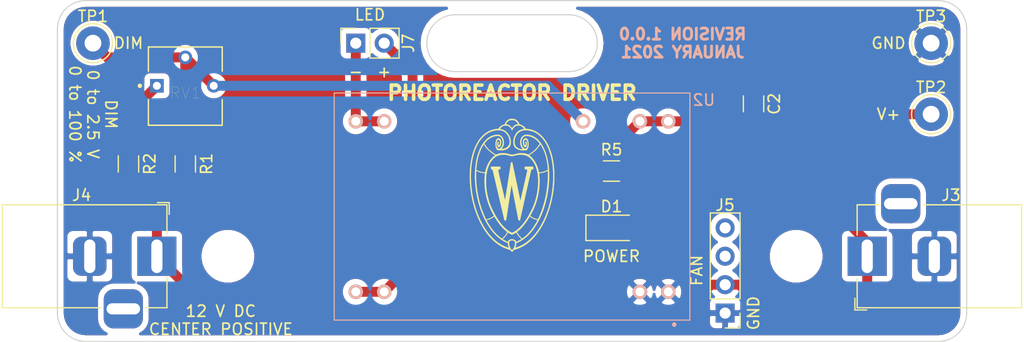
<source format=kicad_pcb>
(kicad_pcb (version 20171130) (host pcbnew 5.1.8+dfsg1-1+b1)

  (general
    (thickness 1.6)
    (drawings 27)
    (tracks 39)
    (zones 0)
    (modules 17)
    (nets 10)
  )

  (page USLetter)
  (title_block
    (title "Digital Photoreactor Driver")
    (date 2021-01-29)
    (rev 1.0.0)
    (company "University of Wisconsin-Madison")
    (comment 1 "Department of Chemistry")
    (comment 2 "Gellman Group")
    (comment 3 "Philip Lampkin")
    (comment 4 plampkin@wisc.edu)
  )

  (layers
    (0 F.Cu signal)
    (31 B.Cu signal)
    (32 B.Adhes user)
    (33 F.Adhes user)
    (34 B.Paste user)
    (35 F.Paste user)
    (36 B.SilkS user)
    (37 F.SilkS user)
    (38 B.Mask user)
    (39 F.Mask user)
    (40 Dwgs.User user)
    (41 Cmts.User user)
    (42 Eco1.User user)
    (43 Eco2.User user)
    (44 Edge.Cuts user)
    (45 Margin user)
    (46 B.CrtYd user hide)
    (47 F.CrtYd user hide)
    (48 B.Fab user hide)
    (49 F.Fab user hide)
  )

  (setup
    (last_trace_width 0.889)
    (user_trace_width 0.381)
    (user_trace_width 0.889)
    (trace_clearance 0.381)
    (zone_clearance 0.508)
    (zone_45_only no)
    (trace_min 0.2)
    (via_size 0.8)
    (via_drill 0.4)
    (via_min_size 0.4)
    (via_min_drill 0.3)
    (uvia_size 0.3)
    (uvia_drill 0.1)
    (uvias_allowed no)
    (uvia_min_size 0.2)
    (uvia_min_drill 0.1)
    (edge_width 0.1)
    (segment_width 0.2)
    (pcb_text_width 0.3)
    (pcb_text_size 1.5 1.5)
    (mod_edge_width 0.15)
    (mod_text_size 1 1)
    (mod_text_width 0.15)
    (pad_size 1.524 1.524)
    (pad_drill 0.762)
    (pad_to_mask_clearance 0)
    (aux_axis_origin 0 0)
    (grid_origin 146.05 104.14)
    (visible_elements FFFFFF7F)
    (pcbplotparams
      (layerselection 0x010fc_ffffffff)
      (usegerberextensions false)
      (usegerberattributes true)
      (usegerberadvancedattributes true)
      (creategerberjobfile true)
      (excludeedgelayer false)
      (linewidth 0.100000)
      (plotframeref false)
      (viasonmask false)
      (mode 1)
      (useauxorigin false)
      (hpglpennumber 1)
      (hpglpenspeed 20)
      (hpglpendiameter 15.000000)
      (psnegative false)
      (psa4output false)
      (plotreference true)
      (plotvalue true)
      (plotinvisibletext false)
      (padsonsilk false)
      (subtractmaskfromsilk false)
      (outputformat 1)
      (mirror false)
      (drillshape 0)
      (scaleselection 1)
      (outputdirectory "gerber"))
  )

  (net 0 "")
  (net 1 GND)
  (net 2 +12V)
  (net 3 "Net-(D1-Pad2)")
  (net 4 "Net-(J7-Pad1)")
  (net 5 "Net-(J7-Pad2)")
  (net 6 "Net-(R2-Pad1)")
  (net 7 "Net-(R1-Pad2)")
  (net 8 "Net-(J5-Pad4)")
  (net 9 "Net-(J5-Pad3)")

  (net_class Default "This is the default net class."
    (clearance 0.381)
    (trace_width 0.889)
    (via_dia 0.8)
    (via_drill 0.4)
    (uvia_dia 0.3)
    (uvia_drill 0.1)
    (add_net +12V)
    (add_net GND)
    (add_net "Net-(D1-Pad2)")
    (add_net "Net-(J5-Pad3)")
    (add_net "Net-(J5-Pad4)")
    (add_net "Net-(J7-Pad1)")
    (add_net "Net-(J7-Pad2)")
    (add_net "Net-(R1-Pad2)")
    (add_net "Net-(R2-Pad1)")
  )

  (module TestPoint:TestPoint_THTPad_D3.0mm_Drill1.5mm (layer F.Cu) (tedit 5A0F774F) (tstamp 601204F7)
    (at 164.465 82.55)
    (descr "THT pad as test Point, diameter 3.0mm, hole diameter 1.5mm")
    (tags "test point THT pad")
    (path /6018DB07)
    (attr virtual)
    (fp_text reference TP3 (at 0 -2.398) (layer F.SilkS)
      (effects (font (size 1 1) (thickness 0.15)))
    )
    (fp_text value TestPoint (at 0 2.55) (layer F.Fab)
      (effects (font (size 1 1) (thickness 0.15)))
    )
    (fp_circle (center 0 0) (end 0 1.75) (layer F.SilkS) (width 0.12))
    (fp_circle (center 0 0) (end 2 0) (layer F.CrtYd) (width 0.05))
    (fp_text user %R (at 0 -2.4) (layer F.Fab)
      (effects (font (size 1 1) (thickness 0.15)))
    )
    (pad 1 thru_hole circle (at 0 0) (size 3 3) (drill 1.5) (layers *.Cu *.Mask)
      (net 1 GND))
  )

  (module TestPoint:TestPoint_THTPad_D3.0mm_Drill1.5mm (layer F.Cu) (tedit 5A0F774F) (tstamp 601204EF)
    (at 164.465 88.9)
    (descr "THT pad as test Point, diameter 3.0mm, hole diameter 1.5mm")
    (tags "test point THT pad")
    (path /6018D512)
    (attr virtual)
    (fp_text reference TP2 (at 0 -2.398) (layer F.SilkS)
      (effects (font (size 1 1) (thickness 0.15)))
    )
    (fp_text value TestPoint (at 0 2.55) (layer F.Fab)
      (effects (font (size 1 1) (thickness 0.15)))
    )
    (fp_circle (center 0 0) (end 0 1.75) (layer F.SilkS) (width 0.12))
    (fp_circle (center 0 0) (end 2 0) (layer F.CrtYd) (width 0.05))
    (fp_text user %R (at 0 -2.4) (layer F.Fab)
      (effects (font (size 1 1) (thickness 0.15)))
    )
    (pad 1 thru_hole circle (at 0 0) (size 3 3) (drill 1.5) (layers *.Cu *.Mask)
      (net 2 +12V))
  )

  (module TestPoint:TestPoint_THTPad_D3.0mm_Drill1.5mm (layer F.Cu) (tedit 5A0F774F) (tstamp 601204E7)
    (at 89.535 82.55)
    (descr "THT pad as test Point, diameter 3.0mm, hole diameter 1.5mm")
    (tags "test point THT pad")
    (path /6016771D)
    (attr virtual)
    (fp_text reference TP1 (at 0 -2.398) (layer F.SilkS)
      (effects (font (size 1 1) (thickness 0.15)))
    )
    (fp_text value TestPoint (at 0 2.55) (layer F.Fab)
      (effects (font (size 1 1) (thickness 0.15)))
    )
    (fp_circle (center 0 0) (end 0 1.75) (layer F.SilkS) (width 0.12))
    (fp_circle (center 0 0) (end 2 0) (layer F.CrtYd) (width 0.05))
    (fp_text user %R (at 0 -2.4) (layer F.Fab)
      (effects (font (size 1 1) (thickness 0.15)))
    )
    (pad 1 thru_hole circle (at 0 0) (size 3 3) (drill 1.5) (layers *.Cu *.Mask)
      (net 7 "Net-(R1-Pad2)"))
  )

  (module Resistor_SMD:R_1206_3216Metric_Pad1.30x1.75mm_HandSolder (layer F.Cu) (tedit 5F68FEEE) (tstamp 6011ED96)
    (at 92.71 93.345 270)
    (descr "Resistor SMD 1206 (3216 Metric), square (rectangular) end terminal, IPC_7351 nominal with elongated pad for handsoldering. (Body size source: IPC-SM-782 page 72, https://www.pcb-3d.com/wordpress/wp-content/uploads/ipc-sm-782a_amendment_1_and_2.pdf), generated with kicad-footprint-generator")
    (tags "resistor handsolder")
    (path /60156E27)
    (attr smd)
    (fp_text reference R2 (at 0 -1.905 90) (layer F.SilkS)
      (effects (font (size 1 1) (thickness 0.15)))
    )
    (fp_text value 470 (at 0 1.82 90) (layer F.Fab)
      (effects (font (size 1 1) (thickness 0.15)))
    )
    (fp_line (start 2.45 1.12) (end -2.45 1.12) (layer F.CrtYd) (width 0.05))
    (fp_line (start 2.45 -1.12) (end 2.45 1.12) (layer F.CrtYd) (width 0.05))
    (fp_line (start -2.45 -1.12) (end 2.45 -1.12) (layer F.CrtYd) (width 0.05))
    (fp_line (start -2.45 1.12) (end -2.45 -1.12) (layer F.CrtYd) (width 0.05))
    (fp_line (start -0.727064 0.91) (end 0.727064 0.91) (layer F.SilkS) (width 0.12))
    (fp_line (start -0.727064 -0.91) (end 0.727064 -0.91) (layer F.SilkS) (width 0.12))
    (fp_line (start 1.6 0.8) (end -1.6 0.8) (layer F.Fab) (width 0.1))
    (fp_line (start 1.6 -0.8) (end 1.6 0.8) (layer F.Fab) (width 0.1))
    (fp_line (start -1.6 -0.8) (end 1.6 -0.8) (layer F.Fab) (width 0.1))
    (fp_line (start -1.6 0.8) (end -1.6 -0.8) (layer F.Fab) (width 0.1))
    (fp_text user %R (at 0 0 90) (layer F.Fab)
      (effects (font (size 0.8 0.8) (thickness 0.12)))
    )
    (pad 2 smd roundrect (at 1.55 0 270) (size 1.3 1.75) (layers F.Cu F.Paste F.Mask) (roundrect_rratio 0.1923076923076923)
      (net 1 GND))
    (pad 1 smd roundrect (at -1.55 0 270) (size 1.3 1.75) (layers F.Cu F.Paste F.Mask) (roundrect_rratio 0.1923076923076923)
      (net 6 "Net-(R2-Pad1)"))
    (model ${KISYS3DMOD}/Resistor_SMD.3dshapes/R_1206_3216Metric.wrl
      (at (xyz 0 0 0))
      (scale (xyz 1 1 1))
      (rotate (xyz 0 0 0))
    )
  )

  (module Resistor_SMD:R_1206_3216Metric_Pad1.30x1.75mm_HandSolder (layer F.Cu) (tedit 5F68FEEE) (tstamp 6011ED85)
    (at 97.79 93.345 90)
    (descr "Resistor SMD 1206 (3216 Metric), square (rectangular) end terminal, IPC_7351 nominal with elongated pad for handsoldering. (Body size source: IPC-SM-782 page 72, https://www.pcb-3d.com/wordpress/wp-content/uploads/ipc-sm-782a_amendment_1_and_2.pdf), generated with kicad-footprint-generator")
    (tags "resistor handsolder")
    (path /6015726B)
    (attr smd)
    (fp_text reference R1 (at 0 1.905 90) (layer F.SilkS)
      (effects (font (size 1 1) (thickness 0.15)))
    )
    (fp_text value 10k (at 0 1.82 90) (layer F.Fab)
      (effects (font (size 1 1) (thickness 0.15)))
    )
    (fp_line (start 2.45 1.12) (end -2.45 1.12) (layer F.CrtYd) (width 0.05))
    (fp_line (start 2.45 -1.12) (end 2.45 1.12) (layer F.CrtYd) (width 0.05))
    (fp_line (start -2.45 -1.12) (end 2.45 -1.12) (layer F.CrtYd) (width 0.05))
    (fp_line (start -2.45 1.12) (end -2.45 -1.12) (layer F.CrtYd) (width 0.05))
    (fp_line (start -0.727064 0.91) (end 0.727064 0.91) (layer F.SilkS) (width 0.12))
    (fp_line (start -0.727064 -0.91) (end 0.727064 -0.91) (layer F.SilkS) (width 0.12))
    (fp_line (start 1.6 0.8) (end -1.6 0.8) (layer F.Fab) (width 0.1))
    (fp_line (start 1.6 -0.8) (end 1.6 0.8) (layer F.Fab) (width 0.1))
    (fp_line (start -1.6 -0.8) (end 1.6 -0.8) (layer F.Fab) (width 0.1))
    (fp_line (start -1.6 0.8) (end -1.6 -0.8) (layer F.Fab) (width 0.1))
    (fp_text user %R (at 0 0 90) (layer F.Fab)
      (effects (font (size 0.8 0.8) (thickness 0.12)))
    )
    (pad 2 smd roundrect (at 1.55 0 90) (size 1.3 1.75) (layers F.Cu F.Paste F.Mask) (roundrect_rratio 0.1923076923076923)
      (net 7 "Net-(R1-Pad2)"))
    (pad 1 smd roundrect (at -1.55 0 90) (size 1.3 1.75) (layers F.Cu F.Paste F.Mask) (roundrect_rratio 0.1923076923076923)
      (net 2 +12V))
    (model ${KISYS3DMOD}/Resistor_SMD.3dshapes/R_1206_3216Metric.wrl
      (at (xyz 0 0 0))
      (scale (xyz 1 1 1))
      (rotate (xyz 0 0 0))
    )
  )

  (module Capacitor_SMD:C_1206_3216Metric_Pad1.33x1.80mm_HandSolder (layer F.Cu) (tedit 5F68FEEF) (tstamp 6011E889)
    (at 148.59 87.9725 270)
    (descr "Capacitor SMD 1206 (3216 Metric), square (rectangular) end terminal, IPC_7351 nominal with elongated pad for handsoldering. (Body size source: IPC-SM-782 page 76, https://www.pcb-3d.com/wordpress/wp-content/uploads/ipc-sm-782a_amendment_1_and_2.pdf), generated with kicad-footprint-generator")
    (tags "capacitor handsolder")
    (path /600F4EFC)
    (attr smd)
    (fp_text reference C2 (at 0 -1.85 90) (layer F.SilkS)
      (effects (font (size 1 1) (thickness 0.15)))
    )
    (fp_text value 10u (at 0 1.85 90) (layer F.Fab)
      (effects (font (size 1 1) (thickness 0.15)))
    )
    (fp_line (start -1.6 0.8) (end -1.6 -0.8) (layer F.Fab) (width 0.1))
    (fp_line (start -1.6 -0.8) (end 1.6 -0.8) (layer F.Fab) (width 0.1))
    (fp_line (start 1.6 -0.8) (end 1.6 0.8) (layer F.Fab) (width 0.1))
    (fp_line (start 1.6 0.8) (end -1.6 0.8) (layer F.Fab) (width 0.1))
    (fp_line (start -0.711252 -0.91) (end 0.711252 -0.91) (layer F.SilkS) (width 0.12))
    (fp_line (start -0.711252 0.91) (end 0.711252 0.91) (layer F.SilkS) (width 0.12))
    (fp_line (start -2.48 1.15) (end -2.48 -1.15) (layer F.CrtYd) (width 0.05))
    (fp_line (start -2.48 -1.15) (end 2.48 -1.15) (layer F.CrtYd) (width 0.05))
    (fp_line (start 2.48 -1.15) (end 2.48 1.15) (layer F.CrtYd) (width 0.05))
    (fp_line (start 2.48 1.15) (end -2.48 1.15) (layer F.CrtYd) (width 0.05))
    (fp_text user %R (at 0 0 90) (layer F.Fab)
      (effects (font (size 0.8 0.8) (thickness 0.12)))
    )
    (pad 1 smd roundrect (at -1.5625 0 270) (size 1.325 1.8) (layers F.Cu F.Paste F.Mask) (roundrect_rratio 0.1886784905660377)
      (net 1 GND))
    (pad 2 smd roundrect (at 1.5625 0 270) (size 1.325 1.8) (layers F.Cu F.Paste F.Mask) (roundrect_rratio 0.1886784905660377)
      (net 2 +12V))
    (model ${KISYS3DMOD}/Capacitor_SMD.3dshapes/C_1206_3216Metric.wrl
      (at (xyz 0 0 0))
      (scale (xyz 1 1 1))
      (rotate (xyz 0 0 0))
    )
  )

  (module footprints:TRIM_3362P-1-202TLF (layer F.Cu) (tedit 6011D7E3) (tstamp 6011E0DE)
    (at 97.79 86.36)
    (path /60152C38)
    (fp_text reference RV1 (at 0 0.635) (layer F.SilkS)
      (effects (font (size 1.002756 1.002756) (thickness 0.015)))
    )
    (fp_text value 2.2k (at 8.68646 4.67565) (layer F.Fab)
      (effects (font (size 1.002394 1.002394) (thickness 0.015)))
    )
    (fp_circle (center -4.064 0) (end -3.964 0) (layer F.SilkS) (width 0.2))
    (fp_line (start 3.3 3.53) (end -3.3 3.53) (layer F.SilkS) (width 0.127))
    (fp_line (start -3.3 3.53) (end -3.3 -3.47) (layer F.Fab) (width 0.127))
    (fp_line (start 3.3 3.53) (end -3.3 3.53) (layer F.Fab) (width 0.127))
    (fp_line (start 3.3 -3.47) (end 3.3 3.53) (layer F.Fab) (width 0.127))
    (fp_line (start -3.3 -3.47) (end 3.3 -3.47) (layer F.Fab) (width 0.127))
    (fp_line (start 3.55 -3.72) (end 3.55 3.78) (layer F.CrtYd) (width 0.05))
    (fp_line (start -3.55 -3.72) (end 3.55 -3.72) (layer F.CrtYd) (width 0.05))
    (fp_line (start -3.55 3.78) (end -3.55 -3.72) (layer F.CrtYd) (width 0.05))
    (fp_line (start 3.55 3.78) (end -3.55 3.78) (layer F.CrtYd) (width 0.05))
    (fp_line (start 3.3 1.235) (end 3.3 3.52) (layer F.SilkS) (width 0.127))
    (fp_line (start 3.3 -3.47) (end 3.3 -1.305) (layer F.SilkS) (width 0.127))
    (fp_line (start -3.3 -3.47) (end 3.3 -3.47) (layer F.SilkS) (width 0.127))
    (fp_line (start -3.3 -1.305) (end -3.3 -3.47) (layer F.SilkS) (width 0.127))
    (fp_line (start -3.3 3.52) (end -3.3 1.235) (layer F.SilkS) (width 0.127))
    (pad 1 thru_hole rect (at -2.54 0) (size 1.222 1.222) (drill 0.714) (layers *.Cu *.Mask)
      (net 6 "Net-(R2-Pad1)"))
    (pad 2 thru_hole circle (at 0 -2.54) (size 1.222 1.222) (drill 0.714) (layers *.Cu *.Mask)
      (net 7 "Net-(R1-Pad2)"))
    (pad 3 thru_hole circle (at 2.54 0) (size 1.222 1.222) (drill 0.714) (layers *.Cu *.Mask)
      (net 7 "Net-(R1-Pad2)"))
  )

  (module Resistor_SMD:R_1206_3216Metric_Pad1.30x1.75mm_HandSolder locked (layer F.Cu) (tedit 5F68FEEE) (tstamp 600B7714)
    (at 135.89 93.98)
    (descr "Resistor SMD 1206 (3216 Metric), square (rectangular) end terminal, IPC_7351 nominal with elongated pad for handsoldering. (Body size source: IPC-SM-782 page 72, https://www.pcb-3d.com/wordpress/wp-content/uploads/ipc-sm-782a_amendment_1_and_2.pdf), generated with kicad-footprint-generator")
    (tags "resistor handsolder")
    (path /60212114)
    (attr smd)
    (fp_text reference R5 (at 0 -1.905) (layer F.SilkS)
      (effects (font (size 1 1) (thickness 0.15)))
    )
    (fp_text value 1k (at 0 1.82) (layer F.Fab)
      (effects (font (size 1 1) (thickness 0.15)))
    )
    (fp_line (start 2.45 1.12) (end -2.45 1.12) (layer F.CrtYd) (width 0.05))
    (fp_line (start 2.45 -1.12) (end 2.45 1.12) (layer F.CrtYd) (width 0.05))
    (fp_line (start -2.45 -1.12) (end 2.45 -1.12) (layer F.CrtYd) (width 0.05))
    (fp_line (start -2.45 1.12) (end -2.45 -1.12) (layer F.CrtYd) (width 0.05))
    (fp_line (start -0.727064 0.91) (end 0.727064 0.91) (layer F.SilkS) (width 0.12))
    (fp_line (start -0.727064 -0.91) (end 0.727064 -0.91) (layer F.SilkS) (width 0.12))
    (fp_line (start 1.6 0.8) (end -1.6 0.8) (layer F.Fab) (width 0.1))
    (fp_line (start 1.6 -0.8) (end 1.6 0.8) (layer F.Fab) (width 0.1))
    (fp_line (start -1.6 -0.8) (end 1.6 -0.8) (layer F.Fab) (width 0.1))
    (fp_line (start -1.6 0.8) (end -1.6 -0.8) (layer F.Fab) (width 0.1))
    (fp_text user %R (at 0 0) (layer F.Fab)
      (effects (font (size 0.8 0.8) (thickness 0.12)))
    )
    (pad 2 smd roundrect (at 1.55 0) (size 1.3 1.75) (layers F.Cu F.Paste F.Mask) (roundrect_rratio 0.1923069230769231)
      (net 3 "Net-(D1-Pad2)"))
    (pad 1 smd roundrect (at -1.55 0) (size 1.3 1.75) (layers F.Cu F.Paste F.Mask) (roundrect_rratio 0.1923069230769231)
      (net 2 +12V))
    (model ${KISYS3DMOD}/Resistor_SMD.3dshapes/R_1206_3216Metric.wrl
      (at (xyz 0 0 0))
      (scale (xyz 1 1 1))
      (rotate (xyz 0 0 0))
    )
  )

  (module footprints:logo locked (layer F.Cu) (tedit 0) (tstamp 60097ED7)
    (at 127 95.25)
    (fp_text reference G*** (at 0 0) (layer F.SilkS) hide
      (effects (font (size 1.524 1.524) (thickness 0.3)))
    )
    (fp_text value LOGO (at 0.75 0) (layer F.SilkS) hide
      (effects (font (size 1.524 1.524) (thickness 0.3)))
    )
    (fp_poly (pts (xy -0.009503 -2.052159) (xy 0.007933 -2.051512) (xy 0.018683 -2.050132) (xy 0.024481 -2.047773)
      (xy 0.027064 -2.04419) (xy 0.027312 -2.04343) (xy 0.028537 -2.037834) (xy 0.031761 -2.022654)
      (xy 0.036909 -1.998256) (xy 0.043904 -1.965001) (xy 0.05267 -1.923254) (xy 0.063132 -1.873377)
      (xy 0.075213 -1.815733) (xy 0.088838 -1.750686) (xy 0.10393 -1.6786) (xy 0.120413 -1.599836)
      (xy 0.138212 -1.51476) (xy 0.157251 -1.423733) (xy 0.177452 -1.327119) (xy 0.198742 -1.225281)
      (xy 0.221043 -1.118583) (xy 0.244279 -1.007387) (xy 0.268375 -0.892058) (xy 0.293255 -0.772957)
      (xy 0.318842 -0.650449) (xy 0.345061 -0.524897) (xy 0.371835 -0.396664) (xy 0.383589 -0.34036)
      (xy 0.410596 -0.211006) (xy 0.437087 -0.084142) (xy 0.462985 0.039867) (xy 0.488216 0.160656)
      (xy 0.512702 0.27786) (xy 0.536367 0.391114) (xy 0.559134 0.500053) (xy 0.580927 0.604311)
      (xy 0.601671 0.703524) (xy 0.621288 0.797327) (xy 0.639702 0.885354) (xy 0.656836 0.967241)
      (xy 0.672615 1.042622) (xy 0.686963 1.111133) (xy 0.699801 1.172408) (xy 0.711055 1.226083)
      (xy 0.720648 1.271792) (xy 0.728504 1.30917) (xy 0.734545 1.337853) (xy 0.738697 1.357475)
      (xy 0.740882 1.367671) (xy 0.741196 1.36906) (xy 0.743609 1.377405) (xy 0.745499 1.37862)
      (xy 0.747792 1.371715) (xy 0.75071 1.3589) (xy 0.75233 1.351781) (xy 0.75614 1.335185)
      (xy 0.762042 1.309532) (xy 0.76994 1.275243) (xy 0.779736 1.23274) (xy 0.791332 1.182445)
      (xy 0.804633 1.124777) (xy 0.81954 1.06016) (xy 0.835956 0.989013) (xy 0.853785 0.911758)
      (xy 0.872928 0.828816) (xy 0.893289 0.740609) (xy 0.91477 0.647558) (xy 0.937275 0.550084)
      (xy 0.960706 0.448609) (xy 0.984965 0.343553) (xy 1.009956 0.235338) (xy 1.035582 0.124385)
      (xy 1.054338 0.04318) (xy 1.085751 -0.092815) (xy 1.114958 -0.219268) (xy 1.142035 -0.336542)
      (xy 1.167057 -0.444995) (xy 1.1901 -0.544988) (xy 1.211241 -0.636881) (xy 1.230555 -0.721034)
      (xy 1.248118 -0.797807) (xy 1.264006 -0.86756) (xy 1.278294 -0.930653) (xy 1.29106 -0.987447)
      (xy 1.302378 -1.0383) (xy 1.312324 -1.083574) (xy 1.320974 -1.123629) (xy 1.328405 -1.158823)
      (xy 1.334692 -1.189518) (xy 1.339911 -1.216074) (xy 1.344137 -1.23885) (xy 1.347448 -1.258207)
      (xy 1.349918 -1.274505) (xy 1.351623 -1.288103) (xy 1.35264 -1.299362) (xy 1.353043 -1.308643)
      (xy 1.35291 -1.316303) (xy 1.352316 -1.322705) (xy 1.351337 -1.328208) (xy 1.350049 -1.333172)
      (xy 1.348527 -1.337958) (xy 1.346847 -1.342924) (xy 1.346602 -1.34366) (xy 1.331641 -1.374343)
      (xy 1.309555 -1.39782) (xy 1.280449 -1.414028) (xy 1.244424 -1.422902) (xy 1.21666 -1.424712)
      (xy 1.193898 -1.424322) (xy 1.172022 -1.423081) (xy 1.155471 -1.421249) (xy 1.15443 -1.42107)
      (xy 1.13284 -1.4172) (xy 1.13284 -1.67132) (xy 1.89484 -1.67132) (xy 1.89484 -1.54305)
      (xy 1.894841 -1.41478) (xy 1.84277 -1.41478) (xy 1.818094 -1.414515) (xy 1.800598 -1.413367)
      (xy 1.787312 -1.41081) (xy 1.775263 -1.406317) (xy 1.764345 -1.400885) (xy 1.735022 -1.379942)
      (xy 1.712361 -1.351427) (xy 1.707445 -1.342591) (xy 1.705974 -1.33693) (xy 1.702384 -1.321663)
      (xy 1.696745 -1.297106) (xy 1.689126 -1.263574) (xy 1.679599 -1.221382) (xy 1.668233 -1.170846)
      (xy 1.655099 -1.112281) (xy 1.640267 -1.046003) (xy 1.623807 -0.972327) (xy 1.605788 -0.891568)
      (xy 1.586282 -0.804042) (xy 1.565359 -0.710064) (xy 1.543088 -0.60995) (xy 1.51954 -0.504015)
      (xy 1.494785 -0.392574) (xy 1.468893 -0.275944) (xy 1.441935 -0.154438) (xy 1.41398 -0.028374)
      (xy 1.385099 0.101935) (xy 1.355362 0.236172) (xy 1.324838 0.374022) (xy 1.293599 0.51517)
      (xy 1.261715 0.6593) (xy 1.229255 0.806096) (xy 1.209009 0.897689) (xy 1.176237 1.045968)
      (xy 1.144011 1.191776) (xy 1.1124 1.334797) (xy 1.081474 1.474715) (xy 1.051303 1.611215)
      (xy 1.021956 1.743982) (xy 0.993504 1.8727) (xy 0.966016 1.997055) (xy 0.939561 2.116729)
      (xy 0.91421 2.231409) (xy 0.890032 2.340779) (xy 0.867097 2.444522) (xy 0.845475 2.542325)
      (xy 0.825235 2.633871) (xy 0.806447 2.718845) (xy 0.789181 2.796931) (xy 0.773507 2.867815)
      (xy 0.759494 2.93118) (xy 0.747212 2.986712) (xy 0.73673 3.034094) (xy 0.72812 3.073012)
      (xy 0.721449 3.10315) (xy 0.716789 3.124193) (xy 0.714208 3.135825) (xy 0.713684 3.13817)
      (xy 0.712204 3.142781) (xy 0.709192 3.145949) (xy 0.702978 3.147944) (xy 0.691893 3.149036)
      (xy 0.674265 3.149498) (xy 0.648425 3.149599) (xy 0.643218 3.1496) (xy 0.57543 3.1496)
      (xy 0.567226 3.10769) (xy 0.565605 3.099376) (xy 0.562123 3.081482) (xy 0.556855 3.054402)
      (xy 0.549879 3.018527) (xy 0.541269 2.974253) (xy 0.531104 2.921971) (xy 0.519459 2.862075)
      (xy 0.506411 2.794958) (xy 0.492036 2.721014) (xy 0.476411 2.640636) (xy 0.459612 2.554217)
      (xy 0.441716 2.46215) (xy 0.422799 2.364828) (xy 0.402937 2.262646) (xy 0.382207 2.155995)
      (xy 0.360685 2.045269) (xy 0.338448 1.930862) (xy 0.315573 1.813167) (xy 0.292135 1.692577)
      (xy 0.268211 1.569485) (xy 0.258903 1.521596) (xy 0.234903 1.398128) (xy 0.211395 1.277246)
      (xy 0.188456 1.15933) (xy 0.166159 1.044759) (xy 0.144579 0.933914) (xy 0.123789 0.827174)
      (xy 0.103863 0.72492) (xy 0.084877 0.627532) (xy 0.066904 0.535389) (xy 0.050018 0.448872)
      (xy 0.034294 0.36836) (xy 0.019805 0.294234) (xy 0.006627 0.226873) (xy -0.005168 0.166658)
      (xy -0.015504 0.113968) (xy -0.024307 0.069183) (xy -0.031504 0.032684) (xy -0.03702 0.004851)
      (xy -0.04078 -0.013938) (xy -0.042712 -0.0233) (xy -0.042963 -0.024337) (xy -0.043105 -0.024947)
      (xy -0.043145 -0.026125) (xy -0.043134 -0.027525) (xy -0.043127 -0.028801) (xy -0.043178 -0.029607)
      (xy -0.043338 -0.029597) (xy -0.043663 -0.028426) (xy -0.044205 -0.025747) (xy -0.045018 -0.021215)
      (xy -0.046155 -0.014485) (xy -0.047669 -0.005209) (xy -0.049614 0.006957) (xy -0.052044 0.022359)
      (xy -0.055011 0.041344) (xy -0.058569 0.064257) (xy -0.062771 0.091444) (xy -0.067671 0.12325)
      (xy -0.073322 0.160022) (xy -0.079778 0.202105) (xy -0.087092 0.249846) (xy -0.095317 0.303589)
      (xy -0.104507 0.363681) (xy -0.114716 0.430468) (xy -0.125995 0.504295) (xy -0.1384 0.585509)
      (xy -0.151982 0.674454) (xy -0.166797 0.771478) (xy -0.182896 0.876925) (xy -0.200334 0.991141)
      (xy -0.219164 1.114473) (xy -0.239439 1.247267) (xy -0.254157 1.34366) (xy -0.272199 1.461816)
      (xy -0.290093 1.578998) (xy -0.30776 1.694688) (xy -0.325121 1.808368) (xy -0.342098 1.919522)
      (xy -0.35861 2.027632) (xy -0.374579 2.132182) (xy -0.389927 2.232654) (xy -0.404573 2.328531)
      (xy -0.41844 2.419296) (xy -0.431447 2.504432) (xy -0.443517 2.583421) (xy -0.45457 2.655748)
      (xy -0.464526 2.720893) (xy -0.473308 2.778342) (xy -0.480836 2.827575) (xy -0.487031 2.868077)
      (xy -0.491814 2.89933) (xy -0.493771 2.91211) (xy -0.530159 3.1496) (xy -0.680329 3.1496)
      (xy -0.685389 3.13055) (xy -0.686869 3.124372) (xy -0.690579 3.108617) (xy -0.696446 3.083601)
      (xy -0.704394 3.049642) (xy -0.71435 3.007057) (xy -0.726239 2.956164) (xy -0.739989 2.89728)
      (xy -0.755525 2.830723) (xy -0.772772 2.75681) (xy -0.791657 2.675858) (xy -0.812106 2.588185)
      (xy -0.834045 2.494109) (xy -0.857399 2.393946) (xy -0.882096 2.288014) (xy -0.90806 2.176631)
      (xy -0.935218 2.060113) (xy -0.963495 1.938779) (xy -0.992818 1.812946) (xy -1.023113 1.682931)
      (xy -1.054306 1.549052) (xy -1.086322 1.411625) (xy -1.119088 1.270969) (xy -1.152529 1.127401)
      (xy -1.186573 0.981238) (xy -1.203914 0.90678) (xy -1.238248 0.759367) (xy -1.272027 0.614363)
      (xy -1.305177 0.472086) (xy -1.337623 0.332855) (xy -1.36929 0.196988) (xy -1.400104 0.064805)
      (xy -1.429992 -0.063377) (xy -1.458877 -0.187239) (xy -1.486687 -0.306461) (xy -1.513346 -0.420726)
      (xy -1.538781 -0.529714) (xy -1.562916 -0.633107) (xy -1.585678 -0.730587) (xy -1.606991 -0.821834)
      (xy -1.626783 -0.90653) (xy -1.644977 -0.984357) (xy -1.6615 -1.054995) (xy -1.676278 -1.118126)
      (xy -1.689235 -1.173431) (xy -1.700299 -1.220592) (xy -1.709393 -1.25929) (xy -1.716444 -1.289206)
      (xy -1.721378 -1.310022) (xy -1.724119 -1.321418) (xy -1.724642 -1.323477) (xy -1.738473 -1.354061)
      (xy -1.760843 -1.380652) (xy -1.79061 -1.402331) (xy -1.82663 -1.41818) (xy -1.850396 -1.424434)
      (xy -1.88214 -1.430906) (xy -1.884864 -1.67132) (xy -1.03632 -1.67132) (xy -1.03632 -1.427591)
      (xy -1.081306 -1.430784) (xy -1.103962 -1.432089) (xy -1.11997 -1.431847) (xy -1.13278 -1.429605)
      (xy -1.145847 -1.424907) (xy -1.15424 -1.421183) (xy -1.18151 -1.404133) (xy -1.202031 -1.380757)
      (xy -1.216088 -1.350492) (xy -1.223967 -1.312778) (xy -1.225983 -1.28016) (xy -1.225939 -1.275202)
      (xy -1.225625 -1.269426) (xy -1.224957 -1.262468) (xy -1.223853 -1.253962) (xy -1.222232 -1.243542)
      (xy -1.220009 -1.230843) (xy -1.217104 -1.2155) (xy -1.213434 -1.197147) (xy -1.208915 -1.175418)
      (xy -1.203466 -1.149948) (xy -1.197005 -1.120371) (xy -1.189448 -1.086322) (xy -1.180714 -1.047436)
      (xy -1.17072 -1.003346) (xy -1.159383 -0.953687) (xy -1.146621 -0.898094) (xy -1.132352 -0.836201)
      (xy -1.116493 -0.767642) (xy -1.098962 -0.692053) (xy -1.079677 -0.609067) (xy -1.058554 -0.518319)
      (xy -1.035511 -0.419444) (xy -1.010467 -0.312075) (xy -0.983338 -0.195848) (xy -0.954042 -0.070396)
      (xy -0.928105 0.04064) (xy -0.901968 0.152496) (xy -0.876413 0.261806) (xy -0.851539 0.368153)
      (xy -0.827444 0.471122) (xy -0.804224 0.570296) (xy -0.781978 0.665258) (xy -0.760804 0.755594)
      (xy -0.7408 0.840886) (xy -0.722062 0.920718) (xy -0.704689 0.994675) (xy -0.688778 1.062341)
      (xy -0.674428 1.123298) (xy -0.661736 1.177131) (xy -0.650799 1.223425) (xy -0.641716 1.261762)
      (xy -0.634585 1.291726) (xy -0.629502 1.312902) (xy -0.626566 1.324873) (xy -0.625852 1.327527)
      (xy -0.62476 1.323356) (xy -0.622168 1.30943) (xy -0.618122 1.286033) (xy -0.612668 1.253453)
      (xy -0.60585 1.211976) (xy -0.597713 1.161888) (xy -0.588304 1.103474) (xy -0.577667 1.037022)
      (xy -0.565847 0.962816) (xy -0.552891 0.881144) (xy -0.538843 0.792292) (xy -0.523748 0.696545)
      (xy -0.507652 0.59419) (xy -0.4906 0.485512) (xy -0.472637 0.370799) (xy -0.453809 0.250336)
      (xy -0.434161 0.124409) (xy -0.413739 -0.006696) (xy -0.392586 -0.142692) (xy -0.37075 -0.283294)
      (xy -0.363727 -0.328553) (xy -0.343714 -0.457556) (xy -0.324077 -0.584118) (xy -0.304874 -0.707862)
      (xy -0.286165 -0.82841) (xy -0.268008 -0.945385) (xy -0.250462 -1.058407) (xy -0.233585 -1.167101)
      (xy -0.217436 -1.271088) (xy -0.202075 -1.369991) (xy -0.187558 -1.463431) (xy -0.173946 -1.551032)
      (xy -0.161297 -1.632415) (xy -0.14967 -1.707203) (xy -0.139122 -1.775018) (xy -0.129714 -1.835482)
      (xy -0.121503 -1.888219) (xy -0.114549 -1.93285) (xy -0.10891 -1.968997) (xy -0.104644 -1.996283)
      (xy -0.101811 -2.01433) (xy -0.100469 -2.02276) (xy -0.10041 -2.02311) (xy -0.095435 -2.05232)
      (xy -0.03536 -2.05232) (xy -0.009503 -2.052159)) (layer F.SilkS) (width 0.01))
    (fp_poly (pts (xy 0.027014 -5.946009) (xy 0.072375 -5.943948) (xy 0.113794 -5.94022) (xy 0.148483 -5.93485)
      (xy 0.151395 -5.934241) (xy 0.230635 -5.912503) (xy 0.304009 -5.882562) (xy 0.37183 -5.844215)
      (xy 0.434414 -5.797261) (xy 0.492077 -5.741496) (xy 0.538895 -5.685111) (xy 0.560962 -5.65338)
      (xy 0.583934 -5.616121) (xy 0.606332 -5.576086) (xy 0.626682 -5.536028) (xy 0.643506 -5.498699)
      (xy 0.654383 -5.469803) (xy 0.65984 -5.453891) (xy 0.664296 -5.442286) (xy 0.666434 -5.438033)
      (xy 0.672382 -5.435867) (xy 0.685301 -5.43276) (xy 0.698942 -5.430041) (xy 0.739191 -5.420618)
      (xy 0.784524 -5.406563) (xy 0.831659 -5.389008) (xy 0.877314 -5.369085) (xy 0.881541 -5.367069)
      (xy 0.954134 -5.327705) (xy 1.021352 -5.282286) (xy 1.082191 -5.2317) (xy 1.135644 -5.176831)
      (xy 1.180704 -5.118567) (xy 1.201778 -5.084993) (xy 1.224618 -5.045395) (xy 1.279059 -5.042254)
      (xy 1.385529 -5.034225) (xy 1.484491 -5.022674) (xy 1.578105 -5.007197) (xy 1.668531 -4.987393)
      (xy 1.757931 -4.962857) (xy 1.830719 -4.939361) (xy 1.961526 -4.889124) (xy 2.088777 -4.829501)
      (xy 2.212356 -4.760666) (xy 2.332152 -4.682791) (xy 2.448049 -4.596051) (xy 2.559933 -4.500619)
      (xy 2.667691 -4.396668) (xy 2.771209 -4.28437) (xy 2.870372 -4.163901) (xy 2.965067 -4.035432)
      (xy 3.05518 -3.899138) (xy 3.140596 -3.755191) (xy 3.221201 -3.603765) (xy 3.296883 -3.445033)
      (xy 3.367526 -3.279169) (xy 3.433017 -3.106346) (xy 3.493241 -2.926737) (xy 3.548085 -2.740515)
      (xy 3.597435 -2.547854) (xy 3.641177 -2.348928) (xy 3.679196 -2.143908) (xy 3.682619 -2.12344)
      (xy 3.699612 -2.016122) (xy 3.714818 -1.909768) (xy 3.728415 -1.8027) (xy 3.740581 -1.693246)
      (xy 3.751495 -1.579728) (xy 3.761334 -1.460472) (xy 3.770276 -1.333802) (xy 3.775515 -1.24968)
      (xy 3.777014 -1.217947) (xy 3.77832 -1.177275) (xy 3.779431 -1.128886) (xy 3.78035 -1.074)
      (xy 3.781074 -1.013836) (xy 3.781606 -0.949616) (xy 3.781943 -0.88256) (xy 3.782087 -0.813888)
      (xy 3.782038 -0.744821) (xy 3.781795 -0.676578) (xy 3.781358 -0.61038) (xy 3.780728 -0.547447)
      (xy 3.779904 -0.489001) (xy 3.778887 -0.43626) (xy 3.777676 -0.390445) (xy 3.776271 -0.352777)
      (xy 3.775521 -0.33782) (xy 3.760706 -0.109746) (xy 3.742134 0.110657) (xy 3.719574 0.325248)
      (xy 3.692797 0.535882) (xy 3.661575 0.744418) (xy 3.625677 0.952712) (xy 3.598562 1.09474)
      (xy 3.54392 1.352528) (xy 3.483133 1.605889) (xy 3.416343 1.854551) (xy 3.34369 2.098243)
      (xy 3.265316 2.336694) (xy 3.181363 2.569632) (xy 3.091971 2.796785) (xy 2.997284 3.017883)
      (xy 2.897441 3.232653) (xy 2.792585 3.440825) (xy 2.682856 3.642126) (xy 2.568397 3.836286)
      (xy 2.449349 4.023033) (xy 2.325853 4.202096) (xy 2.198051 4.373202) (xy 2.066084 4.536082)
      (xy 1.930094 4.690462) (xy 1.790222 4.836073) (xy 1.64661 4.972641) (xy 1.520289 5.082593)
      (xy 1.383014 5.19166) (xy 1.241799 5.293264) (xy 1.097294 5.387063) (xy 0.950149 5.472714)
      (xy 0.801014 5.549876) (xy 0.65054 5.618204) (xy 0.499377 5.677358) (xy 0.348174 5.726995)
      (xy 0.240991 5.756312) (xy 0.177344 5.772251) (xy 0.161635 5.795083) (xy 0.144591 5.818346)
      (xy 0.12432 5.843671) (xy 0.102624 5.86902) (xy 0.081308 5.892358) (xy 0.062175 5.911647)
      (xy 0.047028 5.92485) (xy 0.046183 5.925479) (xy 0.023935 5.939595) (xy 0.005278 5.94582)
      (xy -0.012043 5.94457) (xy -0.025819 5.938815) (xy -0.039009 5.929444) (xy -0.056697 5.913706)
      (xy -0.077247 5.89333) (xy -0.099018 5.870045) (xy -0.120372 5.845582) (xy -0.13967 5.821669)
      (xy -0.14986 5.807911) (xy -0.162635 5.790384) (xy -0.172254 5.779308) (xy -0.181229 5.772702)
      (xy -0.192076 5.768586) (xy -0.2032 5.765887) (xy -0.227923 5.759853) (xy -0.260084 5.751219)
      (xy -0.297497 5.740636) (xy -0.337976 5.728759) (xy -0.379334 5.716241) (xy -0.419386 5.703736)
      (xy -0.455945 5.691897) (xy -0.486826 5.681377) (xy -0.491738 5.679629) (xy -0.657169 5.614883)
      (xy -0.819721 5.540418) (xy -0.979341 5.456275) (xy -1.135977 5.362493) (xy -1.289578 5.259114)
      (xy -1.44009 5.146177) (xy -1.587463 5.023722) (xy -1.731643 4.89179) (xy -1.872578 4.75042)
      (xy -2.010217 4.599654) (xy -2.144506 4.439531) (xy -2.210281 4.3561) (xy -2.335605 4.187017)
      (xy -2.457423 4.00887) (xy -2.575411 3.822241) (xy -2.689246 3.627715) (xy -2.798603 3.425873)
      (xy -2.90316 3.217302) (xy -3.002593 3.002583) (xy -3.096577 2.7823) (xy -3.131711 2.69494)
      (xy -3.232075 2.428042) (xy -3.324365 2.15571) (xy -3.408491 1.878589) (xy -3.484368 1.597325)
      (xy -3.551907 1.312562) (xy -3.611022 1.024947) (xy -3.661624 0.735126) (xy -3.703627 0.443744)
      (xy -3.736942 0.151446) (xy -3.761483 -0.141121) (xy -3.777162 -0.433312) (xy -3.783453 -0.705538)
      (xy -3.673713 -0.705538) (xy -3.671178 -0.540616) (xy -3.666007 -0.378636) (xy -3.658207 -0.222147)
      (xy -3.654756 -0.16764) (xy -3.629382 0.139241) (xy -3.594658 0.443647) (xy -3.550652 0.74527)
      (xy -3.497433 1.043805) (xy -3.43507 1.338945) (xy -3.363633 1.630384) (xy -3.283189 1.917816)
      (xy -3.193808 2.200935) (xy -3.095558 2.479434) (xy -3.009316 2.701931) (xy -2.944043 2.857947)
      (xy -2.873614 3.015661) (xy -2.799086 3.172941) (xy -2.721512 3.327656) (xy -2.641949 3.477674)
      (xy -2.561451 3.620864) (xy -2.517015 3.696182) (xy -2.400193 3.883112) (xy -2.279583 4.061375)
      (xy -2.155281 4.230884) (xy -2.027384 4.391555) (xy -1.895989 4.543304) (xy -1.761193 4.686046)
      (xy -1.623093 4.819697) (xy -1.481786 4.944171) (xy -1.337368 5.059386) (xy -1.189937 5.165255)
      (xy -1.039589 5.261695) (xy -0.886422 5.34862) (xy -0.730533 5.425947) (xy -0.572017 5.493591)
      (xy -0.410973 5.551467) (xy -0.377957 5.562023) (xy -0.350619 5.570486) (xy -0.326448 5.577788)
      (xy -0.307203 5.583411) (xy -0.294643 5.586839) (xy -0.290762 5.587656) (xy -0.287612 5.585383)
      (xy -0.289503 5.576908) (xy -0.292791 5.56895) (xy -0.303253 5.543084) (xy -0.314991 5.510389)
      (xy -0.327029 5.473943) (xy -0.338394 5.436824) (xy -0.348111 5.402111) (xy -0.355205 5.372883)
      (xy -0.355902 5.36956) (xy -0.360734 5.341076) (xy -0.365067 5.306556) (xy -0.368436 5.270119)
      (xy -0.370097 5.243042) (xy -0.37311 5.175868) (xy -0.263095 5.175868) (xy -0.262837 5.220783)
      (xy -0.262663 5.22478) (xy -0.253573 5.311631) (xy -0.234536 5.398713) (xy -0.205736 5.485497)
      (xy -0.167358 5.57146) (xy -0.119587 5.656074) (xy -0.101133 5.684601) (xy -0.075674 5.721751)
      (xy -0.054266 5.750462) (xy -0.036083 5.771208) (xy -0.020301 5.784465) (xy -0.006093 5.790707)
      (xy 0.007365 5.790408) (xy 0.020899 5.784043) (xy 0.035334 5.772087) (xy 0.04104 5.766369)
      (xy 0.058353 5.746242) (xy 0.078748 5.719034) (xy 0.100884 5.686807) (xy 0.12342 5.651627)
      (xy 0.145014 5.615558) (xy 0.164324 5.580663) (xy 0.173723 5.562235) (xy 0.203997 5.493853)
      (xy 0.229291 5.42286) (xy 0.248108 5.353495) (xy 0.249129 5.348877) (xy 0.256248 5.307133)
      (xy 0.260882 5.26044) (xy 0.263034 5.211358) (xy 0.262707 5.162448) (xy 0.259904 5.11627)
      (xy 0.254628 5.075385) (xy 0.248779 5.048745) (xy 0.238121 5.027399) (xy 0.218756 5.006104)
      (xy 0.192095 4.985838) (xy 0.159549 4.967578) (xy 0.122527 4.952301) (xy 0.09906 4.945055)
      (xy 0.080157 4.941112) (xy 0.055259 4.937526) (xy 0.028527 4.934852) (xy 0.016653 4.934075)
      (xy -0.028475 4.934554) (xy -0.072822 4.940308) (xy -0.115061 4.950741) (xy -0.153865 4.965259)
      (xy -0.187906 4.983267) (xy -0.215859 5.00417) (xy -0.236395 5.027373) (xy -0.248188 5.052282)
      (xy -0.248346 5.052869) (xy -0.255563 5.088474) (xy -0.260575 5.13062) (xy -0.263095 5.175868)
      (xy -0.37311 5.175868) (xy -0.37338 5.169864) (xy -0.459409 5.135256) (xy -0.604078 5.071754)
      (xy -0.747061 4.998378) (xy -0.888112 4.91531) (xy -1.026984 4.822733) (xy -1.037208 4.815097)
      (xy -0.838788 4.815097) (xy -0.837274 4.818565) (xy -0.827269 4.826102) (xy -0.80956 4.837446)
      (xy -0.785514 4.851829) (xy -0.756498 4.868483) (xy -0.72388 4.886639) (xy -0.689026 4.905529)
      (xy -0.653305 4.924384) (xy -0.618082 4.942437) (xy -0.60706 4.947958) (xy -0.578468 4.961918)
      (xy -0.546992 4.976819) (xy -0.514077 4.992026) (xy -0.481168 5.006903) (xy -0.449708 5.020815)
      (xy -0.421141 5.033124) (xy -0.396913 5.043195) (xy -0.378466 5.050392) (xy -0.367245 5.054079)
      (xy -0.365299 5.054422) (xy -0.362628 5.050025) (xy -0.358943 5.038521) (xy -0.356315 5.02793)
      (xy -0.342084 4.987272) (xy -0.318707 4.950049) (xy -0.286732 4.916653) (xy -0.246706 4.887474)
      (xy -0.199176 4.862904) (xy -0.144689 4.843332) (xy -0.083793 4.829151) (xy -0.0762 4.82785)
      (xy -0.022519 4.822661) (xy 0.033329 4.823953) (xy 0.089522 4.831256) (xy 0.144237 4.8441)
      (xy 0.195652 4.862013) (xy 0.241944 4.884526) (xy 0.28129 4.911169) (xy 0.295672 4.923828)
      (xy 0.318311 4.949554) (xy 0.337647 4.979093) (xy 0.351848 5.009244) (xy 0.358667 5.033893)
      (xy 0.361164 5.046718) (xy 0.363446 5.053984) (xy 0.364044 5.0546) (xy 0.372258 5.052515)
      (xy 0.388243 5.046667) (xy 0.410599 5.037666) (xy 0.437924 5.026122) (xy 0.468818 5.012645)
      (xy 0.501881 4.997845) (xy 0.535713 4.982332) (xy 0.568913 4.966715) (xy 0.5969 4.953173)
      (xy 0.628547 4.937288) (xy 0.662414 4.919719) (xy 0.69714 4.901227) (xy 0.731369 4.882571)
      (xy 0.763741 4.864513) (xy 0.792899 4.847812) (xy 0.817483 4.83323) (xy 0.836137 4.821527)
      (xy 0.8475 4.813462) (xy 0.849256 4.811895) (xy 0.847459 4.807148) (xy 0.83923 4.798037)
      (xy 0.826231 4.786345) (xy 0.822942 4.783641) (xy 0.762409 4.731521) (xy 0.700954 4.672794)
      (xy 0.640569 4.609641) (xy 0.583245 4.544242) (xy 0.530976 4.478777) (xy 0.485752 4.415428)
      (xy 0.483463 4.41198) (xy 0.471811 4.393465) (xy 0.457818 4.36986) (xy 0.442503 4.343036)
      (xy 0.426882 4.314863) (xy 0.411973 4.287213) (xy 0.398795 4.261958) (xy 0.388365 4.240969)
      (xy 0.381701 4.226117) (xy 0.380341 4.222386) (xy 0.375405 4.221949) (xy 0.362832 4.227877)
      (xy 0.34255 4.240208) (xy 0.322442 4.253542) (xy 0.290622 4.27435) (xy 0.255391 4.296019)
      (xy 0.218026 4.317886) (xy 0.179806 4.339286) (xy 0.142008 4.359556) (xy 0.10591 4.378033)
      (xy 0.072791 4.394052) (xy 0.043928 4.406951) (xy 0.0206 4.416065) (xy 0.004083 4.42073)
      (xy -0.000433 4.421204) (xy -0.011994 4.418736) (xy -0.030962 4.411681) (xy -0.056052 4.400715)
      (xy -0.085981 4.386513) (xy -0.119463 4.369752) (xy -0.155216 4.351107) (xy -0.191954 4.331254)
      (xy -0.228393 4.310867) (xy -0.26325 4.290624) (xy -0.29524 4.2712) (xy -0.323078 4.25327)
      (xy -0.334581 4.245398) (xy -0.366902 4.222725) (xy -0.401099 4.290342) (xy -0.445267 4.369312)
      (xy -0.498171 4.449398) (xy -0.558692 4.529233) (xy -0.625713 4.607453) (xy -0.698117 4.682694)
      (xy -0.774785 4.753592) (xy -0.794094 4.770146) (xy -0.814928 4.788053) (xy -0.828687 4.800802)
      (xy -0.836322 4.80946) (xy -0.838788 4.815097) (xy -1.037208 4.815097) (xy -1.16343 4.72083)
      (xy -1.297204 4.609783) (xy -1.428059 4.489776) (xy -1.555749 4.360992) (xy -1.664205 4.2418)
      (xy -1.793445 4.08719) (xy -1.918665 3.92343) (xy -2.039738 3.750752) (xy -2.156538 3.569391)
      (xy -2.268939 3.379579) (xy -2.376815 3.181551) (xy -2.404498 3.1263) (xy -2.277705 3.1263)
      (xy -2.275074 3.133153) (xy -2.268099 3.147587) (xy -2.257458 3.168351) (xy -2.24383 3.194195)
      (xy -2.227895 3.22387) (xy -2.21033 3.256124) (xy -2.191817 3.289707) (xy -2.173032 3.32337)
      (xy -2.154655 3.35586) (xy -2.137366 3.38593) (xy -2.128256 3.401509) (xy -2.029009 3.564428)
      (xy -1.928635 3.718012) (xy -1.826523 3.863076) (xy -1.722065 4.00043) (xy -1.61465 4.130887)
      (xy -1.503668 4.255261) (xy -1.42748 4.335113) (xy -1.320014 4.440949) (xy -1.213764 4.537749)
      (xy -1.10772 4.62639) (xy -1.000867 4.707749) (xy -0.978509 4.723793) (xy -0.953283 4.741508)
      (xy -0.934894 4.753824) (xy -0.922052 4.761441) (xy -0.913471 4.765061) (xy -0.907862 4.765386)
      (xy -0.904849 4.763904) (xy -0.897771 4.758226) (xy -0.884793 4.747636) (xy -0.867836 4.733705)
      (xy -0.8509 4.719727) (xy -0.832404 4.703743) (xy -0.808934 4.682426) (xy -0.782588 4.657739)
      (xy -0.755462 4.631646) (xy -0.731441 4.607905) (xy -0.661425 4.53409) (xy -0.600271 4.461871)
      (xy -0.54708 4.390037) (xy -0.500948 4.317376) (xy -0.463252 4.247309) (xy -0.429579 4.179158)
      (xy -0.444333 4.168569) (xy -0.453243 4.161867) (xy -0.46839 4.15015) (xy -0.488073 4.134744)
      (xy -0.510593 4.116979) (xy -0.526143 4.10464) (xy -0.632771 4.015045) (xy -0.739748 3.915703)
      (xy -0.846753 3.807006) (xy -0.953463 3.689343) (xy -1.059556 3.563106) (xy -1.164709 3.428686)
      (xy -1.268599 3.286473) (xy -1.370906 3.136858) (xy -1.471304 2.980233) (xy -1.521454 2.89814)
      (xy -1.537996 2.870689) (xy -1.552841 2.846183) (xy -1.56517 2.825966) (xy -1.574164 2.811379)
      (xy -1.579002 2.803765) (xy -1.579519 2.803044) (xy -1.584564 2.804363) (xy -1.595461 2.81097)
      (xy -1.610277 2.821628) (xy -1.61808 2.827714) (xy -1.694625 2.883366) (xy -1.77989 2.935183)
      (xy -1.873037 2.982775) (xy -1.973228 3.025752) (xy -2.079624 3.063724) (xy -2.191388 3.0963)
      (xy -2.19964 3.098432) (xy -2.231014 3.106725) (xy -2.253472 3.113316) (xy -2.268046 3.118573)
      (xy -2.275768 3.122865) (xy -2.277705 3.1263) (xy -2.404498 3.1263) (xy -2.480038 2.975539)
      (xy -2.578483 2.761778) (xy -2.672022 2.5405) (xy -2.760531 2.31194) (xy -2.843881 2.07633)
      (xy -2.855434 2.041887) (xy -2.944344 1.75957) (xy -3.023916 1.474332) (xy -3.094196 1.185918)
      (xy -3.155235 0.894075) (xy -3.207079 0.59855) (xy -3.249777 0.299091) (xy -3.283377 -0.004557)
      (xy -3.307927 -0.312646) (xy -3.309993 -0.34544) (xy -3.312472 -0.392721) (xy -3.314683 -0.448552)
      (xy -3.31661 -0.511327) (xy -3.318239 -0.579438) (xy -3.319552 -0.651279) (xy -3.320536 -0.725244)
      (xy -3.321174 -0.799725) (xy -3.321332 -0.841973) (xy -3.209194 -0.841973) (xy -3.209048 -0.788059)
      (xy -3.208726 -0.736514) (xy -3.208221 -0.688478) (xy -3.207527 -0.645089) (xy -3.206638 -0.607486)
      (xy -3.205955 -0.58674) (xy -3.190077 -0.286854) (xy -3.165274 0.010769) (xy -3.131629 0.305784)
      (xy -3.089222 0.597845) (xy -3.038137 0.886607) (xy -2.978456 1.171725) (xy -2.91026 1.452853)
      (xy -2.833633 1.729646) (xy -2.748655 2.001759) (xy -2.655409 2.268846) (xy -2.553978 2.530562)
      (xy -2.444444 2.786562) (xy -2.360204 2.96799) (xy -2.344827 2.999367) (xy -2.332861 3.022212)
      (xy -2.323807 3.037367) (xy -2.317163 3.045676) (xy -2.312748 3.048) (xy -2.304731 3.046791)
      (xy -2.288935 3.043473) (xy -2.267415 3.038508) (xy -2.242221 3.032358) (xy -2.233477 3.030154)
      (xy -2.125946 2.999723) (xy -2.023644 2.964525) (xy -1.927412 2.924949) (xy -1.838094 2.88139)
      (xy -1.756532 2.834237) (xy -1.683571 2.783885) (xy -1.654537 2.760922) (xy -1.619973 2.732364)
      (xy -1.641502 2.693332) (xy -1.670717 2.640111) (xy -1.696992 2.591632) (xy -1.721552 2.545552)
      (xy -1.745623 2.49953) (xy -1.770431 2.451222) (xy -1.797201 2.398287) (xy -1.825418 2.34188)
      (xy -1.87316 2.244946) (xy -1.916217 2.155014) (xy -1.955274 2.07046) (xy -1.991016 1.989661)
      (xy -2.024127 1.910992) (xy -2.055294 1.832831) (xy -2.0852 1.753554) (xy -2.11453 1.671536)
      (xy -2.141488 1.59258) (xy -2.214857 1.359193) (xy -2.278555 1.126055) (xy -2.332781 0.892148)
      (xy -2.377738 0.656454) (xy -2.413628 0.417955) (xy -2.44065 0.175631) (xy -2.453754 0.0127)
      (xy -2.457533 -0.05235) (xy -2.460512 -0.124107) (xy -2.46269 -0.200782) (xy -2.464066 -0.280584)
      (xy -2.464114 -0.28748) (xy -2.323122 -0.28748) (xy -2.319237 -0.134067) (xy -2.311313 0.02108)
      (xy -2.299349 0.176444) (xy -2.298299 0.18796) (xy -2.275639 0.392471) (xy -2.245413 0.598128)
      (xy -2.207933 0.803734) (xy -2.163508 1.008091) (xy -2.112449 1.210001) (xy -2.055066 1.408268)
      (xy -1.99167 1.601694) (xy -1.922572 1.789081) (xy -1.848082 1.969233) (xy -1.820209 2.031638)
      (xy -1.730118 2.222834) (xy -1.636355 2.409349) (xy -1.539376 2.59041) (xy -1.439636 2.765245)
      (xy -1.337593 2.933082) (xy -1.2337 3.09315) (xy -1.128414 3.244677) (xy -1.022191 3.386891)
      (xy -1.013138 3.39852) (xy -0.931864 3.498966) (xy -0.846924 3.597123) (xy -0.759613 3.691653)
      (xy -0.671224 3.781222) (xy -0.583053 3.864491) (xy -0.496394 3.940127) (xy -0.457931 3.97156)
      (xy -0.424792 3.997068) (xy -0.385743 4.025545) (xy -0.343017 4.055486) (xy -0.298845 4.085383)
      (xy -0.255459 4.113732) (xy -0.215093 4.139027) (xy -0.179977 4.159762) (xy -0.173882 4.163173)
      (xy -0.149094 4.176482) (xy -0.121651 4.190539) (xy -0.093221 4.204563) (xy -0.065474 4.217774)
      (xy -0.04008 4.229391) (xy -0.018709 4.238635) (xy -0.00303 4.244724) (xy 0.005223 4.24688)
      (xy 0.011928 4.244696) (xy 0.026235 4.238593) (xy 0.046683 4.229244) (xy 0.071812 4.217321)
      (xy 0.100161 4.203497) (xy 0.10937 4.198933) (xy 0.155786 4.174876) (xy 0.441963 4.174876)
      (xy 0.444085 4.180428) (xy 0.449917 4.193371) (xy 0.458663 4.211995) (xy 0.469524 4.234586)
      (xy 0.474278 4.24434) (xy 0.521362 4.330364) (xy 0.578243 4.415947) (xy 0.645019 4.501214)
      (xy 0.721786 4.586292) (xy 0.78486 4.64899) (xy 0.800865 4.663913) (xy 0.819944 4.681209)
      (xy 0.840652 4.699623) (xy 0.861539 4.717903) (xy 0.881161 4.734796) (xy 0.898068 4.749049)
      (xy 0.910815 4.759409) (xy 0.917953 4.764622) (xy 0.918834 4.765) (xy 0.923565 4.762293)
      (xy 0.93447 4.755063) (xy 0.949466 4.744702) (xy 0.954394 4.741232) (xy 1.093013 4.637271)
      (xy 1.228432 4.523744) (xy 1.360565 4.400753) (xy 1.489326 4.268404) (xy 1.614629 4.1268)
      (xy 1.736388 3.976045) (xy 1.854517 3.816244) (xy 1.968932 3.6475) (xy 2.079545 3.469917)
      (xy 2.186271 3.283599) (xy 2.239799 3.184066) (xy 2.276473 3.114392) (xy 2.262186 3.111183)
      (xy 2.16506 3.086449) (xy 2.069168 3.056365) (xy 1.975901 3.021554) (xy 1.886654 2.982639)
      (xy 1.80282 2.940243) (xy 1.725792 2.89499) (xy 1.656964 2.847501) (xy 1.635844 2.83109)
      (xy 1.617245 2.81675) (xy 1.601405 2.805628) (xy 1.589997 2.798826) (xy 1.584698 2.797445)
      (xy 1.584692 2.797451) (xy 1.581012 2.802844) (xy 1.57292 2.815665) (xy 1.561211 2.834619)
      (xy 1.546684 2.858411) (xy 1.530134 2.885746) (xy 1.521145 2.90068) (xy 1.460575 2.99905)
      (xy 1.395521 3.100208) (xy 1.327681 3.201657) (xy 1.258751 3.3009) (xy 1.190429 3.395441)
      (xy 1.131581 3.473515) (xy 1.042153 3.585753) (xy 0.950316 3.693723) (xy 0.856971 3.796495)
      (xy 0.763015 3.893141) (xy 0.669349 3.982733) (xy 0.576872 4.064342) (xy 0.49607 4.129682)
      (xy 0.476198 4.145263) (xy 0.459609 4.158729) (xy 0.447785 4.168841) (xy 0.442208 4.174362)
      (xy 0.441963 4.174876) (xy 0.155786 4.174876) (xy 0.178722 4.162989) (xy 0.243389 4.126263)
      (xy 0.3057 4.087245) (xy 0.367988 4.04442) (xy 0.432585 3.996277) (xy 0.4826 3.956855)
      (xy 0.591519 3.864166) (xy 0.70007 3.76156) (xy 0.808078 3.64928) (xy 0.915364 3.527566)
      (xy 1.021754 3.396662) (xy 1.12707 3.256808) (xy 1.231136 3.108247) (xy 1.333775 2.951219)
      (xy 1.434811 2.785968) (xy 1.469777 2.724941) (xy 1.624286 2.724941) (xy 1.643993 2.741856)
      (xy 1.721772 2.802342) (xy 1.808353 2.857853) (xy 1.903659 2.908351) (xy 2.007611 2.953799)
      (xy 2.120132 2.994157) (xy 2.224303 3.024931) (xy 2.249435 3.031476) (xy 2.271895 3.036942)
      (xy 2.289407 3.040799) (xy 2.29969 3.04252) (xy 2.300344 3.042558) (xy 2.304788 3.041761)
      (xy 2.309482 3.038342) (xy 2.315113 3.031172) (xy 2.322373 3.019125) (xy 2.331948 3.001072)
      (xy 2.344529 2.975886) (xy 2.358052 2.948126) (xy 2.419951 2.815865) (xy 2.481705 2.675227)
      (xy 2.5426 2.527978) (xy 2.601925 2.375882) (xy 2.658965 2.220708) (xy 2.703201 2.093389)
      (xy 2.795384 1.805269) (xy 2.878474 1.512822) (xy 2.952412 1.216364) (xy 3.017139 0.916213)
      (xy 3.072599 0.612688) (xy 3.118732 0.306106) (xy 3.155481 -0.003214) (xy 3.182787 -0.314955)
      (xy 3.200321 -0.6223) (xy 3.201245 -0.648993) (xy 3.202086 -0.682457) (xy 3.202839 -0.721627)
      (xy 3.203501 -0.76544) (xy 3.204069 -0.812832) (xy 3.20454 -0.862741) (xy 3.204911 -0.914101)
      (xy 3.205176 -0.965851) (xy 3.205335 -1.016926) (xy 3.205382 -1.066262) (xy 3.205315 -1.112796)
      (xy 3.205131 -1.155465) (xy 3.204825 -1.193204) (xy 3.204394 -1.22495) (xy 3.203836 -1.24964)
      (xy 3.203146 -1.266211) (xy 3.202396 -1.27336) (xy 3.200662 -1.278268) (xy 3.197541 -1.280434)
      (xy 3.191193 -1.279494) (xy 3.17978 -1.275086) (xy 3.161463 -1.266844) (xy 3.155475 -1.26409)
      (xy 3.017113 -1.205957) (xy 2.875121 -1.157239) (xy 2.730063 -1.118099) (xy 2.582504 -1.088697)
      (xy 2.502227 -1.076958) (xy 2.474857 -1.073397) (xy 2.451332 -1.070216) (xy 2.433359 -1.067657)
      (xy 2.422647 -1.065961) (xy 2.420388 -1.065434) (xy 2.4207 -1.060261) (xy 2.42217 -1.046875)
      (xy 2.424577 -1.027131) (xy 2.427702 -1.002881) (xy 2.428784 -0.994717) (xy 2.446208 -0.840196)
      (xy 2.458329 -0.678298) (xy 2.465149 -0.510311) (xy 2.466672 -0.337523) (xy 2.462902 -0.161221)
      (xy 2.453841 0.017308) (xy 2.439493 0.196776) (xy 2.425384 0.3302) (xy 2.396835 0.54183)
      (xy 2.360804 0.753478) (xy 2.317603 0.963989) (xy 2.267544 1.172211) (xy 2.210936 1.376989)
      (xy 2.148091 1.577169) (xy 2.079321 1.771598) (xy 2.004935 1.959121) (xy 1.955581 2.07264)
      (xy 1.939413 2.107786) (xy 1.91935 2.150191) (xy 1.89615 2.198341) (xy 1.870571 2.250721)
      (xy 1.843372 2.305815) (xy 1.815309 2.36211) (xy 1.787142 2.418089) (xy 1.759629 2.47224)
      (xy 1.733527 2.523045) (xy 1.709595 2.568992) (xy 1.688592 2.608565) (xy 1.673484 2.63628)
      (xy 1.624286 2.724941) (xy 1.469777 2.724941) (xy 1.534067 2.612735) (xy 1.631366 2.431761)
      (xy 1.711773 2.2733) (xy 1.754129 2.186835) (xy 1.792113 2.107538) (xy 1.826422 2.033774)
      (xy 1.857755 1.963907) (xy 1.88681 1.896301) (xy 1.914287 1.829321) (xy 1.940884 1.761331)
      (xy 1.9673 1.690695) (xy 1.994232 1.615779) (xy 2.001842 1.594154) (xy 2.061644 1.412896)
      (xy 2.115764 1.227101) (xy 2.164094 1.037705) (xy 2.206529 0.845642) (xy 2.242964 0.651849)
      (xy 2.273293 0.457259) (xy 2.29741 0.26281) (xy 2.315211 0.069434) (xy 2.326588 -0.121931)
      (xy 2.331438 -0.310351) (xy 2.329654 -0.494891) (xy 2.32113 -0.674615) (xy 2.305761 -0.848589)
      (xy 2.290881 -0.966403) (xy 2.264018 -1.12971) (xy 2.231113 -1.286448) (xy 2.192269 -1.436423)
      (xy 2.147585 -1.579442) (xy 2.097164 -1.715311) (xy 2.041106 -1.843838) (xy 1.979512 -1.96483)
      (xy 1.912484 -2.078092) (xy 1.840123 -2.183433) (xy 1.762529 -2.280659) (xy 1.679806 -2.369577)
      (xy 1.592052 -2.449994) (xy 1.49937 -2.521716) (xy 1.46304 -2.546546) (xy 1.396368 -2.586415)
      (xy 1.324871 -2.621057) (xy 1.247656 -2.650771) (xy 1.163827 -2.675852) (xy 1.1113 -2.687783)
      (xy 1.532658 -2.687783) (xy 1.53441 -2.683082) (xy 1.542764 -2.674341) (xy 1.55599 -2.663334)
      (xy 1.558058 -2.661768) (xy 1.653321 -2.584485) (xy 1.745004 -2.498174) (xy 1.832727 -2.403453)
      (xy 1.916108 -2.300939) (xy 1.994764 -2.191248) (xy 2.068315 -2.074998) (xy 2.136377 -1.952806)
      (xy 2.19857 -1.825287) (xy 2.254511 -1.693061) (xy 2.303819 -1.556742) (xy 2.346112 -1.416948)
      (xy 2.35913 -1.367535) (xy 2.365425 -1.341934) (xy 2.372372 -1.312409) (xy 2.379598 -1.28069)
      (xy 2.38673 -1.248507) (xy 2.393395 -1.217592) (xy 2.39922 -1.189675) (xy 2.403831 -1.166487)
      (xy 2.406855 -1.149757) (xy 2.40792 -1.141284) (xy 2.412652 -1.141004) (xy 2.425686 -1.142027)
      (xy 2.445282 -1.144131) (xy 2.469695 -1.147095) (xy 2.497184 -1.150699) (xy 2.526007 -1.15472)
      (xy 2.554421 -1.158938) (xy 2.580684 -1.163131) (xy 2.58318 -1.163549) (xy 2.643655 -1.175099)
      (xy 2.709998 -1.190155) (xy 2.778892 -1.207874) (xy 2.847024 -1.22741) (xy 2.90068 -1.244421)
      (xy 2.93913 -1.257767) (xy 2.980778 -1.273163) (xy 3.023589 -1.289778) (xy 3.065528 -1.306781)
      (xy 3.10456 -1.323342) (xy 3.138651 -1.33863) (xy 3.165764 -1.351815) (xy 3.17246 -1.355359)
      (xy 3.19786 -1.369175) (xy 3.196295 -1.412298) (xy 3.195394 -1.431504) (xy 3.193855 -1.458275)
      (xy 3.19184 -1.490049) (xy 3.189512 -1.524261) (xy 3.187322 -1.55448) (xy 3.168234 -1.762333)
      (xy 3.142486 -1.965041) (xy 3.110174 -2.162298) (xy 3.071389 -2.353796) (xy 3.026226 -2.539229)
      (xy 2.974778 -2.718288) (xy 2.917138 -2.890667) (xy 2.8534 -3.056059) (xy 2.783657 -3.214155)
      (xy 2.708003 -3.36465) (xy 2.62653 -3.507235) (xy 2.56385 -3.60553) (xy 2.54907 -3.627411)
      (xy 2.536251 -3.645917) (xy 2.526442 -3.659569) (xy 2.520696 -3.666884) (xy 2.519715 -3.667714)
      (xy 2.51663 -3.663389) (xy 2.510474 -3.651821) (xy 2.502302 -3.635048) (xy 2.497393 -3.624483)
      (xy 2.464749 -3.560451) (xy 2.423876 -3.492709) (xy 2.375537 -3.422279) (xy 2.320496 -3.350182)
      (xy 2.259514 -3.277439) (xy 2.193355 -3.205072) (xy 2.153987 -3.164748) (xy 2.042427 -3.059252)
      (xy 1.923388 -2.958564) (xy 1.796205 -2.862164) (xy 1.660215 -2.769528) (xy 1.614883 -2.74069)
      (xy 1.589637 -2.724812) (xy 1.567332 -2.71064) (xy 1.549418 -2.699106) (xy 1.537349 -2.691145)
      (xy 1.532658 -2.687783) (xy 1.1113 -2.687783) (xy 1.07249 -2.696598) (xy 0.972751 -2.713306)
      (xy 0.9525 -2.716085) (xy 0.915053 -2.719956) (xy 0.870417 -2.722791) (xy 0.820935 -2.724588)
      (xy 0.768949 -2.725346) (xy 0.716804 -2.725062) (xy 0.666841 -2.723736) (xy 0.621405 -2.721364)
      (xy 0.582839 -2.717947) (xy 0.57044 -2.716368) (xy 0.511998 -2.7072) (xy 0.450159 -2.695683)
      (xy 0.383112 -2.681446) (xy 0.309046 -2.664119) (xy 0.2794 -2.656826) (xy 0.218535 -2.641898)
      (xy 0.166284 -2.629641) (xy 0.121502 -2.619895) (xy 0.083042 -2.612502) (xy 0.049761 -2.607304)
      (xy 0.020512 -2.604141) (xy -0.005848 -2.602855) (xy -0.030465 -2.603288) (xy -0.054484 -2.60528)
      (xy -0.073918 -2.607872) (xy -0.092038 -2.611127) (xy -0.118231 -2.616524) (xy -0.150732 -2.623665)
      (xy -0.187777 -2.632151) (xy -0.227602 -2.641584) (xy -0.268442 -2.651566) (xy -0.278295 -2.654024)
      (xy -0.355046 -2.672759) (xy -0.4236 -2.688369) (xy -0.485362 -2.70105) (xy -0.541739 -2.710997)
      (xy -0.594134 -2.718407) (xy -0.643953 -2.723476) (xy -0.692602 -2.726399) (xy -0.741485 -2.727373)
      (xy -0.792007 -2.726592) (xy -0.797509 -2.726415) (xy -0.902826 -2.71981) (xy -1.005151 -2.70734)
      (xy -1.102971 -2.68928) (xy -1.194775 -2.665908) (xy -1.275394 -2.638901) (xy -1.356512 -2.603068)
      (xy -1.437413 -2.557603) (xy -1.517475 -2.503027) (xy -1.596076 -2.439861) (xy -1.672596 -2.368624)
      (xy -1.746412 -2.289838) (xy -1.816903 -2.204023) (xy -1.85348 -2.154787) (xy -1.921413 -2.052432)
      (xy -1.984747 -1.941488) (xy -2.043288 -1.82252) (xy -2.096843 -1.696093) (xy -2.145219 -1.562773)
      (xy -2.188223 -1.423125) (xy -2.225661 -1.277715) (xy -2.257341 -1.127109) (xy -2.283068 -0.971871)
      (xy -2.298262 -0.85344) (xy -2.310536 -0.72214) (xy -2.318771 -0.583034) (xy -2.322966 -0.437642)
      (xy -2.323122 -0.28748) (xy -2.464114 -0.28748) (xy -2.464641 -0.361722) (xy -2.464414 -0.442406)
      (xy -2.463384 -0.520844) (xy -2.461552 -0.595247) (xy -2.458918 -0.663824) (xy -2.45548 -0.724783)
      (xy -2.45387 -0.74676) (xy -2.450556 -0.786206) (xy -2.446679 -0.828309) (xy -2.442423 -0.871391)
      (xy -2.437975 -0.913773) (xy -2.433518 -0.953775) (xy -2.429237 -0.989719) (xy -2.425318 -1.019926)
      (xy -2.421944 -1.042716) (xy -2.420226 -1.052298) (xy -2.419254 -1.059637) (xy -2.421489 -1.063983)
      (xy -2.429045 -1.066552) (xy -2.444036 -1.068561) (xy -2.449544 -1.069155) (xy -2.482193 -1.07313)
      (xy -2.521597 -1.078693) (xy -2.564702 -1.085347) (xy -2.608457 -1.092594) (xy -2.649808 -1.099936)
      (xy -2.685704 -1.106878) (xy -2.701191 -1.110161) (xy -2.775153 -1.128051) (xy -2.851417 -1.149341)
      (xy -2.927772 -1.173279) (xy -3.002009 -1.199109) (xy -3.07192 -1.226077) (xy -3.135293 -1.253431)
      (xy -3.170558 -1.270365) (xy -3.199135 -1.284748) (xy -3.2023 -1.260864) (xy -3.20358 -1.245899)
      (xy -3.204745 -1.221913) (xy -3.20579 -1.190047) (xy -3.206707 -1.151437) (xy -3.207491 -1.107224)
      (xy -3.208135 -1.058547) (xy -3.208633 -1.006544) (xy -3.20898 -0.952355) (xy -3.209169 -0.897119)
      (xy -3.209194 -0.841973) (xy -3.321332 -0.841973) (xy -3.32145 -0.873116) (xy -3.321349 -0.94381)
      (xy -3.320857 -1.010201) (xy -3.319956 -1.070681) (xy -3.318632 -1.123645) (xy -3.317754 -1.14808)
      (xy -3.305725 -1.366487) (xy -3.196709 -1.366487) (xy -3.133785 -1.33644) (xy -3.020157 -1.286425)
      (xy -2.903137 -1.243425) (xy -2.78163 -1.207136) (xy -2.654541 -1.177255) (xy -2.520776 -1.153477)
      (xy -2.43078 -1.141276) (xy -2.418737 -1.139732) (xy -2.411827 -1.138682) (xy -2.408039 -1.14232)
      (xy -2.405653 -1.14935) (xy -2.403718 -1.158876) (xy -2.400387 -1.175803) (xy -2.396163 -1.197553)
      (xy -2.392488 -1.21666) (xy -2.376795 -1.290085) (xy -2.356909 -1.369469) (xy -2.33368 -1.451953)
      (xy -2.307959 -1.534678) (xy -2.280596 -1.614783) (xy -2.252442 -1.68941) (xy -2.250155 -1.695123)
      (xy -2.233121 -1.735544) (xy -2.212159 -1.782234) (xy -2.188485 -1.832703) (xy -2.163318 -1.884459)
      (xy -2.137873 -1.935011) (xy -2.113368 -1.981869) (xy -2.091021 -2.02254) (xy -2.085431 -2.032282)
      (xy -2.019562 -2.139073) (xy -1.948317 -2.242065) (xy -1.872645 -2.340135) (xy -1.793493 -2.432158)
      (xy -1.711811 -2.517012) (xy -1.628548 -2.593572) (xy -1.573128 -2.63906) (xy -1.552439 -2.655368)
      (xy -1.534918 -2.669463) (xy -1.521983 -2.68018) (xy -1.515057 -2.686352) (xy -1.514279 -2.68732)
      (xy -1.518228 -2.690811) (xy -1.52906 -2.698014) (xy -1.54481 -2.707652) (xy -1.553273 -2.712615)
      (xy -1.578233 -2.72765) (xy -1.609622 -2.747465) (xy -1.645655 -2.77086) (xy -1.684547 -2.796636)
      (xy -1.724515 -2.823591) (xy -1.763774 -2.850527) (xy -1.800539 -2.876242) (xy -1.833026 -2.899536)
      (xy -1.85166 -2.913304) (xy -1.947425 -2.988224) (xy -2.038662 -3.065588) (xy -2.124718 -3.144686)
      (xy -2.204937 -3.224808) (xy -2.278665 -3.305246) (xy -2.345246 -3.385288) (xy -2.404025 -3.464226)
      (xy -2.454348 -3.541351) (xy -2.489903 -3.604794) (xy -2.519858 -3.662931) (xy -2.567381 -3.590416)
      (xy -2.648617 -3.458276) (xy -2.724799 -3.317604) (xy -2.795823 -3.168741) (xy -2.861585 -3.012028)
      (xy -2.92198 -2.847805) (xy -2.976904 -2.676413) (xy -3.026253 -2.498193) (xy -3.069923 -2.313487)
      (xy -3.10781 -2.122633) (xy -3.13981 -1.925974) (xy -3.165817 -1.723851) (xy -3.179661 -1.5875)
      (xy -3.182939 -1.550653) (xy -3.186129 -1.513328) (xy -3.189023 -1.478075) (xy -3.19141 -1.447442)
      (xy -3.193085 -1.423976) (xy -3.193269 -1.421114) (xy -3.196709 -1.366487) (xy -3.305725 -1.366487)
      (xy -3.305012 -1.379431) (xy -3.285894 -1.604743) (xy -3.260451 -1.823821) (xy -3.228734 -2.036465)
      (xy -3.190793 -2.24248) (xy -3.146679 -2.441666) (xy -3.096442 -2.633827) (xy -3.040133 -2.818766)
      (xy -2.977802 -2.996284) (xy -2.909501 -3.166185) (xy -2.835278 -3.32827) (xy -2.755185 -3.482342)
      (xy -2.693416 -3.58902) (xy -2.611586 -3.716433) (xy -2.601768 -3.730012) (xy -2.461391 -3.730012)
      (xy -2.460969 -3.726957) (xy -2.454519 -3.709819) (xy -2.44359 -3.686078) (xy -2.429219 -3.657661)
      (xy -2.412445 -3.626495) (xy -2.394308 -3.594509) (xy -2.375844 -3.563628) (xy -2.358092 -3.535782)
      (xy -2.357472 -3.53485) (xy -2.288944 -3.439529) (xy -2.210848 -3.344773) (xy -2.123774 -3.251118)
      (xy -2.028314 -3.1591) (xy -1.92506 -3.069256) (xy -1.814602 -2.982121) (xy -1.697532 -2.898232)
      (xy -1.574442 -2.818126) (xy -1.55194 -2.804301) (xy -1.527085 -2.789061) (xy -1.502844 -2.774017)
      (xy -1.481792 -2.760779) (xy -1.466507 -2.750958) (xy -1.464988 -2.749956) (xy -1.438996 -2.732737)
      (xy -1.34843 -2.768581) (xy -1.289506 -2.791383) (xy -1.237597 -2.810163) (xy -1.190627 -2.825437)
      (xy -1.14652 -2.837719) (xy -1.103199 -2.847523) (xy -1.058589 -2.855364) (xy -1.010613 -2.861755)
      (xy -0.957194 -2.867213) (xy -0.946479 -2.868167) (xy -0.894987 -2.871687) (xy -0.840557 -2.87366)
      (xy -0.785458 -2.874121) (xy -0.731958 -2.873104) (xy -0.682324 -2.870643) (xy -0.638824 -2.866774)
      (xy -0.61207 -2.863051) (xy -0.598098 -2.860384) (xy -0.575381 -2.85567) (xy -0.545073 -2.849165)
      (xy -0.508326 -2.841121) (xy -0.466292 -2.831795) (xy -0.420124 -2.821439) (xy -0.370973 -2.810309)
      (xy -0.319993 -2.798659) (xy -0.30981 -2.796319) (xy -0.246966 -2.781906) (xy -0.193127 -2.769674)
      (xy -0.147412 -2.75946) (xy -0.10894 -2.751105) (xy -0.076828 -2.744446) (xy -0.050196 -2.739323)
      (xy -0.028162 -2.735574) (xy -0.009846 -2.733039) (xy 0.005635 -2.731555) (xy 0.019162 -2.730962)
      (xy 0.031616 -2.731098) (xy 0.04318 -2.731751) (xy 0.054175 -2.733375) (xy 0.073938 -2.737167)
      (xy 0.101364 -2.742883) (xy 0.135351 -2.750279) (xy 0.174795 -2.759111) (xy 0.218593 -2.769136)
      (xy 0.265644 -2.780109) (xy 0.314843 -2.791786) (xy 0.3175 -2.792422) (xy 0.367127 -2.804278)
      (xy 0.414933 -2.815627) (xy 0.45977 -2.826202) (xy 0.50049 -2.835736) (xy 0.535947 -2.843962)
      (xy 0.564994 -2.850612) (xy 0.586483 -2.855419) (xy 0.599268 -2.858114) (xy 0.59944 -2.858147)
      (xy 0.632538 -2.862888) (xy 0.674125 -2.866281) (xy 0.722623 -2.868346) (xy 0.776452 -2.869102)
      (xy 0.834033 -2.86857) (xy 0.893789 -2.866768) (xy 0.95414 -2.863717) (xy 1.013508 -2.859436)
      (xy 1.070313 -2.853946) (xy 1.086637 -2.852064) (xy 1.178115 -2.837817) (xy 1.262334 -2.817771)
      (xy 1.340626 -2.791552) (xy 1.408936 -2.761473) (xy 1.46284 -2.734819) (xy 1.53279 -2.77844)
      (xy 1.646095 -2.851667) (xy 1.750835 -2.924845) (xy 1.84853 -2.999148) (xy 1.940701 -3.075753)
      (xy 2.028869 -3.155835) (xy 2.061782 -3.187563) (xy 2.138223 -3.265403) (xy 2.20839 -3.342918)
      (xy 2.271794 -3.419453) (xy 2.327945 -3.494356) (xy 2.376355 -3.566972) (xy 2.416533 -3.636648)
      (xy 2.447992 -3.70273) (xy 2.44867 -3.704349) (xy 2.465006 -3.743478) (xy 2.420306 -3.798329)
      (xy 2.397243 -3.825342) (xy 2.368365 -3.857159) (xy 2.335252 -3.892198) (xy 2.299488 -3.928879)
      (xy 2.262654 -3.965622) (xy 2.226332 -4.000846) (xy 2.192105 -4.032971) (xy 2.161555 -4.060415)
      (xy 2.138745 -4.07962) (xy 2.03976 -4.153477) (xy 1.938321 -4.218062) (xy 1.834758 -4.273243)
      (xy 1.729401 -4.318889) (xy 1.622581 -4.354868) (xy 1.514629 -4.38105) (xy 1.405876 -4.397302)
      (xy 1.325823 -4.402832) (xy 1.26933 -4.403308) (xy 1.220549 -4.400158) (xy 1.177542 -4.392927)
      (xy 1.138369 -4.381163) (xy 1.10109 -4.364411) (xy 1.063767 -4.342217) (xy 1.062162 -4.341155)
      (xy 1.014997 -4.303832) (xy 0.972258 -4.257691) (xy 0.934267 -4.203207) (xy 0.901352 -4.140858)
      (xy 0.873835 -4.071121) (xy 0.869685 -4.058465) (xy 0.850345 -3.981909) (xy 0.839478 -3.90152)
      (xy 0.836977 -3.8189) (xy 0.842732 -3.735656) (xy 0.856636 -3.653391) (xy 0.878581 -3.573709)
      (xy 0.907306 -3.500712) (xy 0.931376 -3.454791) (xy 0.95997 -3.411098) (xy 0.991729 -3.371194)
      (xy 1.025292 -3.336642) (xy 1.059299 -3.309004) (xy 1.090026 -3.290923) (xy 1.12535 -3.278162)
      (xy 1.161263 -3.271995) (xy 1.195211 -3.272613) (xy 1.224643 -3.280207) (xy 1.225905 -3.280753)
      (xy 1.256058 -3.297081) (xy 1.281617 -3.31815) (xy 1.305522 -3.346445) (xy 1.308552 -3.35063)
      (xy 1.333268 -3.392058) (xy 1.354518 -3.441698) (xy 1.371773 -3.498038) (xy 1.384503 -3.559562)
      (xy 1.386663 -3.57378) (xy 1.390889 -3.620069) (xy 1.391747 -3.672657) (xy 1.38945 -3.728336)
      (xy 1.384213 -3.783897) (xy 1.376248 -3.836134) (xy 1.366298 -3.879942) (xy 1.351818 -3.924058)
      (xy 1.334005 -3.964911) (xy 1.313698 -4.001242) (xy 1.291735 -4.031793) (xy 1.268957 -4.055306)
      (xy 1.246201 -4.070523) (xy 1.236779 -4.074159) (xy 1.209286 -4.077271) (xy 1.182181 -4.070911)
      (xy 1.156363 -4.055756) (xy 1.132732 -4.032482) (xy 1.112187 -4.001763) (xy 1.097559 -3.969602)
      (xy 1.085111 -3.927215) (xy 1.076801 -3.879364) (xy 1.07271 -3.828838) (xy 1.072919 -3.778426)
      (xy 1.077512 -3.730916) (xy 1.086569 -3.689097) (xy 1.0891 -3.68114) (xy 1.105224 -3.641627)
      (xy 1.123364 -3.612051) (xy 1.143544 -3.592383) (xy 1.165788 -3.582597) (xy 1.17752 -3.5814)
      (xy 1.19282 -3.585178) (xy 1.204979 -3.597082) (xy 1.214777 -3.617972) (xy 1.217012 -3.624907)
      (xy 1.223541 -3.663249) (xy 1.221657 -3.705426) (xy 1.211584 -3.749923) (xy 1.193544 -3.795224)
      (xy 1.191314 -3.799732) (xy 1.182712 -3.818273) (xy 1.176386 -3.834691) (xy 1.173534 -3.845822)
      (xy 1.17348 -3.846843) (xy 1.178263 -3.864448) (xy 1.191473 -3.879157) (xy 1.20402 -3.886226)
      (xy 1.224918 -3.889743) (xy 1.246364 -3.884112) (xy 1.267174 -3.870197) (xy 1.286164 -3.848861)
      (xy 1.302147 -3.820966) (xy 1.305987 -3.811935) (xy 1.310395 -3.799926) (xy 1.313564 -3.788335)
      (xy 1.315701 -3.775163) (xy 1.317014 -3.758414) (xy 1.31771 -3.736087) (xy 1.317995 -3.706185)
      (xy 1.318031 -3.6957) (xy 1.317869 -3.659825) (xy 1.317055 -3.631865) (xy 1.315418 -3.609588)
      (xy 1.312787 -3.59076) (xy 1.308993 -3.57315) (xy 1.308532 -3.571324) (xy 1.293725 -3.522396)
      (xy 1.276308 -3.480418) (xy 1.256712 -3.445991) (xy 1.235367 -3.419716) (xy 1.212703 -3.402195)
      (xy 1.18915 -3.394028) (xy 1.18119 -3.393488) (xy 1.158484 -3.397757) (xy 1.133406 -3.409506)
      (xy 1.108442 -3.42729) (xy 1.087653 -3.44781) (xy 1.070661 -3.470844) (xy 1.052507 -3.501116)
      (xy 1.034518 -3.536012) (xy 1.018019 -3.57292) (xy 1.004338 -3.609228) (xy 1.001811 -3.61696)
      (xy 0.985065 -3.681316) (xy 0.974287 -3.748424) (xy 0.969511 -3.816212) (xy 0.970769 -3.882606)
      (xy 0.978093 -3.945536) (xy 0.991516 -4.002929) (xy 0.99555 -4.015364) (xy 1.016995 -4.065203)
      (xy 1.04468 -4.10919) (xy 1.077713 -4.146232) (xy 1.1152 -4.175231) (xy 1.134594 -4.186012)
      (xy 1.15601 -4.195533) (xy 1.175078 -4.201204) (xy 1.196685 -4.204245) (xy 1.211546 -4.205246)
      (xy 1.234082 -4.205999) (xy 1.250363 -4.205038) (xy 1.264233 -4.201779) (xy 1.279534 -4.195634)
      (xy 1.282019 -4.194506) (xy 1.318243 -4.172498) (xy 1.351506 -4.14138) (xy 1.381567 -4.101827)
      (xy 1.408189 -4.054517) (xy 1.431133 -4.000126) (xy 1.450161 -3.939331) (xy 1.465034 -3.872809)
      (xy 1.475515 -3.801236) (xy 1.481364 -3.72529) (xy 1.482343 -3.645647) (xy 1.481863 -3.62712)
      (xy 1.47687 -3.54919) (xy 1.467345 -3.476005) (xy 1.453544 -3.408146) (xy 1.435725 -3.346193)
      (xy 1.414143 -3.290726) (xy 1.389057 -3.242325) (xy 1.360722 -3.201569) (xy 1.329397 -3.169039)
      (xy 1.295337 -3.145315) (xy 1.262479 -3.131949) (xy 1.243155 -3.128034) (xy 1.215471 -3.124446)
      (xy 1.181227 -3.121284) (xy 1.142222 -3.118645) (xy 1.100254 -3.116628) (xy 1.057121 -3.115331)
      (xy 1.014622 -3.114851) (xy 0.974556 -3.115287) (xy 0.962755 -3.115628) (xy 0.852322 -3.122733)
      (xy 0.749626 -3.136319) (xy 0.654544 -3.156428) (xy 0.566955 -3.183103) (xy 0.486735 -3.216385)
      (xy 0.413762 -3.256316) (xy 0.347915 -3.30294) (xy 0.302279 -3.343148) (xy 0.25075 -3.399294)
      (xy 0.207645 -3.460098) (xy 0.172623 -3.526213) (xy 0.145346 -3.598292) (xy 0.125472 -3.676988)
      (xy 0.123823 -3.68554) (xy 0.119381 -3.71732) (xy 0.116208 -3.75696) (xy 0.114291 -3.802245)
      (xy 0.113617 -3.850957) (xy 0.11364 -3.853093) (xy 0.220489 -3.853093) (xy 0.226691 -3.771732)
      (xy 0.241409 -3.693806) (xy 0.264457 -3.620177) (xy 0.295647 -3.551708) (xy 0.313139 -3.521436)
      (xy 0.336587 -3.488338) (xy 0.366653 -3.452924) (xy 0.40096 -3.417597) (xy 0.437128 -3.384762)
      (xy 0.472779 -3.356822) (xy 0.482977 -3.349782) (xy 0.553518 -3.30822) (xy 0.628683 -3.274042)
      (xy 0.706637 -3.247871) (xy 0.785543 -3.230333) (xy 0.857098 -3.222378) (xy 0.885881 -3.221232)
      (xy 0.906037 -3.221805) (xy 0.919021 -3.224538) (xy 0.926285 -3.229874) (xy 0.929282 -3.238255)
      (xy 0.92964 -3.244455) (xy 0.925294 -3.263728) (xy 0.912462 -3.287518) (xy 0.894032 -3.31216)
      (xy 0.850708 -3.37195) (xy 0.813574 -3.438744) (xy 0.782816 -3.511353) (xy 0.758621 -3.588587)
      (xy 0.741175 -3.669255) (xy 0.730664 -3.752167) (xy 0.727273 -3.836132) (xy 0.731189 -3.919959)
      (xy 0.742597 -4.002459) (xy 0.761684 -4.082441) (xy 0.769671 -4.107994) (xy 0.798657 -4.181616)
      (xy 0.83456 -4.249494) (xy 0.876816 -4.311058) (xy 0.924861 -4.365739) (xy 0.978132 -4.412968)
      (xy 1.036066 -4.452173) (xy 1.098098 -4.482785) (xy 1.16078 -4.503507) (xy 1.209262 -4.512619)
      (xy 1.265403 -4.517497) (xy 1.32767 -4.518234) (xy 1.394529 -4.514923) (xy 1.464446 -4.507657)
      (xy 1.535889 -4.496529) (xy 1.607324 -4.481632) (xy 1.635227 -4.474723) (xy 1.740145 -4.442449)
      (xy 1.84424 -4.400406) (xy 1.946973 -4.34898) (xy 2.047802 -4.288556) (xy 2.14619 -4.219521)
      (xy 2.241595 -4.142262) (xy 2.333479 -4.057164) (xy 2.421301 -3.964614) (xy 2.504522 -3.864998)
      (xy 2.525822 -3.837352) (xy 2.619884 -3.705249) (xy 2.708327 -3.564874) (xy 2.791092 -3.416459)
      (xy 2.868124 -3.260234) (xy 2.939363 -3.096432) (xy 3.004752 -2.925282) (xy 3.064234 -2.747016)
      (xy 3.117751 -2.561865) (xy 3.165245 -2.37006) (xy 3.20666 -2.171832) (xy 3.241936 -1.967412)
      (xy 3.271017 -1.757031) (xy 3.293845 -1.540921) (xy 3.310363 -1.319311) (xy 3.320512 -1.092435)
      (xy 3.324235 -0.860521) (xy 3.321958 -0.643853) (xy 3.310504 -0.351204) (xy 3.289631 -0.058473)
      (xy 3.259461 0.233737) (xy 3.220116 0.524822) (xy 3.171716 0.814179) (xy 3.114384 1.101205)
      (xy 3.04824 1.385296) (xy 2.973406 1.665849) (xy 2.890004 1.942261) (xy 2.798155 2.213927)
      (xy 2.697981 2.480245) (xy 2.688029 2.505264) (xy 2.599484 2.717656) (xy 2.506444 2.923163)
      (xy 2.409066 3.121567) (xy 2.307508 3.312654) (xy 2.201927 3.496207) (xy 2.092481 3.672008)
      (xy 1.979328 3.839844) (xy 1.862624 3.999496) (xy 1.742528 4.150749) (xy 1.619197 4.293387)
      (xy 1.492789 4.427193) (xy 1.36346 4.551952) (xy 1.23137 4.667446) (xy 1.096675 4.77346)
      (xy 0.97028 4.862642) (xy 0.877931 4.921778) (xy 0.7826 4.97813) (xy 0.686404 5.030566)
      (xy 0.591459 5.077953) (xy 0.499883 5.119161) (xy 0.459158 5.135854) (xy 0.377297 5.168279)
      (xy 0.373762 5.231911) (xy 0.364628 5.323984) (xy 0.347463 5.411505) (xy 0.321774 5.496735)
      (xy 0.307926 5.53339) (xy 0.299538 5.55479) (xy 0.293039 5.572255) (xy 0.289092 5.583938)
      (xy 0.28832 5.588) (xy 0.293832 5.586665) (xy 0.306967 5.583055) (xy 0.325598 5.577765)
      (xy 0.342141 5.57298) (xy 0.479777 5.52849) (xy 0.618984 5.474929) (xy 0.758408 5.412955)
      (xy 0.896699 5.343229) (xy 1.032503 5.266409) (xy 1.164469 5.183155) (xy 1.221571 5.144235)
      (xy 1.31974 5.0735) (xy 1.413343 5.001335) (xy 1.504344 4.926081) (xy 1.594706 4.846079)
      (xy 1.686394 4.759668) (xy 1.745126 4.701789) (xy 1.884543 4.555998) (xy 2.019008 4.402605)
      (xy 2.148767 4.241281) (xy 2.274065 4.071695) (xy 2.395147 3.893517) (xy 2.51226 3.706418)
      (xy 2.608509 3.54076) (xy 2.728237 3.318089) (xy 2.841546 3.0879) (xy 2.948301 2.85066)
      (xy 3.048364 2.606835) (xy 3.141601 2.356892) (xy 3.227876 2.101297) (xy 3.307051 1.840517)
      (xy 3.378991 1.57502) (xy 3.44356 1.30527) (xy 3.500621 1.031736) (xy 3.55004 0.754883)
      (xy 3.591679 0.475179) (xy 3.625402 0.19309) (xy 3.644829 -0.0127) (xy 3.660738 -0.237276)
      (xy 3.671065 -0.463754) (xy 3.675854 -0.690933) (xy 3.675151 -0.917611) (xy 3.669001 -1.142587)
      (xy 3.65745 -1.364658) (xy 3.640543 -1.582624) (xy 3.618325 -1.795281) (xy 3.590843 -2.001428)
      (xy 3.563189 -2.1717) (xy 3.523554 -2.376595) (xy 3.47829 -2.574898) (xy 3.427491 -2.766437)
      (xy 3.371249 -2.951039) (xy 3.309657 -3.128534) (xy 3.242808 -3.298748) (xy 3.170796 -3.461509)
      (xy 3.093714 -3.616645) (xy 3.011654 -3.763984) (xy 2.92471 -3.903353) (xy 2.832975 -4.034581)
      (xy 2.736542 -4.157494) (xy 2.635504 -4.271921) (xy 2.529954 -4.37769) (xy 2.419985 -4.474628)
      (xy 2.305691 -4.562563) (xy 2.25044 -4.600776) (xy 2.133129 -4.673147) (xy 2.011788 -4.736457)
      (xy 1.886918 -4.790553) (xy 1.75902 -4.835279) (xy 1.628596 -4.870482) (xy 1.496149 -4.89601)
      (xy 1.362178 -4.911706) (xy 1.227187 -4.917418) (xy 1.218262 -4.91744) (xy 1.128749 -4.913948)
      (xy 1.040712 -4.903705) (xy 0.955349 -4.887066) (xy 0.873863 -4.864383) (xy 0.797451 -4.836009)
      (xy 0.727315 -4.802298) (xy 0.664654 -4.763602) (xy 0.644183 -4.748539) (xy 0.564514 -4.680805)
      (xy 0.492827 -4.606849) (xy 0.429216 -4.526852) (xy 0.373775 -4.440998) (xy 0.326601 -4.349469)
      (xy 0.287786 -4.252448) (xy 0.257427 -4.150118) (xy 0.235619 -4.042661) (xy 0.22299 -3.937027)
      (xy 0.220489 -3.853093) (xy 0.11364 -3.853093) (xy 0.114172 -3.900878) (xy 0.115941 -3.949792)
      (xy 0.118912 -3.995481) (xy 0.123069 -4.035728) (xy 0.126134 -4.05638) (xy 0.15041 -4.172476)
      (xy 0.182457 -4.28229) (xy 0.222539 -4.386385) (xy 0.270918 -4.485325) (xy 0.327856 -4.57967)
      (xy 0.393615 -4.669984) (xy 0.436331 -4.721233) (xy 0.494816 -4.78278) (xy 0.554832 -4.835037)
      (xy 0.617478 -4.878866) (xy 0.68326 -4.914845) (xy 0.71642 -4.930291) (xy 0.74668 -4.943289)
      (xy 0.776687 -4.954802) (xy 0.809088 -4.965794) (xy 0.846528 -4.977229) (xy 0.88392 -4.987912)
      (xy 0.907797 -4.994249) (xy 0.935745 -5.00112) (xy 0.965745 -5.00809) (xy 0.995779 -5.014724)
      (xy 1.023828 -5.020586) (xy 1.047875 -5.025241) (xy 1.065901 -5.028253) (xy 1.075308 -5.029201)
      (xy 1.076695 -5.032874) (xy 1.072569 -5.042959) (xy 1.063905 -5.058049) (xy 1.051682 -5.07674)
      (xy 1.036877 -5.097626) (xy 1.020467 -5.119302) (xy 1.00343 -5.140364) (xy 0.986742 -5.159406)
      (xy 0.979245 -5.167312) (xy 0.923307 -5.217261) (xy 0.861043 -5.259472) (xy 0.793104 -5.293594)
      (xy 0.720139 -5.319278) (xy 0.67818 -5.329663) (xy 0.655412 -5.332952) (xy 0.625473 -5.335085)
      (xy 0.591287 -5.336067) (xy 0.555775 -5.335899) (xy 0.52186 -5.334584) (xy 0.492466 -5.332124)
      (xy 0.47498 -5.329497) (xy 0.398447 -5.309845) (xy 0.328446 -5.282461) (xy 0.26488 -5.247264)
      (xy 0.207655 -5.204173) (xy 0.156673 -5.153106) (xy 0.111838 -5.09398) (xy 0.073055 -5.026715)
      (xy 0.045426 -4.964732) (xy 0.03484 -4.938865) (xy 0.026418 -4.92116) (xy 0.019104 -4.910146)
      (xy 0.011839 -4.904352) (xy 0.003564 -4.902305) (xy 0.000467 -4.902201) (xy -0.008741 -4.903494)
      (xy -0.016495 -4.908366) (xy -0.023858 -4.918307) (xy -0.031895 -4.934804) (xy -0.04167 -4.959347)
      (xy -0.043107 -4.96316) (xy -0.074267 -5.035272) (xy -0.110653 -5.098875) (xy -0.152753 -5.154452)
      (xy -0.201057 -5.202484) (xy -0.256054 -5.243451) (xy -0.318234 -5.277836) (xy -0.388085 -5.306118)
      (xy -0.393918 -5.308098) (xy -0.467417 -5.32751) (xy -0.541535 -5.336934) (xy -0.615557 -5.336452)
      (xy -0.688769 -5.326148) (xy -0.760457 -5.306104) (xy -0.829908 -5.276404) (xy -0.873099 -5.252216)
      (xy -0.910369 -5.226115) (xy -0.948544 -5.193723) (xy -0.985585 -5.157192) (xy -1.019453 -5.11867)
      (xy -1.048108 -5.080309) (xy -1.068601 -5.04606) (xy -1.07686 -5.0299) (xy -1.0477 -5.024122)
      (xy -1.031404 -5.020582) (xy -1.008306 -5.015158) (xy -0.981421 -5.008576) (xy -0.953766 -5.001559)
      (xy -0.9525 -5.001232) (xy -0.864978 -4.976136) (xy -0.786097 -4.948211) (xy -0.714567 -4.916771)
      (xy -0.649099 -4.881129) (xy -0.588403 -4.840599) (xy -0.531189 -4.794494) (xy -0.48796 -4.754033)
      (xy -0.409979 -4.669518) (xy -0.340455 -4.579475) (xy -0.279563 -4.484261) (xy -0.227477 -4.384233)
      (xy -0.184373 -4.27975) (xy -0.150427 -4.171169) (xy -0.125813 -4.058848) (xy -0.116293 -3.99542)
      (xy -0.112682 -3.956766) (xy -0.110579 -3.912064) (xy -0.109944 -3.864013) (xy -0.110733 -3.815316)
      (xy -0.112904 -3.768672) (xy -0.116414 -3.726782) (xy -0.121073 -3.69316) (xy -0.140233 -3.611061)
      (xy -0.16708 -3.535583) (xy -0.201734 -3.466564) (xy -0.244317 -3.403844) (xy -0.294949 -3.347262)
      (xy -0.353753 -3.296656) (xy -0.420848 -3.251867) (xy -0.474821 -3.222903) (xy -0.52898 -3.198031)
      (xy -0.580396 -3.178148) (xy -0.6334 -3.161748) (xy -0.69088 -3.147638) (xy -0.734698 -3.138455)
      (xy -0.775139 -3.131221) (xy -0.81438 -3.12573) (xy -0.854595 -3.12178) (xy -0.897959 -3.119164)
      (xy -0.946647 -3.117681) (xy -1.002833 -3.117124) (xy -1.016 -3.117105) (xy -1.07749 -3.117469)
      (xy -1.129717 -3.118639) (xy -1.173552 -3.120695) (xy -1.209866 -3.123717) (xy -1.239532 -3.127785)
      (xy -1.263419 -3.132978) (xy -1.2824 -3.139377) (xy -1.288361 -3.14207) (xy -1.32297 -3.164404)
      (xy -1.355023 -3.196096) (xy -1.384245 -3.236601) (xy -1.410356 -3.285376) (xy -1.433081 -3.341877)
      (xy -1.452142 -3.40556) (xy -1.467261 -3.475881) (xy -1.471441 -3.501117) (xy -1.475778 -3.538257)
      (xy -1.478755 -3.582616) (xy -1.480371 -3.631473) (xy -1.480624 -3.682107) (xy -1.479515 -3.731793)
      (xy -1.477042 -3.777812) (xy -1.473205 -3.817439) (xy -1.471535 -3.829324) (xy -1.457639 -3.902261)
      (xy -1.439764 -3.968694) (xy -1.418181 -4.028095) (xy -1.393162 -4.07994) (xy -1.364979 -4.123703)
      (xy -1.333904 -4.158858) (xy -1.300208 -4.18488) (xy -1.282862 -4.19412) (xy -1.26656 -4.200894)
      (xy -1.252177 -4.204629) (xy -1.235761 -4.20596) (xy -1.213357 -4.205525) (xy -1.212276 -4.20548)
      (xy -1.167833 -4.198833) (xy -1.127048 -4.183244) (xy -1.090214 -4.159356) (xy -1.057621 -4.127812)
      (xy -1.029561 -4.089255) (xy -1.006323 -4.044329) (xy -0.9882 -3.993677) (xy -0.975481 -3.937941)
      (xy -0.968459 -3.877764) (xy -0.967423 -3.813791) (xy -0.972665 -3.746665) (xy -0.98098 -3.694178)
      (xy -0.993633 -3.639981) (xy -1.009725 -3.589455) (xy -1.028728 -3.543252) (xy -1.050115 -3.502023)
      (xy -1.073358 -3.466421) (xy -1.097931 -3.437096) (xy -1.123305 -3.414701) (xy -1.148953 -3.399887)
      (xy -1.174349 -3.393307) (xy -1.198964 -3.39561) (xy -1.216317 -3.403389) (xy -1.235634 -3.419998)
      (xy -1.254829 -3.445185) (xy -1.273055 -3.47739) (xy -1.289468 -3.515057) (xy -1.303222 -3.556628)
      (xy -1.306842 -3.570177) (xy -1.311405 -3.590151) (xy -1.314561 -3.609428) (xy -1.316541 -3.630606)
      (xy -1.317572 -3.656286) (xy -1.317884 -3.689063) (xy -1.317881 -3.6957) (xy -1.31767 -3.727801)
      (xy -1.317 -3.751865) (xy -1.315659 -3.770013) (xy -1.313435 -3.784365) (xy -1.310116 -3.797041)
      (xy -1.306781 -3.806722) (xy -1.290622 -3.841557) (xy -1.271429 -3.866885) (xy -1.249293 -3.882618)
      (xy -1.224307 -3.888669) (xy -1.221103 -3.88874) (xy -1.202017 -3.886119) (xy -1.187406 -3.877181)
      (xy -1.186677 -3.876507) (xy -1.176445 -3.865469) (xy -1.171406 -3.85492) (xy -1.17161 -3.842599)
      (xy -1.177105 -3.826246) (xy -1.18794 -3.803598) (xy -1.18828 -3.802932) (xy -1.202603 -3.770332)
      (xy -1.214033 -3.735426) (xy -1.221564 -3.701812) (xy -1.224192 -3.674361) (xy -1.221402 -3.640576)
      (xy -1.213303 -3.614057) (xy -1.200908 -3.595192) (xy -1.18523 -3.584369) (xy -1.167283 -3.581975)
      (xy -1.14808 -3.588398) (xy -1.128634 -3.604027) (xy -1.109958 -3.629249) (xy -1.109292 -3.630378)
      (xy -1.092182 -3.667882) (xy -1.080014 -3.712157) (xy -1.072778 -3.761103) (xy -1.07046 -3.812621)
      (xy -1.073049 -3.86461) (xy -1.080535 -3.914971) (xy -1.092904 -3.961605) (xy -1.110146 -4.002411)
      (xy -1.11137 -4.004693) (xy -1.129969 -4.03168) (xy -1.152635 -4.053252) (xy -1.177667 -4.068501)
      (xy -1.203362 -4.076524) (xy -1.228021 -4.076414) (xy -1.239637 -4.072941) (xy -1.267782 -4.055911)
      (xy -1.293932 -4.029713) (xy -1.317731 -3.995207) (xy -1.338822 -3.953253) (xy -1.356847 -3.904709)
      (xy -1.37145 -3.850435) (xy -1.382274 -3.79129) (xy -1.388962 -3.728135) (xy -1.38999 -3.71094)
      (xy -1.39051 -3.643913) (xy -1.385455 -3.57941) (xy -1.375163 -3.518389) (xy -1.359973 -3.461809)
      (xy -1.340223 -3.41063) (xy -1.316251 -3.365809) (xy -1.288396 -3.328306) (xy -1.256995 -3.299079)
      (xy -1.240847 -3.288321) (xy -1.211999 -3.276697) (xy -1.178384 -3.271771) (xy -1.143005 -3.273698)
      (xy -1.111229 -3.281744) (xy -1.081451 -3.294116) (xy -1.056434 -3.30849) (xy -1.032351 -3.327325)
      (xy -1.014811 -3.343685) (xy -0.971581 -3.39268) (xy -0.933695 -3.449298) (xy -0.90147 -3.512336)
      (xy -0.875221 -3.580588) (xy -0.855266 -3.652849) (xy -0.84192 -3.727915) (xy -0.835499 -3.804581)
      (xy -0.83632 -3.881643) (xy -0.844698 -3.957895) (xy -0.848296 -3.97818) (xy -0.866058 -4.050799)
      (xy -0.890224 -4.118524) (xy -0.920296 -4.180638) (xy -0.955774 -4.236426) (xy -0.99616 -4.285173)
      (xy -1.040954 -4.326165) (xy -1.089657 -4.358684) (xy -1.125818 -4.376028) (xy -1.159044 -4.38789)
      (xy -1.192666 -4.396216) (xy -1.228987 -4.401315) (xy -1.270311 -4.403497) (xy -1.318939 -4.403068)
      (xy -1.32588 -4.402838) (xy -1.435759 -4.393891) (xy -1.544614 -4.374986) (xy -1.652126 -4.346303)
      (xy -1.757976 -4.30802) (xy -1.861846 -4.260315) (xy -1.963417 -4.203368) (xy -2.06237 -4.137355)
      (xy -2.158386 -4.062457) (xy -2.251146 -3.978851) (xy -2.340332 -3.886716) (xy -2.424281 -3.787917)
      (xy -2.441727 -3.765494) (xy -2.453185 -3.74927) (xy -2.459469 -3.737893) (xy -2.461391 -3.730012)
      (xy -2.601768 -3.730012) (xy -2.525792 -3.83509) (xy -2.436168 -3.944849) (xy -2.342853 -4.045568)
      (xy -2.245981 -4.137106) (xy -2.145689 -4.219322) (xy -2.042113 -4.292072) (xy -1.984546 -4.327558)
      (xy -1.879561 -4.383645) (xy -1.77236 -4.429863) (xy -1.662516 -4.466343) (xy -1.549602 -4.493217)
      (xy -1.433191 -4.510616) (xy -1.3716 -4.515932) (xy -1.293701 -4.518132) (xy -1.222873 -4.513781)
      (xy -1.158156 -4.502545) (xy -1.098589 -4.484093) (xy -1.04321 -4.458094) (xy -0.991058 -4.424214)
      (xy -0.941171 -4.382122) (xy -0.918132 -4.359301) (xy -0.869167 -4.302294) (xy -0.827539 -4.240207)
      (xy -0.792831 -4.172214) (xy -0.764626 -4.097487) (xy -0.742506 -4.0152) (xy -0.740955 -4.00812)
      (xy -0.737103 -3.989084) (xy -0.734201 -3.971253) (xy -0.732116 -3.952696) (xy -0.730717 -3.93148)
      (xy -0.729871 -3.905673) (xy -0.729446 -3.873341) (xy -0.729315 -3.83794) (xy -0.729643 -3.787711)
      (xy -0.730963 -3.745296) (xy -0.73358 -3.708371) (xy -0.737795 -3.674613) (xy -0.743912 -3.641699)
      (xy -0.752233 -3.607306) (xy -0.76306 -3.569111) (xy -0.765323 -3.561572) (xy -0.783225 -3.509388)
      (xy -0.804999 -3.457483) (xy -0.829537 -3.407988) (xy -0.855731 -3.363035) (xy -0.882473 -3.324753)
      (xy -0.898383 -3.305803) (xy -0.914505 -3.286173) (xy -0.925803 -3.268298) (xy -0.931235 -3.254039)
      (xy -0.93106 -3.24739) (xy -0.92439 -3.24312) (xy -0.909232 -3.241333) (xy -0.886915 -3.24189)
      (xy -0.858766 -3.244652) (xy -0.826115 -3.249482) (xy -0.790289 -3.256239) (xy -0.752617 -3.264786)
      (xy -0.74422 -3.266891) (xy -0.659985 -3.29251) (xy -0.581745 -3.324696) (xy -0.51 -3.363086)
      (xy -0.445253 -3.407316) (xy -0.388007 -3.457025) (xy -0.338763 -3.511849) (xy -0.298023 -3.571426)
      (xy -0.281916 -3.601044) (xy -0.255687 -3.661596) (xy -0.236641 -3.724777) (xy -0.224714 -3.791429)
      (xy -0.219842 -3.862391) (xy -0.22196 -3.938505) (xy -0.231003 -4.020612) (xy -0.243987 -4.095238)
      (xy -0.268817 -4.197973) (xy -0.301132 -4.294151) (xy -0.341294 -4.384463) (xy -0.389664 -4.469598)
      (xy -0.446604 -4.550244) (xy -0.512476 -4.627091) (xy -0.535928 -4.651425) (xy -0.576942 -4.691602)
      (xy -0.61395 -4.724963) (xy -0.648861 -4.752951) (xy -0.683588 -4.777009) (xy -0.720042 -4.798578)
      (xy -0.754175 -4.816212) (xy -0.838392 -4.852402) (xy -0.926893 -4.880571) (xy -1.020046 -4.900762)
      (xy -1.118217 -4.913018) (xy -1.221774 -4.91738) (xy -1.331084 -4.913892) (xy -1.446515 -4.902597)
      (xy -1.47066 -4.899363) (xy -1.604334 -4.875581) (xy -1.73581 -4.841964) (xy -1.864695 -4.798678)
      (xy -1.990597 -4.745888) (xy -2.113121 -4.683758) (xy -2.231876 -4.612452) (xy -2.345104 -4.533163)
      (xy -2.395995 -4.492976) (xy -2.450822 -4.44635) (xy -2.507648 -4.395134) (xy -2.564537 -4.341179)
      (xy -2.619549 -4.286334) (xy -2.670749 -4.232451) (xy -2.716197 -4.181379) (xy -2.727373 -4.16814)
      (xy -2.830077 -4.037294) (xy -2.927119 -3.898109) (xy -3.018455 -3.750713) (xy -3.104047 -3.595232)
      (xy -3.183851 -3.43179) (xy -3.257827 -3.260514) (xy -3.325932 -3.081531) (xy -3.388126 -2.894964)
      (xy -3.444368 -2.700941) (xy -3.494615 -2.499587) (xy -3.538827 -2.291028) (xy -3.576961 -2.07539)
      (xy -3.608977 -1.852798) (xy -3.634833 -1.623379) (xy -3.654487 -1.387258) (xy -3.657389 -1.34366)
      (xy -3.665451 -1.192463) (xy -3.670856 -1.034011) (xy -3.673608 -0.870853) (xy -3.673713 -0.705538)
      (xy -3.783453 -0.705538) (xy -3.783891 -0.724481) (xy -3.781583 -1.013983) (xy -3.770151 -1.301173)
      (xy -3.749507 -1.585403) (xy -3.733401 -1.74752) (xy -3.706069 -1.965422) (xy -3.672277 -2.178696)
      (xy -3.632149 -2.386965) (xy -3.585808 -2.589853) (xy -3.533377 -2.786983) (xy -3.474981 -2.977979)
      (xy -3.410742 -3.162465) (xy -3.340784 -3.340063) (xy -3.265231 -3.510398) (xy -3.184204 -3.673092)
      (xy -3.097829 -3.82777) (xy -3.006229 -3.974055) (xy -3.001212 -3.981593) (xy -2.9084 -4.113059)
      (xy -2.810872 -4.236555) (xy -2.708872 -4.351915) (xy -2.602648 -4.458971) (xy -2.492445 -4.557557)
      (xy -2.37851 -4.647506) (xy -2.261089 -4.72865) (xy -2.140427 -4.800825) (xy -2.01677 -4.863861)
      (xy -1.890365 -4.917593) (xy -1.761458 -4.961854) (xy -1.630295 -4.996477) (xy -1.497121 -5.021295)
      (xy -1.4605 -5.026338) (xy -1.435699 -5.029188) (xy -1.405051 -5.032242) (xy -1.370915 -5.035312)
      (xy -1.335652 -5.038211) (xy -1.301621 -5.040752) (xy -1.271181 -5.042747) (xy -1.246693 -5.044008)
      (xy -1.233513 -5.044362) (xy -1.221025 -5.047966) (xy -1.216682 -5.054533) (xy -1.210521 -5.06776)
      (xy -1.199143 -5.086706) (xy -1.18396 -5.109391) (xy -1.166386 -5.133838) (xy -1.147834 -5.158067)
      (xy -1.129715 -5.180098) (xy -1.116666 -5.194619) (xy -1.05123 -5.256238) (xy -0.979123 -5.310469)
      (xy -0.901037 -5.356926) (xy -0.817665 -5.395221) (xy -0.729701 -5.424966) (xy -0.684169 -5.436521)
      (xy -0.654597 -5.44322) (xy -0.651535 -5.452389) (xy -0.534361 -5.452389) (xy -0.497051 -5.448944)
      (xy -0.46091 -5.443567) (xy -0.419543 -5.43409) (xy -0.376494 -5.421538) (xy -0.33531 -5.406936)
      (xy -0.30226 -5.392643) (xy -0.243952 -5.359683) (xy -0.186595 -5.318204) (xy -0.131977 -5.269812)
      (xy -0.081888 -5.216114) (xy -0.038117 -5.158715) (xy -0.032735 -5.150687) (xy -0.01814 -5.128881)
      (xy -0.007905 -5.114634) (xy -0.001036 -5.106872) (xy 0.003463 -5.10452) (xy 0.006587 -5.106502)
      (xy 0.007241 -5.107502) (xy 0.012254 -5.115509) (xy 0.021371 -5.129711) (xy 0.033114 -5.147815)
      (xy 0.041439 -5.160564) (xy 0.091377 -5.22859) (xy 0.146335 -5.287803) (xy 0.206278 -5.338182)
      (xy 0.271171 -5.379703) (xy 0.34098 -5.412343) (xy 0.41567 -5.43608) (xy 0.47695 -5.448347)
      (xy 0.497795 -5.451726) (xy 0.514548 -5.454812) (xy 0.524878 -5.457155) (xy 0.526986 -5.457974)
      (xy 0.527688 -5.465301) (xy 0.523657 -5.479532) (xy 0.515704 -5.499058) (xy 0.504639 -5.522268)
      (xy 0.491272 -5.547551) (xy 0.476413 -5.573297) (xy 0.460872 -5.597895) (xy 0.445939 -5.619101)
      (xy 0.398569 -5.673812) (xy 0.34493 -5.72058) (xy 0.28527 -5.759256) (xy 0.219835 -5.789692)
      (xy 0.148873 -5.811739) (xy 0.11176 -5.819507) (xy 0.07934 -5.823654) (xy 0.040225 -5.826149)
      (xy -0.002255 -5.82699) (xy -0.044771 -5.826179) (xy -0.083993 -5.823713) (xy -0.116592 -5.819593)
      (xy -0.116889 -5.81954) (xy -0.190462 -5.801783) (xy -0.258635 -5.775563) (xy -0.321156 -5.741033)
      (xy -0.377773 -5.698345) (xy -0.428236 -5.647649) (xy -0.452999 -5.616782) (xy -0.468711 -5.593939)
      (xy -0.484948 -5.567425) (xy -0.500492 -5.53955) (xy -0.514124 -5.512623) (xy -0.524628 -5.488955)
      (xy -0.530784 -5.470855) (xy -0.531383 -5.468125) (xy -0.534361 -5.452389) (xy -0.651535 -5.452389)
      (xy -0.641873 -5.48132) (xy -0.633823 -5.502998) (xy -0.622828 -5.529413) (xy -0.610692 -5.556322)
      (xy -0.604609 -5.568943) (xy -0.562069 -5.64456) (xy -0.513415 -5.71219) (xy -0.458801 -5.771711)
      (xy -0.398382 -5.823001) (xy -0.332311 -5.865939) (xy -0.260743 -5.900402) (xy -0.183833 -5.926269)
      (xy -0.138086 -5.937035) (xy -0.104839 -5.941915) (xy -0.064381 -5.94502) (xy -0.019501 -5.946375)
      (xy 0.027014 -5.946009)) (layer F.SilkS) (width 0.01))
  )

  (module LED_SMD:LED_1206_3216Metric (layer F.Cu) (tedit 5F68FEF1) (tstamp 60096318)
    (at 135.89 99.06)
    (descr "LED SMD 1206 (3216 Metric), square (rectangular) end terminal, IPC_7351 nominal, (Body size source: http://www.tortai-tech.com/upload/download/2011102023233369053.pdf), generated with kicad-footprint-generator")
    (tags LED)
    (path /601595D2)
    (attr smd)
    (fp_text reference D1 (at 0 -1.905) (layer F.SilkS)
      (effects (font (size 1 1) (thickness 0.15)))
    )
    (fp_text value LED (at 0 1.82) (layer F.Fab)
      (effects (font (size 1 1) (thickness 0.15)))
    )
    (fp_line (start 2.28 1.12) (end -2.28 1.12) (layer F.CrtYd) (width 0.05))
    (fp_line (start 2.28 -1.12) (end 2.28 1.12) (layer F.CrtYd) (width 0.05))
    (fp_line (start -2.28 -1.12) (end 2.28 -1.12) (layer F.CrtYd) (width 0.05))
    (fp_line (start -2.28 1.12) (end -2.28 -1.12) (layer F.CrtYd) (width 0.05))
    (fp_line (start -2.285 1.135) (end 1.6 1.135) (layer F.SilkS) (width 0.12))
    (fp_line (start -2.285 -1.135) (end -2.285 1.135) (layer F.SilkS) (width 0.12))
    (fp_line (start 1.6 -1.135) (end -2.285 -1.135) (layer F.SilkS) (width 0.12))
    (fp_line (start 1.6 0.8) (end 1.6 -0.8) (layer F.Fab) (width 0.1))
    (fp_line (start -1.6 0.8) (end 1.6 0.8) (layer F.Fab) (width 0.1))
    (fp_line (start -1.6 -0.4) (end -1.6 0.8) (layer F.Fab) (width 0.1))
    (fp_line (start -1.2 -0.8) (end -1.6 -0.4) (layer F.Fab) (width 0.1))
    (fp_line (start 1.6 -0.8) (end -1.2 -0.8) (layer F.Fab) (width 0.1))
    (fp_text user %R (at 0 0) (layer F.Fab)
      (effects (font (size 0.8 0.8) (thickness 0.12)))
    )
    (pad 2 smd roundrect (at 1.4 0) (size 1.25 1.75) (layers F.Cu F.Paste F.Mask) (roundrect_rratio 0.2)
      (net 3 "Net-(D1-Pad2)"))
    (pad 1 smd roundrect (at -1.4 0) (size 1.25 1.75) (layers F.Cu F.Paste F.Mask) (roundrect_rratio 0.2)
      (net 1 GND))
    (model ${KISYS3DMOD}/LED_SMD.3dshapes/LED_1206_3216Metric.wrl
      (at (xyz 0 0 0))
      (scale (xyz 1 1 1))
      (rotate (xyz 0 0 0))
    )
  )

  (module MountingHole:MountingHole_3.7mm locked (layer F.Cu) (tedit 56D1B4CB) (tstamp 5FEB7DC6)
    (at 152.4 101.6 180)
    (descr "Mounting Hole 3.7mm, no annular")
    (tags "mounting hole 3.7mm no annular")
    (attr virtual)
    (fp_text reference REF** (at 0 -4.7) (layer F.SilkS) hide
      (effects (font (size 1 1) (thickness 0.15)))
    )
    (fp_text value MountingHole_3.7mm (at 0 4.7) (layer F.Fab) hide
      (effects (font (size 1 1) (thickness 0.15)))
    )
    (fp_circle (center 0 0) (end 3.7 0) (layer Cmts.User) (width 0.15))
    (fp_circle (center 0 0) (end 3.95 0) (layer F.CrtYd) (width 0.05))
    (fp_text user %R (at 0.3 0) (layer F.Fab)
      (effects (font (size 1 1) (thickness 0.15)))
    )
    (pad 1 np_thru_hole circle (at 0 0 180) (size 3.7 3.7) (drill 3.7) (layers *.Cu *.Mask))
  )

  (module MountingHole:MountingHole_3.7mm locked (layer F.Cu) (tedit 56D1B4CB) (tstamp 5FECB301)
    (at 101.6 101.6 180)
    (descr "Mounting Hole 3.7mm, no annular")
    (tags "mounting hole 3.7mm no annular")
    (attr virtual)
    (fp_text reference REF** (at 0 -4.7) (layer F.SilkS) hide
      (effects (font (size 1 1) (thickness 0.15)))
    )
    (fp_text value MountingHole_3.7mm (at 0 4.7) (layer F.Fab) hide
      (effects (font (size 1 1) (thickness 0.15)))
    )
    (fp_circle (center 0 0) (end 3.95 0) (layer F.CrtYd) (width 0.05))
    (fp_circle (center 0 0) (end 3.7 0) (layer Cmts.User) (width 0.15))
    (fp_text user %R (at 0.3 0) (layer F.Fab)
      (effects (font (size 1 1) (thickness 0.15)))
    )
    (pad 1 np_thru_hole circle (at 0 0 180) (size 3.7 3.7) (drill 3.7) (layers *.Cu *.Mask))
  )

  (module LDD-1500L:LDD1500L locked (layer B.Cu) (tedit 5FD2F8E2) (tstamp 5FE1C4E6)
    (at 140.97 104.775 90)
    (descr LDD-1500L-2)
    (tags Connector)
    (path /5FD3EABF)
    (fp_text reference U2 (at 17.145 3.175 180) (layer B.SilkS)
      (effects (font (size 1 1) (thickness 0.15)) (justify mirror))
    )
    (fp_text value LDD-1500L (at 7.395 -13.97 270) (layer B.SilkS) hide
      (effects (font (size 1.27 1.27) (thickness 0.254)) (justify mirror))
    )
    (fp_line (start -2.53 1.93) (end 17.77 1.93) (layer Dwgs.User) (width 0.2))
    (fp_line (start 17.77 1.93) (end 17.77 -29.87) (layer Dwgs.User) (width 0.2))
    (fp_line (start 17.77 -29.87) (end -2.53 -29.87) (layer Dwgs.User) (width 0.2))
    (fp_line (start -2.53 -29.87) (end -2.53 1.93) (layer Dwgs.User) (width 0.2))
    (fp_line (start -2.53 1.93) (end 17.77 1.93) (layer B.SilkS) (width 0.1))
    (fp_line (start 17.77 1.93) (end 17.77 -29.87) (layer B.SilkS) (width 0.1))
    (fp_line (start 17.77 -29.87) (end -2.53 -29.87) (layer B.SilkS) (width 0.1))
    (fp_line (start -2.53 -29.87) (end -2.53 1.93) (layer B.SilkS) (width 0.1))
    (fp_line (start -3.98 2.93) (end 18.77 2.93) (layer Dwgs.User) (width 0.1))
    (fp_line (start 18.77 2.93) (end 18.77 -30.87) (layer Dwgs.User) (width 0.1))
    (fp_line (start 18.77 -30.87) (end -3.98 -30.87) (layer Dwgs.User) (width 0.1))
    (fp_line (start -3.98 -30.87) (end -3.98 2.93) (layer Dwgs.User) (width 0.1))
    (fp_line (start -2.88 0.53) (end -2.88 0.53) (layer B.SilkS) (width 0.3))
    (fp_line (start -2.98 0.53) (end -2.98 0.53) (layer B.SilkS) (width 0.3))
    (fp_arc (start -2.93 0.53) (end -2.98 0.53) (angle 180) (layer B.SilkS) (width 0.3))
    (fp_arc (start -2.93 0.53) (end -2.88 0.53) (angle 180) (layer B.SilkS) (width 0.3))
    (pad 24 thru_hole circle (at 15.24 0) (size 1.3 1.3) (drill 0.8) (layers *.Cu *.Mask B.SilkS)
      (net 2 +12V))
    (pad 23 thru_hole circle (at 15.24 -2.54) (size 1.3 1.3) (drill 0.8) (layers *.Cu *.Mask B.SilkS)
      (net 2 +12V))
    (pad 21 thru_hole circle (at 15.24 -7.62) (size 1.3 1.3) (drill 0.8) (layers *.Cu *.Mask B.SilkS)
      (net 7 "Net-(R1-Pad2)"))
    (pad 14 thru_hole circle (at 15.24 -25.4) (size 1.3 1.3) (drill 0.8) (layers *.Cu *.Mask B.SilkS)
      (net 4 "Net-(J7-Pad1)"))
    (pad 13 thru_hole circle (at 15.24 -27.94) (size 1.3 1.3) (drill 0.8) (layers *.Cu *.Mask B.SilkS)
      (net 4 "Net-(J7-Pad1)"))
    (pad 12 thru_hole circle (at 0 -27.94) (size 1.3 1.3) (drill 0.8) (layers *.Cu *.Mask B.SilkS)
      (net 5 "Net-(J7-Pad2)"))
    (pad 11 thru_hole circle (at 0 -25.4) (size 1.3 1.3) (drill 0.8) (layers *.Cu *.Mask B.SilkS)
      (net 5 "Net-(J7-Pad2)"))
    (pad 2 thru_hole circle (at 0 -2.54) (size 1.3 1.3) (drill 0.8) (layers *.Cu *.Mask B.SilkS)
      (net 1 GND))
    (pad 1 thru_hole circle (at 0 0) (size 1.3 1.3) (drill 0.8) (layers *.Cu *.Mask B.SilkS)
      (net 1 GND))
  )

  (module Connector_BarrelJack:BarrelJack_Horizontal (layer F.Cu) (tedit 5A1DBF6A) (tstamp 5FE1BC2E)
    (at 95.25 101.6)
    (descr "DC Barrel Jack")
    (tags "Power Jack")
    (path /5FE1EB67)
    (fp_text reference J4 (at -6.731 -5.461) (layer F.SilkS)
      (effects (font (size 1 1) (thickness 0.15)))
    )
    (fp_text value Barrel_Jack (at -6.2 -5.5) (layer F.Fab)
      (effects (font (size 1 1) (thickness 0.15)))
    )
    (fp_line (start -0.003213 -4.505425) (end 0.8 -3.75) (layer F.Fab) (width 0.1))
    (fp_line (start 1.1 -3.75) (end 1.1 -4.8) (layer F.SilkS) (width 0.12))
    (fp_line (start 0.05 -4.8) (end 1.1 -4.8) (layer F.SilkS) (width 0.12))
    (fp_line (start 1 -4.5) (end 1 -4.75) (layer F.CrtYd) (width 0.05))
    (fp_line (start 1 -4.75) (end -14 -4.75) (layer F.CrtYd) (width 0.05))
    (fp_line (start 1 -4.5) (end 1 -2) (layer F.CrtYd) (width 0.05))
    (fp_line (start 1 -2) (end 2 -2) (layer F.CrtYd) (width 0.05))
    (fp_line (start 2 -2) (end 2 2) (layer F.CrtYd) (width 0.05))
    (fp_line (start 2 2) (end 1 2) (layer F.CrtYd) (width 0.05))
    (fp_line (start 1 2) (end 1 4.75) (layer F.CrtYd) (width 0.05))
    (fp_line (start 1 4.75) (end -1 4.75) (layer F.CrtYd) (width 0.05))
    (fp_line (start -1 4.75) (end -1 6.75) (layer F.CrtYd) (width 0.05))
    (fp_line (start -1 6.75) (end -5 6.75) (layer F.CrtYd) (width 0.05))
    (fp_line (start -5 6.75) (end -5 4.75) (layer F.CrtYd) (width 0.05))
    (fp_line (start -5 4.75) (end -14 4.75) (layer F.CrtYd) (width 0.05))
    (fp_line (start -14 4.75) (end -14 -4.75) (layer F.CrtYd) (width 0.05))
    (fp_line (start -5 4.6) (end -13.8 4.6) (layer F.SilkS) (width 0.12))
    (fp_line (start -13.8 4.6) (end -13.8 -4.6) (layer F.SilkS) (width 0.12))
    (fp_line (start 0.9 1.9) (end 0.9 4.6) (layer F.SilkS) (width 0.12))
    (fp_line (start 0.9 4.6) (end -1 4.6) (layer F.SilkS) (width 0.12))
    (fp_line (start -13.8 -4.6) (end 0.9 -4.6) (layer F.SilkS) (width 0.12))
    (fp_line (start 0.9 -4.6) (end 0.9 -2) (layer F.SilkS) (width 0.12))
    (fp_line (start -10.2 -4.5) (end -10.2 4.5) (layer F.Fab) (width 0.1))
    (fp_line (start -13.7 -4.5) (end -13.7 4.5) (layer F.Fab) (width 0.1))
    (fp_line (start -13.7 4.5) (end 0.8 4.5) (layer F.Fab) (width 0.1))
    (fp_line (start 0.8 4.5) (end 0.8 -3.75) (layer F.Fab) (width 0.1))
    (fp_line (start 0 -4.5) (end -13.7 -4.5) (layer F.Fab) (width 0.1))
    (fp_text user %R (at -3 -2.95) (layer F.Fab)
      (effects (font (size 1 1) (thickness 0.15)))
    )
    (pad 1 thru_hole rect (at 0 0) (size 3.5 3.5) (drill oval 1 3) (layers *.Cu *.Mask)
      (net 2 +12V))
    (pad 2 thru_hole roundrect (at -6 0) (size 3 3.5) (drill oval 1 3) (layers *.Cu *.Mask) (roundrect_rratio 0.25)
      (net 1 GND))
    (pad 3 thru_hole roundrect (at -3 4.7) (size 3.5 3.5) (drill oval 3 1) (layers *.Cu *.Mask) (roundrect_rratio 0.25))
    (model ${KISYS3DMOD}/Connector_BarrelJack.3dshapes/BarrelJack_Horizontal.wrl
      (at (xyz 0 0 0))
      (scale (xyz 1 1 1))
      (rotate (xyz 0 0 0))
    )
  )

  (module Connector_BarrelJack:BarrelJack_Horizontal (layer F.Cu) (tedit 5A1DBF6A) (tstamp 6008C214)
    (at 158.75 101.6 180)
    (descr "DC Barrel Jack")
    (tags "Power Jack")
    (path /5FB80D0D)
    (fp_text reference J3 (at -7.493 5.462) (layer F.SilkS)
      (effects (font (size 1 1) (thickness 0.15)))
    )
    (fp_text value Barrel_Jack (at -6.2 -5.5) (layer F.Fab)
      (effects (font (size 1 1) (thickness 0.15)))
    )
    (fp_line (start 0 -4.5) (end -13.7 -4.5) (layer F.Fab) (width 0.1))
    (fp_line (start 0.8 4.5) (end 0.8 -3.75) (layer F.Fab) (width 0.1))
    (fp_line (start -13.7 4.5) (end 0.8 4.5) (layer F.Fab) (width 0.1))
    (fp_line (start -13.7 -4.5) (end -13.7 4.5) (layer F.Fab) (width 0.1))
    (fp_line (start -10.2 -4.5) (end -10.2 4.5) (layer F.Fab) (width 0.1))
    (fp_line (start 0.9 -4.6) (end 0.9 -2) (layer F.SilkS) (width 0.12))
    (fp_line (start -13.8 -4.6) (end 0.9 -4.6) (layer F.SilkS) (width 0.12))
    (fp_line (start 0.9 4.6) (end -1 4.6) (layer F.SilkS) (width 0.12))
    (fp_line (start 0.9 1.9) (end 0.9 4.6) (layer F.SilkS) (width 0.12))
    (fp_line (start -13.8 4.6) (end -13.8 -4.6) (layer F.SilkS) (width 0.12))
    (fp_line (start -5 4.6) (end -13.8 4.6) (layer F.SilkS) (width 0.12))
    (fp_line (start -14 4.75) (end -14 -4.75) (layer F.CrtYd) (width 0.05))
    (fp_line (start -5 4.75) (end -14 4.75) (layer F.CrtYd) (width 0.05))
    (fp_line (start -5 6.75) (end -5 4.75) (layer F.CrtYd) (width 0.05))
    (fp_line (start -1 6.75) (end -5 6.75) (layer F.CrtYd) (width 0.05))
    (fp_line (start -1 4.75) (end -1 6.75) (layer F.CrtYd) (width 0.05))
    (fp_line (start 1 4.75) (end -1 4.75) (layer F.CrtYd) (width 0.05))
    (fp_line (start 1 2) (end 1 4.75) (layer F.CrtYd) (width 0.05))
    (fp_line (start 2 2) (end 1 2) (layer F.CrtYd) (width 0.05))
    (fp_line (start 2 -2) (end 2 2) (layer F.CrtYd) (width 0.05))
    (fp_line (start 1 -2) (end 2 -2) (layer F.CrtYd) (width 0.05))
    (fp_line (start 1 -4.5) (end 1 -2) (layer F.CrtYd) (width 0.05))
    (fp_line (start 1 -4.75) (end -14 -4.75) (layer F.CrtYd) (width 0.05))
    (fp_line (start 1 -4.5) (end 1 -4.75) (layer F.CrtYd) (width 0.05))
    (fp_line (start 0.05 -4.8) (end 1.1 -4.8) (layer F.SilkS) (width 0.12))
    (fp_line (start 1.1 -3.75) (end 1.1 -4.8) (layer F.SilkS) (width 0.12))
    (fp_line (start -0.003213 -4.505425) (end 0.8 -3.75) (layer F.Fab) (width 0.1))
    (fp_text user %R (at -3 -2.95) (layer F.Fab)
      (effects (font (size 1 1) (thickness 0.15)))
    )
    (pad 3 thru_hole roundrect (at -3 4.7 180) (size 3.5 3.5) (drill oval 3 1) (layers *.Cu *.Mask) (roundrect_rratio 0.25))
    (pad 2 thru_hole roundrect (at -6 0 180) (size 3 3.5) (drill oval 1 3) (layers *.Cu *.Mask) (roundrect_rratio 0.25)
      (net 1 GND))
    (pad 1 thru_hole rect (at 0 0 180) (size 3.5 3.5) (drill oval 1 3) (layers *.Cu *.Mask)
      (net 2 +12V))
    (model ${KISYS3DMOD}/Connector_BarrelJack.3dshapes/BarrelJack_Horizontal.wrl
      (at (xyz 0 0 0))
      (scale (xyz 1 1 1))
      (rotate (xyz 0 0 0))
    )
  )

  (module Connector_PinHeader_2.54mm:PinHeader_1x04_P2.54mm_Vertical (layer F.Cu) (tedit 59FED5CC) (tstamp 5FE1C6BE)
    (at 146.05 106.68 180)
    (descr "Through hole straight pin header, 1x04, 2.54mm pitch, single row")
    (tags "Through hole pin header THT 1x04 2.54mm single row")
    (path /5FDF07F8)
    (fp_text reference J5 (at 0 9.652) (layer F.SilkS)
      (effects (font (size 1 1) (thickness 0.15)))
    )
    (fp_text value Conn_01x04 (at 0 9.95) (layer F.Fab)
      (effects (font (size 1 1) (thickness 0.15)))
    )
    (fp_line (start 1.8 -1.8) (end -1.8 -1.8) (layer F.CrtYd) (width 0.05))
    (fp_line (start 1.8 9.4) (end 1.8 -1.8) (layer F.CrtYd) (width 0.05))
    (fp_line (start -1.8 9.4) (end 1.8 9.4) (layer F.CrtYd) (width 0.05))
    (fp_line (start -1.8 -1.8) (end -1.8 9.4) (layer F.CrtYd) (width 0.05))
    (fp_line (start -1.33 -1.33) (end 0 -1.33) (layer F.SilkS) (width 0.12))
    (fp_line (start -1.33 0) (end -1.33 -1.33) (layer F.SilkS) (width 0.12))
    (fp_line (start -1.33 1.27) (end 1.33 1.27) (layer F.SilkS) (width 0.12))
    (fp_line (start 1.33 1.27) (end 1.33 8.95) (layer F.SilkS) (width 0.12))
    (fp_line (start -1.33 1.27) (end -1.33 8.95) (layer F.SilkS) (width 0.12))
    (fp_line (start -1.33 8.95) (end 1.33 8.95) (layer F.SilkS) (width 0.12))
    (fp_line (start -1.27 -0.635) (end -0.635 -1.27) (layer F.Fab) (width 0.1))
    (fp_line (start -1.27 8.89) (end -1.27 -0.635) (layer F.Fab) (width 0.1))
    (fp_line (start 1.27 8.89) (end -1.27 8.89) (layer F.Fab) (width 0.1))
    (fp_line (start 1.27 -1.27) (end 1.27 8.89) (layer F.Fab) (width 0.1))
    (fp_line (start -0.635 -1.27) (end 1.27 -1.27) (layer F.Fab) (width 0.1))
    (fp_text user %R (at 0 3.81 90) (layer F.Fab)
      (effects (font (size 1 1) (thickness 0.15)))
    )
    (pad 4 thru_hole oval (at 0 7.62 180) (size 1.7 1.7) (drill 1) (layers *.Cu *.Mask)
      (net 8 "Net-(J5-Pad4)"))
    (pad 3 thru_hole oval (at 0 5.08 180) (size 1.7 1.7) (drill 1) (layers *.Cu *.Mask)
      (net 9 "Net-(J5-Pad3)"))
    (pad 2 thru_hole oval (at 0 2.54 180) (size 1.7 1.7) (drill 1) (layers *.Cu *.Mask)
      (net 2 +12V))
    (pad 1 thru_hole rect (at 0 0 180) (size 1.7 1.7) (drill 1) (layers *.Cu *.Mask)
      (net 1 GND))
    (model ${KISYS3DMOD}/Connector_PinHeader_2.54mm.3dshapes/PinHeader_1x04_P2.54mm_Vertical.wrl
      (at (xyz 0 0 0))
      (scale (xyz 1 1 1))
      (rotate (xyz 0 0 0))
    )
  )

  (module Connector_PinSocket_2.54mm:PinSocket_1x02_P2.54mm_Vertical (layer F.Cu) (tedit 5A19A420) (tstamp 5FE1C72B)
    (at 113.03 82.55 90)
    (descr "Through hole straight socket strip, 1x02, 2.54mm pitch, single row (from Kicad 4.0.7), script generated")
    (tags "Through hole socket strip THT 1x02 2.54mm single row")
    (path /5FB5EC11)
    (fp_text reference J7 (at 0 4.699 90) (layer F.SilkS)
      (effects (font (size 1 1) (thickness 0.15)))
    )
    (fp_text value Conn_01x02 (at 0 5.31 90) (layer F.Fab)
      (effects (font (size 1 1) (thickness 0.15)))
    )
    (fp_line (start -1.27 -1.27) (end 0.635 -1.27) (layer F.Fab) (width 0.1))
    (fp_line (start 0.635 -1.27) (end 1.27 -0.635) (layer F.Fab) (width 0.1))
    (fp_line (start 1.27 -0.635) (end 1.27 3.81) (layer F.Fab) (width 0.1))
    (fp_line (start 1.27 3.81) (end -1.27 3.81) (layer F.Fab) (width 0.1))
    (fp_line (start -1.27 3.81) (end -1.27 -1.27) (layer F.Fab) (width 0.1))
    (fp_line (start -1.33 1.27) (end 1.33 1.27) (layer F.SilkS) (width 0.12))
    (fp_line (start -1.33 1.27) (end -1.33 3.87) (layer F.SilkS) (width 0.12))
    (fp_line (start -1.33 3.87) (end 1.33 3.87) (layer F.SilkS) (width 0.12))
    (fp_line (start 1.33 1.27) (end 1.33 3.87) (layer F.SilkS) (width 0.12))
    (fp_line (start 1.33 -1.33) (end 1.33 0) (layer F.SilkS) (width 0.12))
    (fp_line (start 0 -1.33) (end 1.33 -1.33) (layer F.SilkS) (width 0.12))
    (fp_line (start -1.8 -1.8) (end 1.75 -1.8) (layer F.CrtYd) (width 0.05))
    (fp_line (start 1.75 -1.8) (end 1.75 4.3) (layer F.CrtYd) (width 0.05))
    (fp_line (start 1.75 4.3) (end -1.8 4.3) (layer F.CrtYd) (width 0.05))
    (fp_line (start -1.8 4.3) (end -1.8 -1.8) (layer F.CrtYd) (width 0.05))
    (fp_text user %R (at 0 1.27) (layer F.Fab)
      (effects (font (size 1 1) (thickness 0.15)))
    )
    (pad 1 thru_hole rect (at 0 0 90) (size 1.7 1.7) (drill 1) (layers *.Cu *.Mask)
      (net 4 "Net-(J7-Pad1)"))
    (pad 2 thru_hole oval (at 0 2.54 90) (size 1.7 1.7) (drill 1) (layers *.Cu *.Mask)
      (net 5 "Net-(J7-Pad2)"))
    (model ${KISYS3DMOD}/Connector_PinSocket_2.54mm.3dshapes/PinSocket_1x02_P2.54mm_Vertical.wrl
      (at (xyz 0 0 0))
      (scale (xyz 1 1 1))
      (rotate (xyz 0 0 0))
    )
  )

  (gr_text "DIM\n0 to 2.5 V\n0 to 100 %" (at 89.535 88.9 270) (layer F.SilkS)
    (effects (font (size 1 1) (thickness 0.15)))
  )
  (gr_text DIM (at 92.71 82.55) (layer F.SilkS) (tstamp 60144D91)
    (effects (font (size 1 1) (thickness 0.15)))
  )
  (gr_text V+ (at 160.655 88.9) (layer F.SilkS) (tstamp 60144D4B)
    (effects (font (size 1 1) (thickness 0.15)))
  )
  (gr_text GND (at 160.655 82.55) (layer F.SilkS)
    (effects (font (size 1 1) (thickness 0.15)))
  )
  (gr_text FAN (at 143.51 102.87 90) (layer F.SilkS) (tstamp 600F4C1E)
    (effects (font (size 1 1) (thickness 0.15)))
  )
  (gr_text GND (at 148.59 106.68 90) (layer F.SilkS)
    (effects (font (size 1 1) (thickness 0.15)))
  )
  (gr_text - (at 113.03 85.09) (layer F.SilkS)
    (effects (font (size 1 1) (thickness 0.15)))
  )
  (gr_text + (at 115.57 85.09) (layer F.SilkS)
    (effects (font (size 1 1) (thickness 0.15)))
  )
  (gr_text POWER (at 135.89 101.6) (layer F.SilkS)
    (effects (font (size 1 1) (thickness 0.15)))
  )
  (gr_text "12 V DC\nCENTER POSITIVE" (at 100.965 107.315) (layer F.SilkS)
    (effects (font (size 1 1) (thickness 0.15)))
  )
  (gr_text "PHOTOREACTOR DRIVER" (at 127 86.995) (layer F.SilkS)
    (effects (font (size 1.27 1.27) (thickness 0.3175)))
  )
  (gr_text LED (at 114.3 80.01) (layer F.SilkS) (tstamp 600968B5)
    (effects (font (size 1 1) (thickness 0.15)))
  )
  (gr_arc (start 121.92 82.55) (end 119.38 82.55) (angle -90) (layer Edge.Cuts) (width 0.1) (tstamp 6008D904))
  (gr_line (start 165.1 78.74) (end 88.9 78.74) (layer Edge.Cuts) (width 0.1) (tstamp 6008D917))
  (gr_arc (start 121.92 82.55) (end 121.92 80.01) (angle -90) (layer Edge.Cuts) (width 0.1) (tstamp 6008D904))
  (gr_arc (start 132.08 82.55) (end 134.62 82.55) (angle -90) (layer Edge.Cuts) (width 0.1) (tstamp 6008D904))
  (gr_arc (start 132.08 82.55) (end 132.08 85.09) (angle -90) (layer Edge.Cuts) (width 0.1) (tstamp 6008D904))
  (gr_line (start 132.08 80.01) (end 121.92 80.01) (layer Edge.Cuts) (width 0.1) (tstamp 6008D8FD))
  (gr_line (start 132.08 85.09) (end 121.92 85.09) (layer Edge.Cuts) (width 0.1))
  (gr_line (start 165.1 109.22) (end 88.9 109.22) (layer Edge.Cuts) (width 0.1) (tstamp 6008D8C4))
  (gr_line (start 86.36 81.28) (end 86.36 106.68) (layer Edge.Cuts) (width 0.1) (tstamp 6008D5B5))
  (gr_line (start 167.64 106.68) (end 167.64 81.28) (layer Edge.Cuts) (width 0.1) (tstamp 6008D5B4))
  (gr_arc (start 88.9 81.28) (end 88.9 78.74) (angle -90) (layer Edge.Cuts) (width 0.1) (tstamp 6008D5B1))
  (gr_arc (start 88.9 106.68) (end 86.36 106.68) (angle -90) (layer Edge.Cuts) (width 0.1))
  (gr_arc (start 165.1 106.68) (end 165.1 109.22) (angle -90) (layer Edge.Cuts) (width 0.1))
  (gr_arc (start 165.1 81.28) (end 167.64 81.28) (angle -90) (layer Edge.Cuts) (width 0.1))
  (gr_text "REVISION 1.0.0\nJANUARY 2021" (at 142.24 82.55) (layer B.SilkS) (tstamp 5FE1CECA)
    (effects (font (size 1 1) (thickness 0.25)) (justify mirror))
  )

  (segment (start 158.75 101.6) (end 158.75 102.87) (width 0.889) (layer F.Cu) (net 2))
  (segment (start 154.09 93.63) (end 154.09 95.67) (width 0.889) (layer F.Cu) (net 2))
  (segment (start 158.75 100.33) (end 158.75 101.6) (width 0.889) (layer F.Cu) (net 2))
  (segment (start 154.09 95.67) (end 158.75 100.33) (width 0.889) (layer F.Cu) (net 2))
  (segment (start 138.43 89.535) (end 140.97 89.535) (width 0.889) (layer F.Cu) (net 2))
  (segment (start 149.995 89.535) (end 154.09 93.63) (width 0.889) (layer F.Cu) (net 2))
  (segment (start 140.97 89.535) (end 149.995 89.535) (width 0.889) (layer F.Cu) (net 2))
  (segment (start 144.78 104.14) (end 146.05 104.14) (width 0.889) (layer F.Cu) (net 2))
  (segment (start 142.24 106.68) (end 144.78 104.14) (width 0.889) (layer F.Cu) (net 2))
  (segment (start 100.33 106.68) (end 142.24 106.68) (width 0.889) (layer F.Cu) (net 2))
  (segment (start 95.25 101.6) (end 100.33 106.68) (width 0.889) (layer F.Cu) (net 2))
  (segment (start 134.34 93.625) (end 138.43 89.535) (width 0.889) (layer F.Cu) (net 2))
  (segment (start 134.34 93.98) (end 134.34 93.625) (width 0.889) (layer F.Cu) (net 2))
  (segment (start 156.21 106.68) (end 158.75 104.14) (width 0.889) (layer F.Cu) (net 2))
  (segment (start 149.86 106.68) (end 156.21 106.68) (width 0.889) (layer F.Cu) (net 2))
  (segment (start 158.75 104.14) (end 158.75 101.6) (width 0.889) (layer F.Cu) (net 2))
  (segment (start 147.32 104.14) (end 149.86 106.68) (width 0.889) (layer F.Cu) (net 2))
  (segment (start 146.05 104.14) (end 147.32 104.14) (width 0.889) (layer F.Cu) (net 2))
  (segment (start 95.25 97.435) (end 97.79 94.895) (width 0.889) (layer F.Cu) (net 2))
  (segment (start 95.25 101.6) (end 95.25 97.435) (width 0.889) (layer F.Cu) (net 2))
  (segment (start 154.09 93.63) (end 154.09 93.56) (width 0.889) (layer F.Cu) (net 2))
  (segment (start 158.75 88.9) (end 164.465 88.9) (width 0.889) (layer F.Cu) (net 2))
  (segment (start 154.09 93.56) (end 158.75 88.9) (width 0.889) (layer F.Cu) (net 2))
  (segment (start 137.29 94.13) (end 137.44 93.98) (width 0.889) (layer F.Cu) (net 3))
  (segment (start 137.29 99.06) (end 137.29 94.13) (width 0.889) (layer F.Cu) (net 3))
  (segment (start 113.03 82.55) (end 113.03 89.535) (width 0.889) (layer F.Cu) (net 4))
  (segment (start 113.03 89.535) (end 115.57 89.535) (width 0.889) (layer F.Cu) (net 4))
  (segment (start 118.11 102.235) (end 115.57 104.775) (width 0.889) (layer F.Cu) (net 5))
  (segment (start 118.11 85.09) (end 118.11 102.235) (width 0.889) (layer F.Cu) (net 5))
  (segment (start 115.57 82.55) (end 118.11 85.09) (width 0.889) (layer F.Cu) (net 5))
  (segment (start 115.57 104.775) (end 113.03 104.775) (width 0.889) (layer F.Cu) (net 5))
  (segment (start 95.25 86.36) (end 92.71 88.9) (width 0.889) (layer F.Cu) (net 6))
  (segment (start 92.71 88.9) (end 92.71 91.795) (width 0.889) (layer F.Cu) (net 6))
  (segment (start 90.805 83.82) (end 89.535 82.55) (width 0.889) (layer F.Cu) (net 7))
  (segment (start 97.79 83.82) (end 90.805 83.82) (width 0.889) (layer F.Cu) (net 7))
  (segment (start 97.79 83.82) (end 100.33 86.36) (width 0.889) (layer F.Cu) (net 7))
  (segment (start 130.175 86.36) (end 133.35 89.535) (width 0.889) (layer B.Cu) (net 7))
  (segment (start 100.33 86.36) (end 130.175 86.36) (width 0.889) (layer B.Cu) (net 7))
  (segment (start 97.79 83.82) (end 97.79 91.795) (width 0.889) (layer F.Cu) (net 7))

  (zone (net 1) (net_name GND) (layer F.Cu) (tstamp 60144E8D) (hatch edge 0.508)
    (connect_pads (clearance 0.508))
    (min_thickness 0.254)
    (fill yes (arc_segments 32) (thermal_gap 0.508) (thermal_bridge_width 0.508))
    (polygon
      (pts
        (xy 167.64 109.22) (xy 86.36 109.22) (xy 86.36 78.74) (xy 167.64 78.74)
      )
    )
    (filled_polygon
      (pts
        (xy 120.73315 79.554102) (xy 120.675896 79.57817) (xy 120.618352 79.601419) (xy 120.609907 79.605909) (xy 120.173847 79.841686)
        (xy 120.122384 79.876398) (xy 120.070427 79.910398) (xy 120.063015 79.916443) (xy 119.681055 80.232427) (xy 119.637308 80.276481)
        (xy 119.59295 80.319919) (xy 119.586853 80.327289) (xy 119.273543 80.711445) (xy 119.239192 80.763148) (xy 119.20411 80.814384)
        (xy 119.199561 80.822797) (xy 118.966834 81.260493) (xy 118.943171 81.317903) (xy 118.918718 81.374958) (xy 118.915889 81.384094)
        (xy 118.77261 81.858659) (xy 118.760548 81.919577) (xy 118.747643 81.980289) (xy 118.746643 81.9898) (xy 118.698269 82.483156)
        (xy 118.698269 82.513086) (xy 118.695038 82.542831) (xy 118.695004 82.552395) (xy 118.695066 82.570127) (xy 118.69809 82.599896)
        (xy 118.697881 82.629815) (xy 118.698814 82.639334) (xy 118.750632 83.13234) (xy 118.763109 83.193121) (xy 118.774749 83.254142)
        (xy 118.777513 83.263298) (xy 118.924103 83.736851) (xy 118.948167 83.794097) (xy 118.971419 83.851648) (xy 118.975907 83.860089)
        (xy 118.975909 83.860094) (xy 118.975912 83.860098) (xy 119.211686 84.296153) (xy 119.246398 84.347616) (xy 119.280398 84.399573)
        (xy 119.286443 84.406985) (xy 119.602427 84.788945) (xy 119.6465 84.832712) (xy 119.68992 84.87705) (xy 119.697289 84.883147)
        (xy 120.081445 85.196457) (xy 120.133148 85.230808) (xy 120.184384 85.26589) (xy 120.192797 85.270439) (xy 120.630493 85.503166)
        (xy 120.687882 85.52682) (xy 120.744958 85.551283) (xy 120.754095 85.554111) (xy 121.228659 85.69739) (xy 121.289577 85.709452)
        (xy 121.350289 85.722357) (xy 121.359801 85.723357) (xy 121.853156 85.771731) (xy 121.853163 85.771731) (xy 121.886353 85.775)
        (xy 132.113647 85.775) (xy 132.144018 85.772009) (xy 132.159815 85.772119) (xy 132.169334 85.771186) (xy 132.394686 85.7475)
        (xy 147.051928 85.7475) (xy 147.055 86.12425) (xy 147.21375 86.283) (xy 148.463 86.283) (xy 148.463 85.27125)
        (xy 148.717 85.27125) (xy 148.717 86.283) (xy 149.96625 86.283) (xy 150.125 86.12425) (xy 150.128072 85.7475)
        (xy 150.115812 85.623018) (xy 150.079502 85.50332) (xy 150.020537 85.393006) (xy 149.941185 85.296315) (xy 149.844494 85.216963)
        (xy 149.73418 85.157998) (xy 149.614482 85.121688) (xy 149.49 85.109428) (xy 148.87575 85.1125) (xy 148.717 85.27125)
        (xy 148.463 85.27125) (xy 148.30425 85.1125) (xy 147.69 85.109428) (xy 147.565518 85.121688) (xy 147.44582 85.157998)
        (xy 147.335506 85.216963) (xy 147.238815 85.296315) (xy 147.159463 85.393006) (xy 147.100498 85.50332) (xy 147.064188 85.623018)
        (xy 147.051928 85.7475) (xy 132.394686 85.7475) (xy 132.66234 85.719368) (xy 132.723121 85.706891) (xy 132.784142 85.695251)
        (xy 132.793298 85.692487) (xy 133.266851 85.545897) (xy 133.324097 85.521833) (xy 133.381648 85.498581) (xy 133.390089 85.494093)
        (xy 133.390094 85.494091) (xy 133.390098 85.494088) (xy 133.826153 85.258314) (xy 133.877616 85.223602) (xy 133.929573 85.189602)
        (xy 133.936985 85.183557) (xy 134.318945 84.867573) (xy 134.362712 84.8235) (xy 134.40705 84.78008) (xy 134.413147 84.772711)
        (xy 134.726457 84.388555) (xy 134.760808 84.336852) (xy 134.79589 84.285616) (xy 134.800439 84.277203) (xy 134.925683 84.041653)
        (xy 163.152952 84.041653) (xy 163.308962 84.357214) (xy 163.683745 84.54802) (xy 164.088551 84.662044) (xy 164.507824 84.694902)
        (xy 164.925451 84.645334) (xy 165.325383 84.515243) (xy 165.621038 84.357214) (xy 165.777048 84.041653) (xy 164.465 82.729605)
        (xy 163.152952 84.041653) (xy 134.925683 84.041653) (xy 135.033166 83.839507) (xy 135.05682 83.782118) (xy 135.081283 83.725042)
        (xy 135.084111 83.715905) (xy 135.22739 83.241341) (xy 135.239452 83.180423) (xy 135.252357 83.119711) (xy 135.253357 83.110199)
        (xy 135.301731 82.616844) (xy 135.301731 82.592824) (xy 162.320098 82.592824) (xy 162.369666 83.010451) (xy 162.499757 83.410383)
        (xy 162.657786 83.706038) (xy 162.973347 83.862048) (xy 164.285395 82.55) (xy 164.644605 82.55) (xy 165.956653 83.862048)
        (xy 166.272214 83.706038) (xy 166.46302 83.331255) (xy 166.577044 82.926449) (xy 166.609902 82.507176) (xy 166.560334 82.089549)
        (xy 166.430243 81.689617) (xy 166.272214 81.393962) (xy 165.956653 81.237952) (xy 164.644605 82.55) (xy 164.285395 82.55)
        (xy 162.973347 81.237952) (xy 162.657786 81.393962) (xy 162.46698 81.768745) (xy 162.352956 82.173551) (xy 162.320098 82.592824)
        (xy 135.301731 82.592824) (xy 135.301731 82.586914) (xy 135.304962 82.557169) (xy 135.304996 82.547605) (xy 135.304934 82.529873)
        (xy 135.30191 82.500104) (xy 135.302119 82.470185) (xy 135.301186 82.460666) (xy 135.249369 81.96766) (xy 135.236886 81.906849)
        (xy 135.225251 81.845858) (xy 135.222487 81.836702) (xy 135.075898 81.36315) (xy 135.05183 81.305896) (xy 135.028581 81.248352)
        (xy 135.024091 81.239907) (xy 134.925922 81.058347) (xy 163.152952 81.058347) (xy 164.465 82.370395) (xy 165.777048 81.058347)
        (xy 165.621038 80.742786) (xy 165.246255 80.55198) (xy 164.841449 80.437956) (xy 164.422176 80.405098) (xy 164.004549 80.454666)
        (xy 163.604617 80.584757) (xy 163.308962 80.742786) (xy 163.152952 81.058347) (xy 134.925922 81.058347) (xy 134.788314 80.803847)
        (xy 134.753602 80.752384) (xy 134.719602 80.700427) (xy 134.713557 80.693015) (xy 134.397573 80.311055) (xy 134.353519 80.267308)
        (xy 134.310081 80.22295) (xy 134.302711 80.216853) (xy 133.918555 79.903543) (xy 133.866852 79.869192) (xy 133.815616 79.83411)
        (xy 133.807203 79.829561) (xy 133.369507 79.596834) (xy 133.312097 79.573171) (xy 133.255042 79.548718) (xy 133.245906 79.545889)
        (xy 132.845501 79.425) (xy 165.066496 79.425) (xy 165.459668 79.463551) (xy 165.805634 79.568004) (xy 166.124724 79.737667)
        (xy 166.404781 79.966076) (xy 166.635141 80.244534) (xy 166.807027 80.56243) (xy 166.913893 80.907658) (xy 166.955001 81.298763)
        (xy 166.955 106.646495) (xy 166.916449 107.039667) (xy 166.811996 107.385635) (xy 166.642333 107.704724) (xy 166.413924 107.984781)
        (xy 166.135466 108.215141) (xy 165.81757 108.387027) (xy 165.47234 108.493894) (xy 165.081238 108.535) (xy 93.774926 108.535)
        (xy 93.965618 108.433073) (xy 94.194903 108.244903) (xy 94.383073 108.015618) (xy 94.522896 107.754028) (xy 94.608999 107.470186)
        (xy 94.638072 107.175) (xy 94.638072 105.425) (xy 94.608999 105.129814) (xy 94.522896 104.845972) (xy 94.383073 104.584382)
        (xy 94.194903 104.355097) (xy 93.965618 104.166927) (xy 93.704028 104.027104) (xy 93.575357 103.988072) (xy 96.111429 103.988072)
        (xy 99.529182 107.405826) (xy 99.562985 107.447015) (xy 99.604174 107.480818) (xy 99.604175 107.480819) (xy 99.690627 107.551768)
        (xy 99.72736 107.581914) (xy 99.914894 107.682153) (xy 100.092048 107.735892) (xy 100.118381 107.74388) (xy 100.33 107.764723)
        (xy 100.383029 107.7595) (xy 142.186971 107.7595) (xy 142.24 107.764723) (xy 142.293029 107.7595) (xy 142.451619 107.74388)
        (xy 142.655106 107.682153) (xy 142.84264 107.581914) (xy 142.905897 107.53) (xy 144.561928 107.53) (xy 144.574188 107.654482)
        (xy 144.610498 107.77418) (xy 144.669463 107.884494) (xy 144.748815 107.981185) (xy 144.845506 108.060537) (xy 144.95582 108.119502)
        (xy 145.075518 108.155812) (xy 145.2 108.168072) (xy 145.76425 108.165) (xy 145.923 108.00625) (xy 145.923 106.807)
        (xy 146.177 106.807) (xy 146.177 108.00625) (xy 146.33575 108.165) (xy 146.9 108.168072) (xy 147.024482 108.155812)
        (xy 147.14418 108.119502) (xy 147.254494 108.060537) (xy 147.351185 107.981185) (xy 147.430537 107.884494) (xy 147.489502 107.77418)
        (xy 147.525812 107.654482) (xy 147.538072 107.53) (xy 147.535 106.96575) (xy 147.37625 106.807) (xy 146.177 106.807)
        (xy 145.923 106.807) (xy 144.72375 106.807) (xy 144.565 106.96575) (xy 144.561928 107.53) (xy 142.905897 107.53)
        (xy 143.007015 107.447015) (xy 143.040827 107.405815) (xy 144.562224 105.884418) (xy 144.565 106.39425) (xy 144.72375 106.553)
        (xy 145.923 106.553) (xy 145.923 106.533) (xy 146.177 106.533) (xy 146.177 106.553) (xy 147.37625 106.553)
        (xy 147.535 106.39425) (xy 147.537776 105.884418) (xy 149.059178 107.405821) (xy 149.092985 107.447015) (xy 149.25736 107.581914)
        (xy 149.444894 107.682153) (xy 149.648381 107.74388) (xy 149.806971 107.7595) (xy 149.806978 107.7595) (xy 149.859999 107.764722)
        (xy 149.913021 107.7595) (xy 156.156971 107.7595) (xy 156.21 107.764723) (xy 156.263029 107.7595) (xy 156.421619 107.74388)
        (xy 156.625106 107.682153) (xy 156.81264 107.581914) (xy 156.977015 107.447015) (xy 157.010827 107.405815) (xy 159.475821 104.940822)
        (xy 159.517015 104.907015) (xy 159.651914 104.74264) (xy 159.752153 104.555106) (xy 159.81388 104.351619) (xy 159.8295 104.193029)
        (xy 159.8295 104.193022) (xy 159.834722 104.140001) (xy 159.8295 104.086979) (xy 159.8295 103.988072) (xy 160.5 103.988072)
        (xy 160.624482 103.975812) (xy 160.74418 103.939502) (xy 160.854494 103.880537) (xy 160.951185 103.801185) (xy 161.030537 103.704494)
        (xy 161.089502 103.59418) (xy 161.125812 103.474482) (xy 161.138072 103.35) (xy 162.611928 103.35) (xy 162.624188 103.474482)
        (xy 162.660498 103.59418) (xy 162.719463 103.704494) (xy 162.798815 103.801185) (xy 162.895506 103.880537) (xy 163.00582 103.939502)
        (xy 163.125518 103.975812) (xy 163.25 103.988072) (xy 164.46425 103.985) (xy 164.623 103.82625) (xy 164.623 101.727)
        (xy 164.877 101.727) (xy 164.877 103.82625) (xy 165.03575 103.985) (xy 166.25 103.988072) (xy 166.374482 103.975812)
        (xy 166.49418 103.939502) (xy 166.604494 103.880537) (xy 166.701185 103.801185) (xy 166.780537 103.704494) (xy 166.839502 103.59418)
        (xy 166.875812 103.474482) (xy 166.888072 103.35) (xy 166.885 101.88575) (xy 166.72625 101.727) (xy 164.877 101.727)
        (xy 164.623 101.727) (xy 162.77375 101.727) (xy 162.615 101.88575) (xy 162.611928 103.35) (xy 161.138072 103.35)
        (xy 161.138072 99.85) (xy 162.611928 99.85) (xy 162.615 101.31425) (xy 162.77375 101.473) (xy 164.623 101.473)
        (xy 164.623 99.37375) (xy 164.877 99.37375) (xy 164.877 101.473) (xy 166.72625 101.473) (xy 166.885 101.31425)
        (xy 166.888072 99.85) (xy 166.875812 99.725518) (xy 166.839502 99.60582) (xy 166.780537 99.495506) (xy 166.701185 99.398815)
        (xy 166.604494 99.319463) (xy 166.49418 99.260498) (xy 166.374482 99.224188) (xy 166.25 99.211928) (xy 165.03575 99.215)
        (xy 164.877 99.37375) (xy 164.623 99.37375) (xy 164.46425 99.215) (xy 163.25 99.211928) (xy 163.125518 99.224188)
        (xy 163.00582 99.260498) (xy 162.895506 99.319463) (xy 162.798815 99.398815) (xy 162.719463 99.495506) (xy 162.660498 99.60582)
        (xy 162.624188 99.725518) (xy 162.611928 99.85) (xy 161.138072 99.85) (xy 161.125812 99.725518) (xy 161.089502 99.60582)
        (xy 161.030537 99.495506) (xy 160.951185 99.398815) (xy 160.854494 99.319463) (xy 160.777869 99.278506) (xy 160.875 99.288072)
        (xy 162.625 99.288072) (xy 162.920186 99.258999) (xy 163.204028 99.172896) (xy 163.465618 99.033073) (xy 163.694903 98.844903)
        (xy 163.883073 98.615618) (xy 164.022896 98.354028) (xy 164.108999 98.070186) (xy 164.138072 97.775) (xy 164.138072 96.025)
        (xy 164.108999 95.729814) (xy 164.022896 95.445972) (xy 163.883073 95.184382) (xy 163.694903 94.955097) (xy 163.465618 94.766927)
        (xy 163.204028 94.627104) (xy 162.920186 94.541001) (xy 162.625 94.511928) (xy 160.875 94.511928) (xy 160.579814 94.541001)
        (xy 160.295972 94.627104) (xy 160.034382 94.766927) (xy 159.805097 94.955097) (xy 159.616927 95.184382) (xy 159.477104 95.445972)
        (xy 159.391001 95.729814) (xy 159.361928 96.025) (xy 159.361928 97.775) (xy 159.391001 98.070186) (xy 159.477104 98.354028)
        (xy 159.616927 98.615618) (xy 159.805097 98.844903) (xy 160.034382 99.033073) (xy 160.295972 99.172896) (xy 160.424643 99.211928)
        (xy 159.158571 99.211928) (xy 155.1695 95.222858) (xy 155.1695 94.007142) (xy 159.197143 89.9795) (xy 162.618556 89.9795)
        (xy 162.806637 90.260983) (xy 163.104017 90.558363) (xy 163.453698 90.792012) (xy 163.842244 90.952953) (xy 164.254721 91.035)
        (xy 164.675279 91.035) (xy 165.087756 90.952953) (xy 165.476302 90.792012) (xy 165.825983 90.558363) (xy 166.123363 90.260983)
        (xy 166.357012 89.911302) (xy 166.517953 89.522756) (xy 166.6 89.110279) (xy 166.6 88.689721) (xy 166.517953 88.277244)
        (xy 166.357012 87.888698) (xy 166.123363 87.539017) (xy 165.825983 87.241637) (xy 165.476302 87.007988) (xy 165.087756 86.847047)
        (xy 164.675279 86.765) (xy 164.254721 86.765) (xy 163.842244 86.847047) (xy 163.453698 87.007988) (xy 163.104017 87.241637)
        (xy 162.806637 87.539017) (xy 162.618556 87.8205) (xy 158.803021 87.8205) (xy 158.749999 87.815278) (xy 158.696978 87.8205)
        (xy 158.696971 87.8205) (xy 158.538381 87.83612) (xy 158.334894 87.897847) (xy 158.14736 87.998086) (xy 157.982985 88.132985)
        (xy 157.949178 88.174179) (xy 154.055001 92.068357) (xy 150.795827 88.809185) (xy 150.762015 88.767985) (xy 150.59764 88.633086)
        (xy 150.410106 88.532847) (xy 150.206619 88.47112) (xy 150.048029 88.4555) (xy 149.995 88.450277) (xy 149.941971 88.4555)
        (xy 149.820394 88.4555) (xy 149.733387 88.384095) (xy 149.579851 88.302028) (xy 149.413255 88.251492) (xy 149.240001 88.234428)
        (xy 147.939999 88.234428) (xy 147.766745 88.251492) (xy 147.600149 88.302028) (xy 147.446613 88.384095) (xy 147.359606 88.4555)
        (xy 141.667354 88.4555) (xy 141.578676 88.396247) (xy 141.344821 88.299381) (xy 141.096561 88.25) (xy 140.843439 88.25)
        (xy 140.595179 88.299381) (xy 140.361324 88.396247) (xy 140.272646 88.4555) (xy 139.127354 88.4555) (xy 139.038676 88.396247)
        (xy 138.804821 88.299381) (xy 138.556561 88.25) (xy 138.303439 88.25) (xy 138.055179 88.299381) (xy 137.821324 88.396247)
        (xy 137.61086 88.536875) (xy 137.431875 88.71586) (xy 137.291247 88.926324) (xy 137.194381 89.160179) (xy 137.173574 89.264783)
        (xy 133.97143 92.466928) (xy 133.939999 92.466928) (xy 133.766745 92.483992) (xy 133.600149 92.534528) (xy 133.446613 92.616595)
        (xy 133.312038 92.727038) (xy 133.201595 92.861613) (xy 133.119528 93.015149) (xy 133.068992 93.181745) (xy 133.051928 93.354999)
        (xy 133.051928 94.605001) (xy 133.068992 94.778255) (xy 133.119528 94.944851) (xy 133.201595 95.098387) (xy 133.312038 95.232962)
        (xy 133.446613 95.343405) (xy 133.600149 95.425472) (xy 133.766745 95.476008) (xy 133.939999 95.493072) (xy 134.740001 95.493072)
        (xy 134.913255 95.476008) (xy 135.079851 95.425472) (xy 135.233387 95.343405) (xy 135.367962 95.232962) (xy 135.478405 95.098387)
        (xy 135.560472 94.944851) (xy 135.611008 94.778255) (xy 135.628072 94.605001) (xy 135.628072 93.86357) (xy 136.153598 93.338044)
        (xy 136.151928 93.354999) (xy 136.151928 94.605001) (xy 136.168992 94.778255) (xy 136.210501 94.915092) (xy 136.2105 97.9003)
        (xy 136.176595 97.941614) (xy 136.094528 98.09515) (xy 136.043992 98.261746) (xy 136.026928 98.435) (xy 136.026928 99.685)
        (xy 136.043992 99.858254) (xy 136.094528 100.02485) (xy 136.176595 100.178386) (xy 136.287038 100.312962) (xy 136.421614 100.423405)
        (xy 136.57515 100.505472) (xy 136.741746 100.556008) (xy 136.915 100.573072) (xy 137.665 100.573072) (xy 137.838254 100.556008)
        (xy 138.00485 100.505472) (xy 138.158386 100.423405) (xy 138.292962 100.312962) (xy 138.403405 100.178386) (xy 138.485472 100.02485)
        (xy 138.536008 99.858254) (xy 138.553072 99.685) (xy 138.553072 98.435) (xy 138.536008 98.261746) (xy 138.485472 98.09515)
        (xy 138.403405 97.941614) (xy 138.3695 97.9003) (xy 138.3695 95.313768) (xy 138.467962 95.232962) (xy 138.578405 95.098387)
        (xy 138.660472 94.944851) (xy 138.711008 94.778255) (xy 138.728072 94.605001) (xy 138.728072 93.354999) (xy 138.711008 93.181745)
        (xy 138.660472 93.015149) (xy 138.578405 92.861613) (xy 138.467962 92.727038) (xy 138.333387 92.616595) (xy 138.179851 92.534528)
        (xy 138.013255 92.483992) (xy 137.840001 92.466928) (xy 137.039999 92.466928) (xy 137.023045 92.468598) (xy 138.700217 90.791426)
        (xy 138.804821 90.770619) (xy 139.038676 90.673753) (xy 139.127354 90.6145) (xy 140.272646 90.6145) (xy 140.361324 90.673753)
        (xy 140.595179 90.770619) (xy 140.843439 90.82) (xy 141.096561 90.82) (xy 141.344821 90.770619) (xy 141.578676 90.673753)
        (xy 141.667354 90.6145) (xy 147.359606 90.6145) (xy 147.446613 90.685905) (xy 147.600149 90.767972) (xy 147.766745 90.818508)
        (xy 147.939999 90.835572) (xy 149.240001 90.835572) (xy 149.413255 90.818508) (xy 149.579851 90.767972) (xy 149.659015 90.725658)
        (xy 153.0105 94.077144) (xy 153.010501 95.616961) (xy 153.005277 95.67) (xy 153.02612 95.881618) (xy 153.084945 96.075537)
        (xy 153.087848 96.085106) (xy 153.188087 96.27264) (xy 153.322986 96.437015) (xy 153.36418 96.470822) (xy 156.441388 99.54803)
        (xy 156.410498 99.60582) (xy 156.374188 99.725518) (xy 156.361928 99.85) (xy 156.361928 103.35) (xy 156.374188 103.474482)
        (xy 156.410498 103.59418) (xy 156.469463 103.704494) (xy 156.548815 103.801185) (xy 156.645506 103.880537) (xy 156.75582 103.939502)
        (xy 156.875518 103.975812) (xy 157 103.988072) (xy 157.375285 103.988072) (xy 155.762858 105.6005) (xy 150.307143 105.6005)
        (xy 148.120827 103.414185) (xy 148.087015 103.372985) (xy 147.92264 103.238086) (xy 147.735106 103.137847) (xy 147.531619 103.07612)
        (xy 147.373029 103.0605) (xy 147.32 103.055277) (xy 147.266971 103.0605) (xy 147.070607 103.0605) (xy 146.996632 102.986525)
        (xy 146.82224 102.87) (xy 146.996632 102.753475) (xy 147.203475 102.546632) (xy 147.36599 102.303411) (xy 147.477932 102.033158)
        (xy 147.535 101.74626) (xy 147.535 101.45374) (xy 147.515409 101.355249) (xy 149.915 101.355249) (xy 149.915 101.844751)
        (xy 150.010497 102.324848) (xy 150.197821 102.777089) (xy 150.469774 103.184095) (xy 150.815905 103.530226) (xy 151.222911 103.802179)
        (xy 151.675152 103.989503) (xy 152.155249 104.085) (xy 152.644751 104.085) (xy 153.124848 103.989503) (xy 153.577089 103.802179)
        (xy 153.984095 103.530226) (xy 154.330226 103.184095) (xy 154.602179 102.777089) (xy 154.789503 102.324848) (xy 154.885 101.844751)
        (xy 154.885 101.355249) (xy 154.789503 100.875152) (xy 154.602179 100.422911) (xy 154.330226 100.015905) (xy 153.984095 99.669774)
        (xy 153.577089 99.397821) (xy 153.124848 99.210497) (xy 152.644751 99.115) (xy 152.155249 99.115) (xy 151.675152 99.210497)
        (xy 151.222911 99.397821) (xy 150.815905 99.669774) (xy 150.469774 100.015905) (xy 150.197821 100.422911) (xy 150.010497 100.875152)
        (xy 149.915 101.355249) (xy 147.515409 101.355249) (xy 147.477932 101.166842) (xy 147.36599 100.896589) (xy 147.203475 100.653368)
        (xy 146.996632 100.446525) (xy 146.82224 100.33) (xy 146.996632 100.213475) (xy 147.203475 100.006632) (xy 147.36599 99.763411)
        (xy 147.477932 99.493158) (xy 147.535 99.20626) (xy 147.535 98.91374) (xy 147.477932 98.626842) (xy 147.36599 98.356589)
        (xy 147.203475 98.113368) (xy 146.996632 97.906525) (xy 146.753411 97.74401) (xy 146.483158 97.632068) (xy 146.19626 97.575)
        (xy 145.90374 97.575) (xy 145.616842 97.632068) (xy 145.346589 97.74401) (xy 145.103368 97.906525) (xy 144.896525 98.113368)
        (xy 144.73401 98.356589) (xy 144.622068 98.626842) (xy 144.565 98.91374) (xy 144.565 99.20626) (xy 144.622068 99.493158)
        (xy 144.73401 99.763411) (xy 144.896525 100.006632) (xy 145.103368 100.213475) (xy 145.27776 100.33) (xy 145.103368 100.446525)
        (xy 144.896525 100.653368) (xy 144.73401 100.896589) (xy 144.622068 101.166842) (xy 144.565 101.45374) (xy 144.565 101.74626)
        (xy 144.622068 102.033158) (xy 144.73401 102.303411) (xy 144.896525 102.546632) (xy 145.103368 102.753475) (xy 145.27776 102.87)
        (xy 145.103368 102.986525) (xy 145.029393 103.0605) (xy 144.833021 103.0605) (xy 144.779999 103.055278) (xy 144.726978 103.0605)
        (xy 144.726971 103.0605) (xy 144.568381 103.07612) (xy 144.364894 103.137847) (xy 144.17736 103.238086) (xy 144.012985 103.372985)
        (xy 143.979178 103.414179) (xy 142.185282 105.208076) (xy 142.190095 105.197626) (xy 142.249102 104.951476) (xy 142.258952 104.698545)
        (xy 142.21927 104.448551) (xy 142.131578 104.211104) (xy 142.084201 104.122466) (xy 141.855527 104.069078) (xy 141.149605 104.775)
        (xy 141.163748 104.789143) (xy 140.984143 104.968748) (xy 140.97 104.954605) (xy 140.955858 104.968748) (xy 140.776253 104.789143)
        (xy 140.790395 104.775) (xy 140.084473 104.069078) (xy 139.855799 104.122466) (xy 139.749905 104.352374) (xy 139.698224 104.567962)
        (xy 139.67927 104.448551) (xy 139.591578 104.211104) (xy 139.544201 104.122466) (xy 139.315527 104.069078) (xy 138.609605 104.775)
        (xy 138.623748 104.789143) (xy 138.444143 104.968748) (xy 138.43 104.954605) (xy 138.415858 104.968748) (xy 138.236253 104.789143)
        (xy 138.250395 104.775) (xy 137.544473 104.069078) (xy 137.315799 104.122466) (xy 137.209905 104.352374) (xy 137.150898 104.598524)
        (xy 137.141048 104.851455) (xy 137.18073 105.101449) (xy 137.268422 105.338896) (xy 137.315799 105.427534) (xy 137.544471 105.480921)
        (xy 137.427602 105.59779) (xy 137.430312 105.6005) (xy 116.561765 105.6005) (xy 116.568125 105.59414) (xy 116.708753 105.383676)
        (xy 116.805619 105.149821) (xy 116.826426 105.045216) (xy 117.982169 103.889473) (xy 137.724078 103.889473) (xy 138.43 104.595395)
        (xy 139.135922 103.889473) (xy 140.264078 103.889473) (xy 140.97 104.595395) (xy 141.675922 103.889473) (xy 141.622534 103.660799)
        (xy 141.392626 103.554905) (xy 141.146476 103.495898) (xy 140.893545 103.486048) (xy 140.643551 103.52573) (xy 140.406104 103.613422)
        (xy 140.317466 103.660799) (xy 140.264078 103.889473) (xy 139.135922 103.889473) (xy 139.082534 103.660799) (xy 138.852626 103.554905)
        (xy 138.606476 103.495898) (xy 138.353545 103.486048) (xy 138.103551 103.52573) (xy 137.866104 103.613422) (xy 137.777466 103.660799)
        (xy 137.724078 103.889473) (xy 117.982169 103.889473) (xy 118.835821 103.035822) (xy 118.877015 103.002015) (xy 119.011914 102.83764)
        (xy 119.112153 102.650106) (xy 119.17388 102.446619) (xy 119.1895 102.288029) (xy 119.1895 102.288022) (xy 119.194722 102.235001)
        (xy 119.1895 102.181979) (xy 119.1895 99.935) (xy 133.226928 99.935) (xy 133.239188 100.059482) (xy 133.275498 100.17918)
        (xy 133.334463 100.289494) (xy 133.413815 100.386185) (xy 133.510506 100.465537) (xy 133.62082 100.524502) (xy 133.740518 100.560812)
        (xy 133.865 100.573072) (xy 134.20425 100.57) (xy 134.363 100.41125) (xy 134.363 99.187) (xy 134.617 99.187)
        (xy 134.617 100.41125) (xy 134.77575 100.57) (xy 135.115 100.573072) (xy 135.239482 100.560812) (xy 135.35918 100.524502)
        (xy 135.469494 100.465537) (xy 135.566185 100.386185) (xy 135.645537 100.289494) (xy 135.704502 100.17918) (xy 135.740812 100.059482)
        (xy 135.753072 99.935) (xy 135.75 99.34575) (xy 135.59125 99.187) (xy 134.617 99.187) (xy 134.363 99.187)
        (xy 133.38875 99.187) (xy 133.23 99.34575) (xy 133.226928 99.935) (xy 119.1895 99.935) (xy 119.1895 98.185)
        (xy 133.226928 98.185) (xy 133.23 98.77425) (xy 133.38875 98.933) (xy 134.363 98.933) (xy 134.363 97.70875)
        (xy 134.617 97.70875) (xy 134.617 98.933) (xy 135.59125 98.933) (xy 135.75 98.77425) (xy 135.753072 98.185)
        (xy 135.740812 98.060518) (xy 135.704502 97.94082) (xy 135.645537 97.830506) (xy 135.566185 97.733815) (xy 135.469494 97.654463)
        (xy 135.35918 97.595498) (xy 135.239482 97.559188) (xy 135.115 97.546928) (xy 134.77575 97.55) (xy 134.617 97.70875)
        (xy 134.363 97.70875) (xy 134.20425 97.55) (xy 133.865 97.546928) (xy 133.740518 97.559188) (xy 133.62082 97.595498)
        (xy 133.510506 97.654463) (xy 133.413815 97.733815) (xy 133.334463 97.830506) (xy 133.275498 97.94082) (xy 133.239188 98.060518)
        (xy 133.226928 98.185) (xy 119.1895 98.185) (xy 119.1895 89.408439) (xy 132.065 89.408439) (xy 132.065 89.661561)
        (xy 132.114381 89.909821) (xy 132.211247 90.143676) (xy 132.351875 90.35414) (xy 132.53086 90.533125) (xy 132.741324 90.673753)
        (xy 132.975179 90.770619) (xy 133.223439 90.82) (xy 133.476561 90.82) (xy 133.724821 90.770619) (xy 133.958676 90.673753)
        (xy 134.16914 90.533125) (xy 134.348125 90.35414) (xy 134.488753 90.143676) (xy 134.585619 89.909821) (xy 134.635 89.661561)
        (xy 134.635 89.408439) (xy 134.585619 89.160179) (xy 134.488753 88.926324) (xy 134.348125 88.71586) (xy 134.16914 88.536875)
        (xy 133.958676 88.396247) (xy 133.724821 88.299381) (xy 133.476561 88.25) (xy 133.223439 88.25) (xy 132.975179 88.299381)
        (xy 132.741324 88.396247) (xy 132.53086 88.536875) (xy 132.351875 88.71586) (xy 132.211247 88.926324) (xy 132.114381 89.160179)
        (xy 132.065 89.408439) (xy 119.1895 89.408439) (xy 119.1895 87.0725) (xy 147.051928 87.0725) (xy 147.064188 87.196982)
        (xy 147.100498 87.31668) (xy 147.159463 87.426994) (xy 147.238815 87.523685) (xy 147.335506 87.603037) (xy 147.44582 87.662002)
        (xy 147.565518 87.698312) (xy 147.69 87.710572) (xy 148.30425 87.7075) (xy 148.463 87.54875) (xy 148.463 86.537)
        (xy 148.717 86.537) (xy 148.717 87.54875) (xy 148.87575 87.7075) (xy 149.49 87.710572) (xy 149.614482 87.698312)
        (xy 149.73418 87.662002) (xy 149.844494 87.603037) (xy 149.941185 87.523685) (xy 150.020537 87.426994) (xy 150.079502 87.31668)
        (xy 150.115812 87.196982) (xy 150.128072 87.0725) (xy 150.125 86.69575) (xy 149.96625 86.537) (xy 148.717 86.537)
        (xy 148.463 86.537) (xy 147.21375 86.537) (xy 147.055 86.69575) (xy 147.051928 87.0725) (xy 119.1895 87.0725)
        (xy 119.1895 85.143021) (xy 119.194722 85.089999) (xy 119.1895 85.036978) (xy 119.1895 85.036971) (xy 119.17388 84.878381)
        (xy 119.112153 84.674894) (xy 119.011914 84.48736) (xy 118.877015 84.322985) (xy 118.835821 84.289178) (xy 117.055 82.508358)
        (xy 117.055 82.40374) (xy 116.997932 82.116842) (xy 116.88599 81.846589) (xy 116.723475 81.603368) (xy 116.516632 81.396525)
        (xy 116.273411 81.23401) (xy 116.003158 81.122068) (xy 115.71626 81.065) (xy 115.42374 81.065) (xy 115.136842 81.122068)
        (xy 114.866589 81.23401) (xy 114.623368 81.396525) (xy 114.491513 81.52838) (xy 114.469502 81.45582) (xy 114.410537 81.345506)
        (xy 114.331185 81.248815) (xy 114.234494 81.169463) (xy 114.12418 81.110498) (xy 114.004482 81.074188) (xy 113.88 81.061928)
        (xy 112.18 81.061928) (xy 112.055518 81.074188) (xy 111.93582 81.110498) (xy 111.825506 81.169463) (xy 111.728815 81.248815)
        (xy 111.649463 81.345506) (xy 111.590498 81.45582) (xy 111.554188 81.575518) (xy 111.541928 81.7) (xy 111.541928 83.4)
        (xy 111.554188 83.524482) (xy 111.590498 83.64418) (xy 111.649463 83.754494) (xy 111.728815 83.851185) (xy 111.825506 83.930537)
        (xy 111.93582 83.989502) (xy 111.9505 83.993955) (xy 111.950501 88.837645) (xy 111.891247 88.926324) (xy 111.794381 89.160179)
        (xy 111.745 89.408439) (xy 111.745 89.661561) (xy 111.794381 89.909821) (xy 111.891247 90.143676) (xy 112.031875 90.35414)
        (xy 112.21086 90.533125) (xy 112.421324 90.673753) (xy 112.655179 90.770619) (xy 112.903439 90.82) (xy 113.156561 90.82)
        (xy 113.404821 90.770619) (xy 113.638676 90.673753) (xy 113.727354 90.6145) (xy 114.872646 90.6145) (xy 114.961324 90.673753)
        (xy 115.195179 90.770619) (xy 115.443439 90.82) (xy 115.696561 90.82) (xy 115.944821 90.770619) (xy 116.178676 90.673753)
        (xy 116.38914 90.533125) (xy 116.568125 90.35414) (xy 116.708753 90.143676) (xy 116.805619 89.909821) (xy 116.855 89.661561)
        (xy 116.855 89.408439) (xy 116.805619 89.160179) (xy 116.708753 88.926324) (xy 116.568125 88.71586) (xy 116.38914 88.536875)
        (xy 116.178676 88.396247) (xy 115.944821 88.299381) (xy 115.696561 88.25) (xy 115.443439 88.25) (xy 115.195179 88.299381)
        (xy 114.961324 88.396247) (xy 114.872646 88.4555) (xy 114.1095 88.4555) (xy 114.1095 83.993955) (xy 114.12418 83.989502)
        (xy 114.234494 83.930537) (xy 114.331185 83.851185) (xy 114.410537 83.754494) (xy 114.469502 83.64418) (xy 114.491513 83.57162)
        (xy 114.623368 83.703475) (xy 114.866589 83.86599) (xy 115.136842 83.977932) (xy 115.42374 84.035) (xy 115.528358 84.035)
        (xy 117.0305 85.537143) (xy 117.030501 101.787856) (xy 115.299784 103.518574) (xy 115.195179 103.539381) (xy 114.961324 103.636247)
        (xy 114.872646 103.6955) (xy 113.727354 103.6955) (xy 113.638676 103.636247) (xy 113.404821 103.539381) (xy 113.156561 103.49)
        (xy 112.903439 103.49) (xy 112.655179 103.539381) (xy 112.421324 103.636247) (xy 112.21086 103.776875) (xy 112.031875 103.95586)
        (xy 111.891247 104.166324) (xy 111.794381 104.400179) (xy 111.745 104.648439) (xy 111.745 104.901561) (xy 111.794381 105.149821)
        (xy 111.891247 105.383676) (xy 112.031875 105.59414) (xy 112.038235 105.6005) (xy 100.777144 105.6005) (xy 97.638072 102.461429)
        (xy 97.638072 101.355249) (xy 99.115 101.355249) (xy 99.115 101.844751) (xy 99.210497 102.324848) (xy 99.397821 102.777089)
        (xy 99.669774 103.184095) (xy 100.015905 103.530226) (xy 100.422911 103.802179) (xy 100.875152 103.989503) (xy 101.355249 104.085)
        (xy 101.844751 104.085) (xy 102.324848 103.989503) (xy 102.777089 103.802179) (xy 103.184095 103.530226) (xy 103.530226 103.184095)
        (xy 103.802179 102.777089) (xy 103.989503 102.324848) (xy 104.085 101.844751) (xy 104.085 101.355249) (xy 103.989503 100.875152)
        (xy 103.802179 100.422911) (xy 103.530226 100.015905) (xy 103.184095 99.669774) (xy 102.777089 99.397821) (xy 102.324848 99.210497)
        (xy 101.844751 99.115) (xy 101.355249 99.115) (xy 100.875152 99.210497) (xy 100.422911 99.397821) (xy 100.015905 99.669774)
        (xy 99.669774 100.015905) (xy 99.397821 100.422911) (xy 99.210497 100.875152) (xy 99.115 101.355249) (xy 97.638072 101.355249)
        (xy 97.638072 99.85) (xy 97.625812 99.725518) (xy 97.589502 99.60582) (xy 97.530537 99.495506) (xy 97.451185 99.398815)
        (xy 97.354494 99.319463) (xy 97.24418 99.260498) (xy 97.124482 99.224188) (xy 97 99.211928) (xy 96.3295 99.211928)
        (xy 96.3295 97.882142) (xy 98.028571 96.183072) (xy 98.415 96.183072) (xy 98.588254 96.166008) (xy 98.75485 96.115472)
        (xy 98.908386 96.033405) (xy 99.042962 95.922962) (xy 99.153405 95.788386) (xy 99.235472 95.63485) (xy 99.286008 95.468254)
        (xy 99.303072 95.295) (xy 99.303072 94.495) (xy 99.286008 94.321746) (xy 99.235472 94.15515) (xy 99.153405 94.001614)
        (xy 99.042962 93.867038) (xy 98.908386 93.756595) (xy 98.75485 93.674528) (xy 98.588254 93.623992) (xy 98.415 93.606928)
        (xy 97.165 93.606928) (xy 96.991746 93.623992) (xy 96.82515 93.674528) (xy 96.671614 93.756595) (xy 96.537038 93.867038)
        (xy 96.426595 94.001614) (xy 96.344528 94.15515) (xy 96.293992 94.321746) (xy 96.276928 94.495) (xy 96.276928 94.881429)
        (xy 94.52418 96.634178) (xy 94.482986 96.667985) (xy 94.348087 96.83236) (xy 94.247848 97.019894) (xy 94.247847 97.019896)
        (xy 94.18612 97.223382) (xy 94.165277 97.435) (xy 94.170501 97.488039) (xy 94.170501 99.211928) (xy 93.5 99.211928)
        (xy 93.375518 99.224188) (xy 93.25582 99.260498) (xy 93.145506 99.319463) (xy 93.048815 99.398815) (xy 92.969463 99.495506)
        (xy 92.910498 99.60582) (xy 92.874188 99.725518) (xy 92.861928 99.85) (xy 92.861928 103.35) (xy 92.874188 103.474482)
        (xy 92.910498 103.59418) (xy 92.969463 103.704494) (xy 93.048815 103.801185) (xy 93.145506 103.880537) (xy 93.222131 103.921494)
        (xy 93.125 103.911928) (xy 91.375 103.911928) (xy 91.079814 103.941001) (xy 90.795972 104.027104) (xy 90.534382 104.166927)
        (xy 90.305097 104.355097) (xy 90.116927 104.584382) (xy 89.977104 104.845972) (xy 89.891001 105.129814) (xy 89.861928 105.425)
        (xy 89.861928 107.175) (xy 89.891001 107.470186) (xy 89.977104 107.754028) (xy 90.116927 108.015618) (xy 90.305097 108.244903)
        (xy 90.534382 108.433073) (xy 90.725074 108.535) (xy 88.933505 108.535) (xy 88.540333 108.496449) (xy 88.194365 108.391996)
        (xy 87.875276 108.222333) (xy 87.595219 107.993924) (xy 87.364859 107.715466) (xy 87.192973 107.39757) (xy 87.086106 107.05234)
        (xy 87.045 106.661238) (xy 87.045 103.35) (xy 87.111928 103.35) (xy 87.124188 103.474482) (xy 87.160498 103.59418)
        (xy 87.219463 103.704494) (xy 87.298815 103.801185) (xy 87.395506 103.880537) (xy 87.50582 103.939502) (xy 87.625518 103.975812)
        (xy 87.75 103.988072) (xy 88.96425 103.985) (xy 89.123 103.82625) (xy 89.123 101.727) (xy 89.377 101.727)
        (xy 89.377 103.82625) (xy 89.53575 103.985) (xy 90.75 103.988072) (xy 90.874482 103.975812) (xy 90.99418 103.939502)
        (xy 91.104494 103.880537) (xy 91.201185 103.801185) (xy 91.280537 103.704494) (xy 91.339502 103.59418) (xy 91.375812 103.474482)
        (xy 91.388072 103.35) (xy 91.385 101.88575) (xy 91.22625 101.727) (xy 89.377 101.727) (xy 89.123 101.727)
        (xy 87.27375 101.727) (xy 87.115 101.88575) (xy 87.111928 103.35) (xy 87.045 103.35) (xy 87.045 99.85)
        (xy 87.111928 99.85) (xy 87.115 101.31425) (xy 87.27375 101.473) (xy 89.123 101.473) (xy 89.123 99.37375)
        (xy 89.377 99.37375) (xy 89.377 101.473) (xy 91.22625 101.473) (xy 91.385 101.31425) (xy 91.388072 99.85)
        (xy 91.375812 99.725518) (xy 91.339502 99.60582) (xy 91.280537 99.495506) (xy 91.201185 99.398815) (xy 91.104494 99.319463)
        (xy 90.99418 99.260498) (xy 90.874482 99.224188) (xy 90.75 99.211928) (xy 89.53575 99.215) (xy 89.377 99.37375)
        (xy 89.123 99.37375) (xy 88.96425 99.215) (xy 87.75 99.211928) (xy 87.625518 99.224188) (xy 87.50582 99.260498)
        (xy 87.395506 99.319463) (xy 87.298815 99.398815) (xy 87.219463 99.495506) (xy 87.160498 99.60582) (xy 87.124188 99.725518)
        (xy 87.111928 99.85) (xy 87.045 99.85) (xy 87.045 95.545) (xy 91.196928 95.545) (xy 91.209188 95.669482)
        (xy 91.245498 95.78918) (xy 91.304463 95.899494) (xy 91.383815 95.996185) (xy 91.480506 96.075537) (xy 91.59082 96.134502)
        (xy 91.710518 96.170812) (xy 91.835 96.183072) (xy 92.42425 96.18) (xy 92.583 96.02125) (xy 92.583 95.022)
        (xy 92.837 95.022) (xy 92.837 96.02125) (xy 92.99575 96.18) (xy 93.585 96.183072) (xy 93.709482 96.170812)
        (xy 93.82918 96.134502) (xy 93.939494 96.075537) (xy 94.036185 95.996185) (xy 94.115537 95.899494) (xy 94.174502 95.78918)
        (xy 94.210812 95.669482) (xy 94.223072 95.545) (xy 94.22 95.18075) (xy 94.06125 95.022) (xy 92.837 95.022)
        (xy 92.583 95.022) (xy 91.35875 95.022) (xy 91.2 95.18075) (xy 91.196928 95.545) (xy 87.045 95.545)
        (xy 87.045 94.245) (xy 91.196928 94.245) (xy 91.2 94.60925) (xy 91.35875 94.768) (xy 92.583 94.768)
        (xy 92.583 93.76875) (xy 92.837 93.76875) (xy 92.837 94.768) (xy 94.06125 94.768) (xy 94.22 94.60925)
        (xy 94.223072 94.245) (xy 94.210812 94.120518) (xy 94.174502 94.00082) (xy 94.115537 93.890506) (xy 94.036185 93.793815)
        (xy 93.939494 93.714463) (xy 93.82918 93.655498) (xy 93.709482 93.619188) (xy 93.585 93.606928) (xy 92.99575 93.61)
        (xy 92.837 93.76875) (xy 92.583 93.76875) (xy 92.42425 93.61) (xy 91.835 93.606928) (xy 91.710518 93.619188)
        (xy 91.59082 93.655498) (xy 91.480506 93.714463) (xy 91.383815 93.793815) (xy 91.304463 93.890506) (xy 91.245498 94.00082)
        (xy 91.209188 94.120518) (xy 91.196928 94.245) (xy 87.045 94.245) (xy 87.045 91.395) (xy 91.196928 91.395)
        (xy 91.196928 92.195) (xy 91.213992 92.368254) (xy 91.264528 92.53485) (xy 91.346595 92.688386) (xy 91.457038 92.822962)
        (xy 91.591614 92.933405) (xy 91.74515 93.015472) (xy 91.911746 93.066008) (xy 92.085 93.083072) (xy 93.335 93.083072)
        (xy 93.508254 93.066008) (xy 93.67485 93.015472) (xy 93.828386 92.933405) (xy 93.962962 92.822962) (xy 94.073405 92.688386)
        (xy 94.155472 92.53485) (xy 94.206008 92.368254) (xy 94.223072 92.195) (xy 94.223072 91.395) (xy 94.206008 91.221746)
        (xy 94.155472 91.05515) (xy 94.073405 90.901614) (xy 93.962962 90.767038) (xy 93.828386 90.656595) (xy 93.7895 90.63581)
        (xy 93.7895 89.347142) (xy 95.527571 87.609072) (xy 95.861 87.609072) (xy 95.985482 87.596812) (xy 96.10518 87.560502)
        (xy 96.215494 87.501537) (xy 96.312185 87.422185) (xy 96.391537 87.325494) (xy 96.450502 87.21518) (xy 96.486812 87.095482)
        (xy 96.499072 86.971) (xy 96.499072 85.749) (xy 96.486812 85.624518) (xy 96.450502 85.50482) (xy 96.391537 85.394506)
        (xy 96.312185 85.297815) (xy 96.215494 85.218463) (xy 96.10518 85.159498) (xy 95.985482 85.123188) (xy 95.861 85.110928)
        (xy 94.639 85.110928) (xy 94.514518 85.123188) (xy 94.39482 85.159498) (xy 94.284506 85.218463) (xy 94.187815 85.297815)
        (xy 94.108463 85.394506) (xy 94.049498 85.50482) (xy 94.013188 85.624518) (xy 94.000928 85.749) (xy 94.000928 86.082429)
        (xy 91.984185 88.099173) (xy 91.942985 88.132985) (xy 91.808086 88.29736) (xy 91.707847 88.484895) (xy 91.707847 88.484896)
        (xy 91.64612 88.688382) (xy 91.625277 88.9) (xy 91.6305 88.953029) (xy 91.630501 90.63581) (xy 91.591614 90.656595)
        (xy 91.457038 90.767038) (xy 91.346595 90.901614) (xy 91.264528 91.05515) (xy 91.213992 91.221746) (xy 91.196928 91.395)
        (xy 87.045 91.395) (xy 87.045 82.339721) (xy 87.4 82.339721) (xy 87.4 82.760279) (xy 87.482047 83.172756)
        (xy 87.642988 83.561302) (xy 87.876637 83.910983) (xy 88.174017 84.208363) (xy 88.523698 84.442012) (xy 88.912244 84.602953)
        (xy 89.324721 84.685) (xy 89.745279 84.685) (xy 90.076983 84.61902) (xy 90.20236 84.721914) (xy 90.389894 84.822153)
        (xy 90.593381 84.88388) (xy 90.751971 84.8995) (xy 90.751978 84.8995) (xy 90.804999 84.904722) (xy 90.858021 84.8995)
        (xy 96.7105 84.8995) (xy 96.710501 90.635809) (xy 96.671614 90.656595) (xy 96.537038 90.767038) (xy 96.426595 90.901614)
        (xy 96.344528 91.05515) (xy 96.293992 91.221746) (xy 96.276928 91.395) (xy 96.276928 92.195) (xy 96.293992 92.368254)
        (xy 96.344528 92.53485) (xy 96.426595 92.688386) (xy 96.537038 92.822962) (xy 96.671614 92.933405) (xy 96.82515 93.015472)
        (xy 96.991746 93.066008) (xy 97.165 93.083072) (xy 98.415 93.083072) (xy 98.588254 93.066008) (xy 98.75485 93.015472)
        (xy 98.908386 92.933405) (xy 99.042962 92.822962) (xy 99.153405 92.688386) (xy 99.235472 92.53485) (xy 99.286008 92.368254)
        (xy 99.303072 92.195) (xy 99.303072 91.395) (xy 99.286008 91.221746) (xy 99.235472 91.05515) (xy 99.153405 90.901614)
        (xy 99.042962 90.767038) (xy 98.908386 90.656595) (xy 98.8695 90.63581) (xy 98.8695 86.426143) (xy 99.123213 86.679855)
        (xy 99.131883 86.723445) (xy 99.225809 86.950202) (xy 99.362168 87.154279) (xy 99.535721 87.327832) (xy 99.739798 87.464191)
        (xy 99.966555 87.558117) (xy 100.20728 87.606) (xy 100.45272 87.606) (xy 100.693445 87.558117) (xy 100.920202 87.464191)
        (xy 101.124279 87.327832) (xy 101.297832 87.154279) (xy 101.434191 86.950202) (xy 101.528117 86.723445) (xy 101.576 86.48272)
        (xy 101.576 86.23728) (xy 101.528117 85.996555) (xy 101.434191 85.769798) (xy 101.297832 85.565721) (xy 101.124279 85.392168)
        (xy 100.920202 85.255809) (xy 100.693445 85.161883) (xy 100.649855 85.153213) (xy 98.996788 83.500145) (xy 98.988117 83.456555)
        (xy 98.894191 83.229798) (xy 98.757832 83.025721) (xy 98.584279 82.852168) (xy 98.380202 82.715809) (xy 98.153445 82.621883)
        (xy 97.91272 82.574) (xy 97.66728 82.574) (xy 97.426555 82.621883) (xy 97.199798 82.715809) (xy 97.162845 82.7405)
        (xy 91.67 82.7405) (xy 91.67 82.339721) (xy 91.587953 81.927244) (xy 91.427012 81.538698) (xy 91.193363 81.189017)
        (xy 90.895983 80.891637) (xy 90.546302 80.657988) (xy 90.157756 80.497047) (xy 89.745279 80.415) (xy 89.324721 80.415)
        (xy 88.912244 80.497047) (xy 88.523698 80.657988) (xy 88.174017 80.891637) (xy 87.876637 81.189017) (xy 87.642988 81.538698)
        (xy 87.482047 81.927244) (xy 87.4 82.339721) (xy 87.045 82.339721) (xy 87.045 81.313504) (xy 87.083551 80.920332)
        (xy 87.188004 80.574366) (xy 87.357667 80.255276) (xy 87.586076 79.975219) (xy 87.864534 79.744859) (xy 88.18243 79.572973)
        (xy 88.527658 79.466107) (xy 88.918753 79.425) (xy 121.150211 79.425)
      )
    )
  )
  (zone (net 1) (net_name GND) (layer B.Cu) (tstamp 60144E8A) (hatch edge 0.508)
    (connect_pads (clearance 0.508))
    (min_thickness 0.254)
    (fill yes (arc_segments 32) (thermal_gap 0.508) (thermal_bridge_width 0.508))
    (polygon
      (pts
        (xy 167.64 109.22) (xy 86.36 109.22) (xy 86.36 78.74) (xy 167.64 78.74)
      )
    )
    (filled_polygon
      (pts
        (xy 120.73315 79.554102) (xy 120.675896 79.57817) (xy 120.618352 79.601419) (xy 120.609907 79.605909) (xy 120.173847 79.841686)
        (xy 120.122384 79.876398) (xy 120.070427 79.910398) (xy 120.063015 79.916443) (xy 119.681055 80.232427) (xy 119.637308 80.276481)
        (xy 119.59295 80.319919) (xy 119.586853 80.327289) (xy 119.273543 80.711445) (xy 119.239192 80.763148) (xy 119.20411 80.814384)
        (xy 119.199561 80.822797) (xy 118.966834 81.260493) (xy 118.943171 81.317903) (xy 118.918718 81.374958) (xy 118.915889 81.384094)
        (xy 118.77261 81.858659) (xy 118.760548 81.919577) (xy 118.747643 81.980289) (xy 118.746643 81.9898) (xy 118.698269 82.483156)
        (xy 118.698269 82.513086) (xy 118.695038 82.542831) (xy 118.695004 82.552395) (xy 118.695066 82.570127) (xy 118.69809 82.599896)
        (xy 118.697881 82.629815) (xy 118.698814 82.639334) (xy 118.750632 83.13234) (xy 118.763109 83.193121) (xy 118.774749 83.254142)
        (xy 118.777513 83.263298) (xy 118.924103 83.736851) (xy 118.948167 83.794097) (xy 118.971419 83.851648) (xy 118.975907 83.860089)
        (xy 118.975909 83.860094) (xy 118.975912 83.860098) (xy 119.211686 84.296153) (xy 119.246398 84.347616) (xy 119.280398 84.399573)
        (xy 119.286443 84.406985) (xy 119.602427 84.788945) (xy 119.6465 84.832712) (xy 119.68992 84.87705) (xy 119.697289 84.883147)
        (xy 120.081445 85.196457) (xy 120.133148 85.230808) (xy 120.184384 85.26589) (xy 120.192797 85.270439) (xy 120.211719 85.2805)
        (xy 100.957155 85.2805) (xy 100.920202 85.255809) (xy 100.693445 85.161883) (xy 100.45272 85.114) (xy 100.20728 85.114)
        (xy 99.966555 85.161883) (xy 99.739798 85.255809) (xy 99.535721 85.392168) (xy 99.362168 85.565721) (xy 99.225809 85.769798)
        (xy 99.131883 85.996555) (xy 99.084 86.23728) (xy 99.084 86.48272) (xy 99.131883 86.723445) (xy 99.225809 86.950202)
        (xy 99.362168 87.154279) (xy 99.535721 87.327832) (xy 99.739798 87.464191) (xy 99.966555 87.558117) (xy 100.20728 87.606)
        (xy 100.45272 87.606) (xy 100.693445 87.558117) (xy 100.920202 87.464191) (xy 100.957155 87.4395) (xy 129.727858 87.4395)
        (xy 132.093574 89.805217) (xy 132.114381 89.909821) (xy 132.211247 90.143676) (xy 132.351875 90.35414) (xy 132.53086 90.533125)
        (xy 132.741324 90.673753) (xy 132.975179 90.770619) (xy 133.223439 90.82) (xy 133.476561 90.82) (xy 133.724821 90.770619)
        (xy 133.958676 90.673753) (xy 134.16914 90.533125) (xy 134.348125 90.35414) (xy 134.488753 90.143676) (xy 134.585619 89.909821)
        (xy 134.635 89.661561) (xy 134.635 89.408439) (xy 137.145 89.408439) (xy 137.145 89.661561) (xy 137.194381 89.909821)
        (xy 137.291247 90.143676) (xy 137.431875 90.35414) (xy 137.61086 90.533125) (xy 137.821324 90.673753) (xy 138.055179 90.770619)
        (xy 138.303439 90.82) (xy 138.556561 90.82) (xy 138.804821 90.770619) (xy 139.038676 90.673753) (xy 139.24914 90.533125)
        (xy 139.428125 90.35414) (xy 139.568753 90.143676) (xy 139.665619 89.909821) (xy 139.7 89.736973) (xy 139.734381 89.909821)
        (xy 139.831247 90.143676) (xy 139.971875 90.35414) (xy 140.15086 90.533125) (xy 140.361324 90.673753) (xy 140.595179 90.770619)
        (xy 140.843439 90.82) (xy 141.096561 90.82) (xy 141.344821 90.770619) (xy 141.578676 90.673753) (xy 141.78914 90.533125)
        (xy 141.968125 90.35414) (xy 142.108753 90.143676) (xy 142.205619 89.909821) (xy 142.255 89.661561) (xy 142.255 89.408439)
        (xy 142.205619 89.160179) (xy 142.108753 88.926324) (xy 141.968125 88.71586) (xy 141.941986 88.689721) (xy 162.33 88.689721)
        (xy 162.33 89.110279) (xy 162.412047 89.522756) (xy 162.572988 89.911302) (xy 162.806637 90.260983) (xy 163.104017 90.558363)
        (xy 163.453698 90.792012) (xy 163.842244 90.952953) (xy 164.254721 91.035) (xy 164.675279 91.035) (xy 165.087756 90.952953)
        (xy 165.476302 90.792012) (xy 165.825983 90.558363) (xy 166.123363 90.260983) (xy 166.357012 89.911302) (xy 166.517953 89.522756)
        (xy 166.6 89.110279) (xy 166.6 88.689721) (xy 166.517953 88.277244) (xy 166.357012 87.888698) (xy 166.123363 87.539017)
        (xy 165.825983 87.241637) (xy 165.476302 87.007988) (xy 165.087756 86.847047) (xy 164.675279 86.765) (xy 164.254721 86.765)
        (xy 163.842244 86.847047) (xy 163.453698 87.007988) (xy 163.104017 87.241637) (xy 162.806637 87.539017) (xy 162.572988 87.888698)
        (xy 162.412047 88.277244) (xy 162.33 88.689721) (xy 141.941986 88.689721) (xy 141.78914 88.536875) (xy 141.578676 88.396247)
        (xy 141.344821 88.299381) (xy 141.096561 88.25) (xy 140.843439 88.25) (xy 140.595179 88.299381) (xy 140.361324 88.396247)
        (xy 140.15086 88.536875) (xy 139.971875 88.71586) (xy 139.831247 88.926324) (xy 139.734381 89.160179) (xy 139.7 89.333027)
        (xy 139.665619 89.160179) (xy 139.568753 88.926324) (xy 139.428125 88.71586) (xy 139.24914 88.536875) (xy 139.038676 88.396247)
        (xy 138.804821 88.299381) (xy 138.556561 88.25) (xy 138.303439 88.25) (xy 138.055179 88.299381) (xy 137.821324 88.396247)
        (xy 137.61086 88.536875) (xy 137.431875 88.71586) (xy 137.291247 88.926324) (xy 137.194381 89.160179) (xy 137.145 89.408439)
        (xy 134.635 89.408439) (xy 134.585619 89.160179) (xy 134.488753 88.926324) (xy 134.348125 88.71586) (xy 134.16914 88.536875)
        (xy 133.958676 88.396247) (xy 133.724821 88.299381) (xy 133.620217 88.278574) (xy 131.116642 85.775) (xy 132.113647 85.775)
        (xy 132.144018 85.772009) (xy 132.159815 85.772119) (xy 132.169334 85.771186) (xy 132.66234 85.719368) (xy 132.723121 85.706891)
        (xy 132.784142 85.695251) (xy 132.793298 85.692487) (xy 133.266851 85.545897) (xy 133.324097 85.521833) (xy 133.381648 85.498581)
        (xy 133.390089 85.494093) (xy 133.390094 85.494091) (xy 133.390098 85.494088) (xy 133.826153 85.258314) (xy 133.877616 85.223602)
        (xy 133.929573 85.189602) (xy 133.936985 85.183557) (xy 134.318945 84.867573) (xy 134.362712 84.8235) (xy 134.40705 84.78008)
        (xy 134.413147 84.772711) (xy 134.726457 84.388555) (xy 134.760808 84.336852) (xy 134.79589 84.285616) (xy 134.800439 84.277203)
        (xy 134.925683 84.041653) (xy 163.152952 84.041653) (xy 163.308962 84.357214) (xy 163.683745 84.54802) (xy 164.088551 84.662044)
        (xy 164.507824 84.694902) (xy 164.925451 84.645334) (xy 165.325383 84.515243) (xy 165.621038 84.357214) (xy 165.777048 84.041653)
        (xy 164.465 82.729605) (xy 163.152952 84.041653) (xy 134.925683 84.041653) (xy 135.033166 83.839507) (xy 135.05682 83.782118)
        (xy 135.081283 83.725042) (xy 135.084111 83.715905) (xy 135.22739 83.241341) (xy 135.239452 83.180423) (xy 135.252357 83.119711)
        (xy 135.253357 83.110199) (xy 135.301731 82.616844) (xy 135.301731 82.592824) (xy 162.320098 82.592824) (xy 162.369666 83.010451)
        (xy 162.499757 83.410383) (xy 162.657786 83.706038) (xy 162.973347 83.862048) (xy 164.285395 82.55) (xy 164.644605 82.55)
        (xy 165.956653 83.862048) (xy 166.272214 83.706038) (xy 166.46302 83.331255) (xy 166.577044 82.926449) (xy 166.609902 82.507176)
        (xy 166.560334 82.089549) (xy 166.430243 81.689617) (xy 166.272214 81.393962) (xy 165.956653 81.237952) (xy 164.644605 82.55)
        (xy 164.285395 82.55) (xy 162.973347 81.237952) (xy 162.657786 81.393962) (xy 162.46698 81.768745) (xy 162.352956 82.173551)
        (xy 162.320098 82.592824) (xy 135.301731 82.592824) (xy 135.301731 82.586914) (xy 135.304962 82.557169) (xy 135.304996 82.547605)
        (xy 135.304934 82.529873) (xy 135.30191 82.500104) (xy 135.302119 82.470185) (xy 135.301186 82.460666) (xy 135.249369 81.96766)
        (xy 135.236886 81.906849) (xy 135.225251 81.845858) (xy 135.222487 81.836702) (xy 135.075898 81.36315) (xy 135.05183 81.305896)
        (xy 135.028581 81.248352) (xy 135.024091 81.239907) (xy 134.925922 81.058347) (xy 163.152952 81.058347) (xy 164.465 82.370395)
        (xy 165.777048 81.058347) (xy 165.621038 80.742786) (xy 165.246255 80.55198) (xy 164.841449 80.437956) (xy 164.422176 80.405098)
        (xy 164.004549 80.454666) (xy 163.604617 80.584757) (xy 163.308962 80.742786) (xy 163.152952 81.058347) (xy 134.925922 81.058347)
        (xy 134.788314 80.803847) (xy 134.753602 80.752384) (xy 134.719602 80.700427) (xy 134.713557 80.693015) (xy 134.397573 80.311055)
        (xy 134.353519 80.267308) (xy 134.310081 80.22295) (xy 134.302711 80.216853) (xy 133.918555 79.903543) (xy 133.866852 79.869192)
        (xy 133.815616 79.83411) (xy 133.807203 79.829561) (xy 133.369507 79.596834) (xy 133.312097 79.573171) (xy 133.255042 79.548718)
        (xy 133.245906 79.545889) (xy 132.845501 79.425) (xy 165.066496 79.425) (xy 165.459668 79.463551) (xy 165.805634 79.568004)
        (xy 166.124724 79.737667) (xy 166.404781 79.966076) (xy 166.635141 80.244534) (xy 166.807027 80.56243) (xy 166.913893 80.907658)
        (xy 166.955001 81.298763) (xy 166.955 106.646495) (xy 166.916449 107.039667) (xy 166.811996 107.385635) (xy 166.642333 107.704724)
        (xy 166.413924 107.984781) (xy 166.135466 108.215141) (xy 165.81757 108.387027) (xy 165.47234 108.493894) (xy 165.081238 108.535)
        (xy 93.774926 108.535) (xy 93.965618 108.433073) (xy 94.194903 108.244903) (xy 94.383073 108.015618) (xy 94.522896 107.754028)
        (xy 94.590854 107.53) (xy 144.561928 107.53) (xy 144.574188 107.654482) (xy 144.610498 107.77418) (xy 144.669463 107.884494)
        (xy 144.748815 107.981185) (xy 144.845506 108.060537) (xy 144.95582 108.119502) (xy 145.075518 108.155812) (xy 145.2 108.168072)
        (xy 145.76425 108.165) (xy 145.923 108.00625) (xy 145.923 106.807) (xy 146.177 106.807) (xy 146.177 108.00625)
        (xy 146.33575 108.165) (xy 146.9 108.168072) (xy 147.024482 108.155812) (xy 147.14418 108.119502) (xy 147.254494 108.060537)
        (xy 147.351185 107.981185) (xy 147.430537 107.884494) (xy 147.489502 107.77418) (xy 147.525812 107.654482) (xy 147.538072 107.53)
        (xy 147.535 106.96575) (xy 147.37625 106.807) (xy 146.177 106.807) (xy 145.923 106.807) (xy 144.72375 106.807)
        (xy 144.565 106.96575) (xy 144.561928 107.53) (xy 94.590854 107.53) (xy 94.608999 107.470186) (xy 94.638072 107.175)
        (xy 94.638072 105.425) (xy 94.608999 105.129814) (xy 94.522896 104.845972) (xy 94.417313 104.648439) (xy 111.745 104.648439)
        (xy 111.745 104.901561) (xy 111.794381 105.149821) (xy 111.891247 105.383676) (xy 112.031875 105.59414) (xy 112.21086 105.773125)
        (xy 112.421324 105.913753) (xy 112.655179 106.010619) (xy 112.903439 106.06) (xy 113.156561 106.06) (xy 113.404821 106.010619)
        (xy 113.638676 105.913753) (xy 113.84914 105.773125) (xy 114.028125 105.59414) (xy 114.168753 105.383676) (xy 114.265619 105.149821)
        (xy 114.3 104.976973) (xy 114.334381 105.149821) (xy 114.431247 105.383676) (xy 114.571875 105.59414) (xy 114.75086 105.773125)
        (xy 114.961324 105.913753) (xy 115.195179 106.010619) (xy 115.443439 106.06) (xy 115.696561 106.06) (xy 115.944821 106.010619)
        (xy 116.178676 105.913753) (xy 116.38914 105.773125) (xy 116.501738 105.660527) (xy 137.724078 105.660527) (xy 137.777466 105.889201)
        (xy 138.007374 105.995095) (xy 138.253524 106.054102) (xy 138.506455 106.063952) (xy 138.756449 106.02427) (xy 138.993896 105.936578)
        (xy 139.082534 105.889201) (xy 139.135922 105.660527) (xy 140.264078 105.660527) (xy 140.317466 105.889201) (xy 140.547374 105.995095)
        (xy 140.793524 106.054102) (xy 141.046455 106.063952) (xy 141.296449 106.02427) (xy 141.533896 105.936578) (xy 141.622534 105.889201)
        (xy 141.636355 105.83) (xy 144.561928 105.83) (xy 144.565 106.39425) (xy 144.72375 106.553) (xy 145.923 106.553)
        (xy 145.923 106.533) (xy 146.177 106.533) (xy 146.177 106.553) (xy 147.37625 106.553) (xy 147.535 106.39425)
        (xy 147.538072 105.83) (xy 147.525812 105.705518) (xy 147.489502 105.58582) (xy 147.430537 105.475506) (xy 147.351185 105.378815)
        (xy 147.254494 105.299463) (xy 147.14418 105.240498) (xy 147.07162 105.218487) (xy 147.203475 105.086632) (xy 147.36599 104.843411)
        (xy 147.477932 104.573158) (xy 147.535 104.28626) (xy 147.535 103.99374) (xy 147.477932 103.706842) (xy 147.36599 103.436589)
        (xy 147.203475 103.193368) (xy 146.996632 102.986525) (xy 146.82224 102.87) (xy 146.996632 102.753475) (xy 147.203475 102.546632)
        (xy 147.36599 102.303411) (xy 147.477932 102.033158) (xy 147.535 101.74626) (xy 147.535 101.45374) (xy 147.515409 101.355249)
        (xy 149.915 101.355249) (xy 149.915 101.844751) (xy 150.010497 102.324848) (xy 150.197821 102.777089) (xy 150.469774 103.184095)
        (xy 150.815905 103.530226) (xy 151.222911 103.802179) (xy 151.675152 103.989503) (xy 152.155249 104.085) (xy 152.644751 104.085)
        (xy 153.124848 103.989503) (xy 153.577089 103.802179) (xy 153.984095 103.530226) (xy 154.330226 103.184095) (xy 154.602179 102.777089)
        (xy 154.789503 102.324848) (xy 154.885 101.844751) (xy 154.885 101.355249) (xy 154.789503 100.875152) (xy 154.602179 100.422911)
        (xy 154.330226 100.015905) (xy 154.164321 99.85) (xy 156.361928 99.85) (xy 156.361928 103.35) (xy 156.374188 103.474482)
        (xy 156.410498 103.59418) (xy 156.469463 103.704494) (xy 156.548815 103.801185) (xy 156.645506 103.880537) (xy 156.75582 103.939502)
        (xy 156.875518 103.975812) (xy 157 103.988072) (xy 160.5 103.988072) (xy 160.624482 103.975812) (xy 160.74418 103.939502)
        (xy 160.854494 103.880537) (xy 160.951185 103.801185) (xy 161.030537 103.704494) (xy 161.089502 103.59418) (xy 161.125812 103.474482)
        (xy 161.138072 103.35) (xy 162.611928 103.35) (xy 162.624188 103.474482) (xy 162.660498 103.59418) (xy 162.719463 103.704494)
        (xy 162.798815 103.801185) (xy 162.895506 103.880537) (xy 163.00582 103.939502) (xy 163.125518 103.975812) (xy 163.25 103.988072)
        (xy 164.46425 103.985) (xy 164.623 103.82625) (xy 164.623 101.727) (xy 164.877 101.727) (xy 164.877 103.82625)
        (xy 165.03575 103.985) (xy 166.25 103.988072) (xy 166.374482 103.975812) (xy 166.49418 103.939502) (xy 166.604494 103.880537)
        (xy 166.701185 103.801185) (xy 166.780537 103.704494) (xy 166.839502 103.59418) (xy 166.875812 103.474482) (xy 166.888072 103.35)
        (xy 166.885 101.88575) (xy 166.72625 101.727) (xy 164.877 101.727) (xy 164.623 101.727) (xy 162.77375 101.727)
        (xy 162.615 101.88575) (xy 162.611928 103.35) (xy 161.138072 103.35) (xy 161.138072 99.85) (xy 162.611928 99.85)
        (xy 162.615 101.31425) (xy 162.77375 101.473) (xy 164.623 101.473) (xy 164.623 99.37375) (xy 164.877 99.37375)
        (xy 164.877 101.473) (xy 166.72625 101.473) (xy 166.885 101.31425) (xy 166.888072 99.85) (xy 166.875812 99.725518)
        (xy 166.839502 99.60582) (xy 166.780537 99.495506) (xy 166.701185 99.398815) (xy 166.604494 99.319463) (xy 166.49418 99.260498)
        (xy 166.374482 99.224188) (xy 166.25 99.211928) (xy 165.03575 99.215) (xy 164.877 99.37375) (xy 164.623 99.37375)
        (xy 164.46425 99.215) (xy 163.25 99.211928) (xy 163.125518 99.224188) (xy 163.00582 99.260498) (xy 162.895506 99.319463)
        (xy 162.798815 99.398815) (xy 162.719463 99.495506) (xy 162.660498 99.60582) (xy 162.624188 99.725518) (xy 162.611928 99.85)
        (xy 161.138072 99.85) (xy 161.125812 99.725518) (xy 161.089502 99.60582) (xy 161.030537 99.495506) (xy 160.951185 99.398815)
        (xy 160.854494 99.319463) (xy 160.777869 99.278506) (xy 160.875 99.288072) (xy 162.625 99.288072) (xy 162.920186 99.258999)
        (xy 163.204028 99.172896) (xy 163.465618 99.033073) (xy 163.694903 98.844903) (xy 163.883073 98.615618) (xy 164.022896 98.354028)
        (xy 164.108999 98.070186) (xy 164.138072 97.775) (xy 164.138072 96.025) (xy 164.108999 95.729814) (xy 164.022896 95.445972)
        (xy 163.883073 95.184382) (xy 163.694903 94.955097) (xy 163.465618 94.766927) (xy 163.204028 94.627104) (xy 162.920186 94.541001)
        (xy 162.625 94.511928) (xy 160.875 94.511928) (xy 160.579814 94.541001) (xy 160.295972 94.627104) (xy 160.034382 94.766927)
        (xy 159.805097 94.955097) (xy 159.616927 95.184382) (xy 159.477104 95.445972) (xy 159.391001 95.729814) (xy 159.361928 96.025)
        (xy 159.361928 97.775) (xy 159.391001 98.070186) (xy 159.477104 98.354028) (xy 159.616927 98.615618) (xy 159.805097 98.844903)
        (xy 160.034382 99.033073) (xy 160.295972 99.172896) (xy 160.424643 99.211928) (xy 157 99.211928) (xy 156.875518 99.224188)
        (xy 156.75582 99.260498) (xy 156.645506 99.319463) (xy 156.548815 99.398815) (xy 156.469463 99.495506) (xy 156.410498 99.60582)
        (xy 156.374188 99.725518) (xy 156.361928 99.85) (xy 154.164321 99.85) (xy 153.984095 99.669774) (xy 153.577089 99.397821)
        (xy 153.124848 99.210497) (xy 152.644751 99.115) (xy 152.155249 99.115) (xy 151.675152 99.210497) (xy 151.222911 99.397821)
        (xy 150.815905 99.669774) (xy 150.469774 100.015905) (xy 150.197821 100.422911) (xy 150.010497 100.875152) (xy 149.915 101.355249)
        (xy 147.515409 101.355249) (xy 147.477932 101.166842) (xy 147.36599 100.896589) (xy 147.203475 100.653368) (xy 146.996632 100.446525)
        (xy 146.82224 100.33) (xy 146.996632 100.213475) (xy 147.203475 100.006632) (xy 147.36599 99.763411) (xy 147.477932 99.493158)
        (xy 147.535 99.20626) (xy 147.535 98.91374) (xy 147.477932 98.626842) (xy 147.36599 98.356589) (xy 147.203475 98.113368)
        (xy 146.996632 97.906525) (xy 146.753411 97.74401) (xy 146.483158 97.632068) (xy 146.19626 97.575) (xy 145.90374 97.575)
        (xy 145.616842 97.632068) (xy 145.346589 97.74401) (xy 145.103368 97.906525) (xy 144.896525 98.113368) (xy 144.73401 98.356589)
        (xy 144.622068 98.626842) (xy 144.565 98.91374) (xy 144.565 99.20626) (xy 144.622068 99.493158) (xy 144.73401 99.763411)
        (xy 144.896525 100.006632) (xy 145.103368 100.213475) (xy 145.27776 100.33) (xy 145.103368 100.446525) (xy 144.896525 100.653368)
        (xy 144.73401 100.896589) (xy 144.622068 101.166842) (xy 144.565 101.45374) (xy 144.565 101.74626) (xy 144.622068 102.033158)
        (xy 144.73401 102.303411) (xy 144.896525 102.546632) (xy 145.103368 102.753475) (xy 145.27776 102.87) (xy 145.103368 102.986525)
        (xy 144.896525 103.193368) (xy 144.73401 103.436589) (xy 144.622068 103.706842) (xy 144.565 103.99374) (xy 144.565 104.28626)
        (xy 144.622068 104.573158) (xy 144.73401 104.843411) (xy 144.896525 105.086632) (xy 145.02838 105.218487) (xy 144.95582 105.240498)
        (xy 144.845506 105.299463) (xy 144.748815 105.378815) (xy 144.669463 105.475506) (xy 144.610498 105.58582) (xy 144.574188 105.705518)
        (xy 144.561928 105.83) (xy 141.636355 105.83) (xy 141.675922 105.660527) (xy 140.97 104.954605) (xy 140.264078 105.660527)
        (xy 139.135922 105.660527) (xy 138.43 104.954605) (xy 137.724078 105.660527) (xy 116.501738 105.660527) (xy 116.568125 105.59414)
        (xy 116.708753 105.383676) (xy 116.805619 105.149821) (xy 116.855 104.901561) (xy 116.855 104.851455) (xy 137.141048 104.851455)
        (xy 137.18073 105.101449) (xy 137.268422 105.338896) (xy 137.315799 105.427534) (xy 137.544473 105.480922) (xy 138.250395 104.775)
        (xy 138.609605 104.775) (xy 139.315527 105.480922) (xy 139.544201 105.427534) (xy 139.650095 105.197626) (xy 139.701776 104.982038)
        (xy 139.72073 105.101449) (xy 139.808422 105.338896) (xy 139.855799 105.427534) (xy 140.084473 105.480922) (xy 140.790395 104.775)
        (xy 141.149605 104.775) (xy 141.855527 105.480922) (xy 142.084201 105.427534) (xy 142.190095 105.197626) (xy 142.249102 104.951476)
        (xy 142.258952 104.698545) (xy 142.21927 104.448551) (xy 142.131578 104.211104) (xy 142.084201 104.122466) (xy 141.855527 104.069078)
        (xy 141.149605 104.775) (xy 140.790395 104.775) (xy 140.084473 104.069078) (xy 139.855799 104.122466) (xy 139.749905 104.352374)
        (xy 139.698224 104.567962) (xy 139.67927 104.448551) (xy 139.591578 104.211104) (xy 139.544201 104.122466) (xy 139.315527 104.069078)
        (xy 138.609605 104.775) (xy 138.250395 104.775) (xy 137.544473 104.069078) (xy 137.315799 104.122466) (xy 137.209905 104.352374)
        (xy 137.150898 104.598524) (xy 137.141048 104.851455) (xy 116.855 104.851455) (xy 116.855 104.648439) (xy 116.805619 104.400179)
        (xy 116.708753 104.166324) (xy 116.568125 103.95586) (xy 116.501738 103.889473) (xy 137.724078 103.889473) (xy 138.43 104.595395)
        (xy 139.135922 103.889473) (xy 140.264078 103.889473) (xy 140.97 104.595395) (xy 141.675922 103.889473) (xy 141.622534 103.660799)
        (xy 141.392626 103.554905) (xy 141.146476 103.495898) (xy 140.893545 103.486048) (xy 140.643551 103.52573) (xy 140.406104 103.613422)
        (xy 140.317466 103.660799) (xy 140.264078 103.889473) (xy 139.135922 103.889473) (xy 139.082534 103.660799) (xy 138.852626 103.554905)
        (xy 138.606476 103.495898) (xy 138.353545 103.486048) (xy 138.103551 103.52573) (xy 137.866104 103.613422) (xy 137.777466 103.660799)
        (xy 137.724078 103.889473) (xy 116.501738 103.889473) (xy 116.38914 103.776875) (xy 116.178676 103.636247) (xy 115.944821 103.539381)
        (xy 115.696561 103.49) (xy 115.443439 103.49) (xy 115.195179 103.539381) (xy 114.961324 103.636247) (xy 114.75086 103.776875)
        (xy 114.571875 103.95586) (xy 114.431247 104.166324) (xy 114.334381 104.400179) (xy 114.3 104.573027) (xy 114.265619 104.400179)
        (xy 114.168753 104.166324) (xy 114.028125 103.95586) (xy 113.84914 103.776875) (xy 113.638676 103.636247) (xy 113.404821 103.539381)
        (xy 113.156561 103.49) (xy 112.903439 103.49) (xy 112.655179 103.539381) (xy 112.421324 103.636247) (xy 112.21086 103.776875)
        (xy 112.031875 103.95586) (xy 111.891247 104.166324) (xy 111.794381 104.400179) (xy 111.745 104.648439) (xy 94.417313 104.648439)
        (xy 94.383073 104.584382) (xy 94.194903 104.355097) (xy 93.965618 104.166927) (xy 93.704028 104.027104) (xy 93.575357 103.988072)
        (xy 97 103.988072) (xy 97.124482 103.975812) (xy 97.24418 103.939502) (xy 97.354494 103.880537) (xy 97.451185 103.801185)
        (xy 97.530537 103.704494) (xy 97.589502 103.59418) (xy 97.625812 103.474482) (xy 97.638072 103.35) (xy 97.638072 101.355249)
        (xy 99.115 101.355249) (xy 99.115 101.844751) (xy 99.210497 102.324848) (xy 99.397821 102.777089) (xy 99.669774 103.184095)
        (xy 100.015905 103.530226) (xy 100.422911 103.802179) (xy 100.875152 103.989503) (xy 101.355249 104.085) (xy 101.844751 104.085)
        (xy 102.324848 103.989503) (xy 102.777089 103.802179) (xy 103.184095 103.530226) (xy 103.530226 103.184095) (xy 103.802179 102.777089)
        (xy 103.989503 102.324848) (xy 104.085 101.844751) (xy 104.085 101.355249) (xy 103.989503 100.875152) (xy 103.802179 100.422911)
        (xy 103.530226 100.015905) (xy 103.184095 99.669774) (xy 102.777089 99.397821) (xy 102.324848 99.210497) (xy 101.844751 99.115)
        (xy 101.355249 99.115) (xy 100.875152 99.210497) (xy 100.422911 99.397821) (xy 100.015905 99.669774) (xy 99.669774 100.015905)
        (xy 99.397821 100.422911) (xy 99.210497 100.875152) (xy 99.115 101.355249) (xy 97.638072 101.355249) (xy 97.638072 99.85)
        (xy 97.625812 99.725518) (xy 97.589502 99.60582) (xy 97.530537 99.495506) (xy 97.451185 99.398815) (xy 97.354494 99.319463)
        (xy 97.24418 99.260498) (xy 97.124482 99.224188) (xy 97 99.211928) (xy 93.5 99.211928) (xy 93.375518 99.224188)
        (xy 93.25582 99.260498) (xy 93.145506 99.319463) (xy 93.048815 99.398815) (xy 92.969463 99.495506) (xy 92.910498 99.60582)
        (xy 92.874188 99.725518) (xy 92.861928 99.85) (xy 92.861928 103.35) (xy 92.874188 103.474482) (xy 92.910498 103.59418)
        (xy 92.969463 103.704494) (xy 93.048815 103.801185) (xy 93.145506 103.880537) (xy 93.222131 103.921494) (xy 93.125 103.911928)
        (xy 91.375 103.911928) (xy 91.079814 103.941001) (xy 90.795972 104.027104) (xy 90.534382 104.166927) (xy 90.305097 104.355097)
        (xy 90.116927 104.584382) (xy 89.977104 104.845972) (xy 89.891001 105.129814) (xy 89.861928 105.425) (xy 89.861928 107.175)
        (xy 89.891001 107.470186) (xy 89.977104 107.754028) (xy 90.116927 108.015618) (xy 90.305097 108.244903) (xy 90.534382 108.433073)
        (xy 90.725074 108.535) (xy 88.933505 108.535) (xy 88.540333 108.496449) (xy 88.194365 108.391996) (xy 87.875276 108.222333)
        (xy 87.595219 107.993924) (xy 87.364859 107.715466) (xy 87.192973 107.39757) (xy 87.086106 107.05234) (xy 87.045 106.661238)
        (xy 87.045 103.35) (xy 87.111928 103.35) (xy 87.124188 103.474482) (xy 87.160498 103.59418) (xy 87.219463 103.704494)
        (xy 87.298815 103.801185) (xy 87.395506 103.880537) (xy 87.50582 103.939502) (xy 87.625518 103.975812) (xy 87.75 103.988072)
        (xy 88.96425 103.985) (xy 89.123 103.82625) (xy 89.123 101.727) (xy 89.377 101.727) (xy 89.377 103.82625)
        (xy 89.53575 103.985) (xy 90.75 103.988072) (xy 90.874482 103.975812) (xy 90.99418 103.939502) (xy 91.104494 103.880537)
        (xy 91.201185 103.801185) (xy 91.280537 103.704494) (xy 91.339502 103.59418) (xy 91.375812 103.474482) (xy 91.388072 103.35)
        (xy 91.385 101.88575) (xy 91.22625 101.727) (xy 89.377 101.727) (xy 89.123 101.727) (xy 87.27375 101.727)
        (xy 87.115 101.88575) (xy 87.111928 103.35) (xy 87.045 103.35) (xy 87.045 99.85) (xy 87.111928 99.85)
        (xy 87.115 101.31425) (xy 87.27375 101.473) (xy 89.123 101.473) (xy 89.123 99.37375) (xy 89.377 99.37375)
        (xy 89.377 101.473) (xy 91.22625 101.473) (xy 91.385 101.31425) (xy 91.388072 99.85) (xy 91.375812 99.725518)
        (xy 91.339502 99.60582) (xy 91.280537 99.495506) (xy 91.201185 99.398815) (xy 91.104494 99.319463) (xy 90.99418 99.260498)
        (xy 90.874482 99.224188) (xy 90.75 99.211928) (xy 89.53575 99.215) (xy 89.377 99.37375) (xy 89.123 99.37375)
        (xy 88.96425 99.215) (xy 87.75 99.211928) (xy 87.625518 99.224188) (xy 87.50582 99.260498) (xy 87.395506 99.319463)
        (xy 87.298815 99.398815) (xy 87.219463 99.495506) (xy 87.160498 99.60582) (xy 87.124188 99.725518) (xy 87.111928 99.85)
        (xy 87.045 99.85) (xy 87.045 89.408439) (xy 111.745 89.408439) (xy 111.745 89.661561) (xy 111.794381 89.909821)
        (xy 111.891247 90.143676) (xy 112.031875 90.35414) (xy 112.21086 90.533125) (xy 112.421324 90.673753) (xy 112.655179 90.770619)
        (xy 112.903439 90.82) (xy 113.156561 90.82) (xy 113.404821 90.770619) (xy 113.638676 90.673753) (xy 113.84914 90.533125)
        (xy 114.028125 90.35414) (xy 114.168753 90.143676) (xy 114.265619 89.909821) (xy 114.3 89.736973) (xy 114.334381 89.909821)
        (xy 114.431247 90.143676) (xy 114.571875 90.35414) (xy 114.75086 90.533125) (xy 114.961324 90.673753) (xy 115.195179 90.770619)
        (xy 115.443439 90.82) (xy 115.696561 90.82) (xy 115.944821 90.770619) (xy 116.178676 90.673753) (xy 116.38914 90.533125)
        (xy 116.568125 90.35414) (xy 116.708753 90.143676) (xy 116.805619 89.909821) (xy 116.855 89.661561) (xy 116.855 89.408439)
        (xy 116.805619 89.160179) (xy 116.708753 88.926324) (xy 116.568125 88.71586) (xy 116.38914 88.536875) (xy 116.178676 88.396247)
        (xy 115.944821 88.299381) (xy 115.696561 88.25) (xy 115.443439 88.25) (xy 115.195179 88.299381) (xy 114.961324 88.396247)
        (xy 114.75086 88.536875) (xy 114.571875 88.71586) (xy 114.431247 88.926324) (xy 114.334381 89.160179) (xy 114.3 89.333027)
        (xy 114.265619 89.160179) (xy 114.168753 88.926324) (xy 114.028125 88.71586) (xy 113.84914 88.536875) (xy 113.638676 88.396247)
        (xy 113.404821 88.299381) (xy 113.156561 88.25) (xy 112.903439 88.25) (xy 112.655179 88.299381) (xy 112.421324 88.396247)
        (xy 112.21086 88.536875) (xy 112.031875 88.71586) (xy 111.891247 88.926324) (xy 111.794381 89.160179) (xy 111.745 89.408439)
        (xy 87.045 89.408439) (xy 87.045 85.749) (xy 94.000928 85.749) (xy 94.000928 86.971) (xy 94.013188 87.095482)
        (xy 94.049498 87.21518) (xy 94.108463 87.325494) (xy 94.187815 87.422185) (xy 94.284506 87.501537) (xy 94.39482 87.560502)
        (xy 94.514518 87.596812) (xy 94.639 87.609072) (xy 95.861 87.609072) (xy 95.985482 87.596812) (xy 96.10518 87.560502)
        (xy 96.215494 87.501537) (xy 96.312185 87.422185) (xy 96.391537 87.325494) (xy 96.450502 87.21518) (xy 96.486812 87.095482)
        (xy 96.499072 86.971) (xy 96.499072 85.749) (xy 96.486812 85.624518) (xy 96.450502 85.50482) (xy 96.391537 85.394506)
        (xy 96.312185 85.297815) (xy 96.215494 85.218463) (xy 96.10518 85.159498) (xy 95.985482 85.123188) (xy 95.861 85.110928)
        (xy 94.639 85.110928) (xy 94.514518 85.123188) (xy 94.39482 85.159498) (xy 94.284506 85.218463) (xy 94.187815 85.297815)
        (xy 94.108463 85.394506) (xy 94.049498 85.50482) (xy 94.013188 85.624518) (xy 94.000928 85.749) (xy 87.045 85.749)
        (xy 87.045 82.339721) (xy 87.4 82.339721) (xy 87.4 82.760279) (xy 87.482047 83.172756) (xy 87.642988 83.561302)
        (xy 87.876637 83.910983) (xy 88.174017 84.208363) (xy 88.523698 84.442012) (xy 88.912244 84.602953) (xy 89.324721 84.685)
        (xy 89.745279 84.685) (xy 90.157756 84.602953) (xy 90.546302 84.442012) (xy 90.895983 84.208363) (xy 91.193363 83.910983)
        (xy 91.336154 83.69728) (xy 96.544 83.69728) (xy 96.544 83.94272) (xy 96.591883 84.183445) (xy 96.685809 84.410202)
        (xy 96.822168 84.614279) (xy 96.995721 84.787832) (xy 97.199798 84.924191) (xy 97.426555 85.018117) (xy 97.66728 85.066)
        (xy 97.91272 85.066) (xy 98.153445 85.018117) (xy 98.380202 84.924191) (xy 98.584279 84.787832) (xy 98.757832 84.614279)
        (xy 98.894191 84.410202) (xy 98.988117 84.183445) (xy 99.036 83.94272) (xy 99.036 83.69728) (xy 98.988117 83.456555)
        (xy 98.894191 83.229798) (xy 98.757832 83.025721) (xy 98.584279 82.852168) (xy 98.380202 82.715809) (xy 98.153445 82.621883)
        (xy 97.91272 82.574) (xy 97.66728 82.574) (xy 97.426555 82.621883) (xy 97.199798 82.715809) (xy 96.995721 82.852168)
        (xy 96.822168 83.025721) (xy 96.685809 83.229798) (xy 96.591883 83.456555) (xy 96.544 83.69728) (xy 91.336154 83.69728)
        (xy 91.427012 83.561302) (xy 91.587953 83.172756) (xy 91.67 82.760279) (xy 91.67 82.339721) (xy 91.587953 81.927244)
        (xy 91.493826 81.7) (xy 111.541928 81.7) (xy 111.541928 83.4) (xy 111.554188 83.524482) (xy 111.590498 83.64418)
        (xy 111.649463 83.754494) (xy 111.728815 83.851185) (xy 111.825506 83.930537) (xy 111.93582 83.989502) (xy 112.055518 84.025812)
        (xy 112.18 84.038072) (xy 113.88 84.038072) (xy 114.004482 84.025812) (xy 114.12418 83.989502) (xy 114.234494 83.930537)
        (xy 114.331185 83.851185) (xy 114.410537 83.754494) (xy 114.469502 83.64418) (xy 114.491513 83.57162) (xy 114.623368 83.703475)
        (xy 114.866589 83.86599) (xy 115.136842 83.977932) (xy 115.42374 84.035) (xy 115.71626 84.035) (xy 116.003158 83.977932)
        (xy 116.273411 83.86599) (xy 116.516632 83.703475) (xy 116.723475 83.496632) (xy 116.88599 83.253411) (xy 116.997932 82.983158)
        (xy 117.055 82.69626) (xy 117.055 82.40374) (xy 116.997932 82.116842) (xy 116.88599 81.846589) (xy 116.723475 81.603368)
        (xy 116.516632 81.396525) (xy 116.273411 81.23401) (xy 116.003158 81.122068) (xy 115.71626 81.065) (xy 115.42374 81.065)
        (xy 115.136842 81.122068) (xy 114.866589 81.23401) (xy 114.623368 81.396525) (xy 114.491513 81.52838) (xy 114.469502 81.45582)
        (xy 114.410537 81.345506) (xy 114.331185 81.248815) (xy 114.234494 81.169463) (xy 114.12418 81.110498) (xy 114.004482 81.074188)
        (xy 113.88 81.061928) (xy 112.18 81.061928) (xy 112.055518 81.074188) (xy 111.93582 81.110498) (xy 111.825506 81.169463)
        (xy 111.728815 81.248815) (xy 111.649463 81.345506) (xy 111.590498 81.45582) (xy 111.554188 81.575518) (xy 111.541928 81.7)
        (xy 91.493826 81.7) (xy 91.427012 81.538698) (xy 91.193363 81.189017) (xy 90.895983 80.891637) (xy 90.546302 80.657988)
        (xy 90.157756 80.497047) (xy 89.745279 80.415) (xy 89.324721 80.415) (xy 88.912244 80.497047) (xy 88.523698 80.657988)
        (xy 88.174017 80.891637) (xy 87.876637 81.189017) (xy 87.642988 81.538698) (xy 87.482047 81.927244) (xy 87.4 82.339721)
        (xy 87.045 82.339721) (xy 87.045 81.313504) (xy 87.083551 80.920332) (xy 87.188004 80.574366) (xy 87.357667 80.255276)
        (xy 87.586076 79.975219) (xy 87.864534 79.744859) (xy 88.18243 79.572973) (xy 88.527658 79.466107) (xy 88.918753 79.425)
        (xy 121.150211 79.425)
      )
    )
  )
)

</source>
